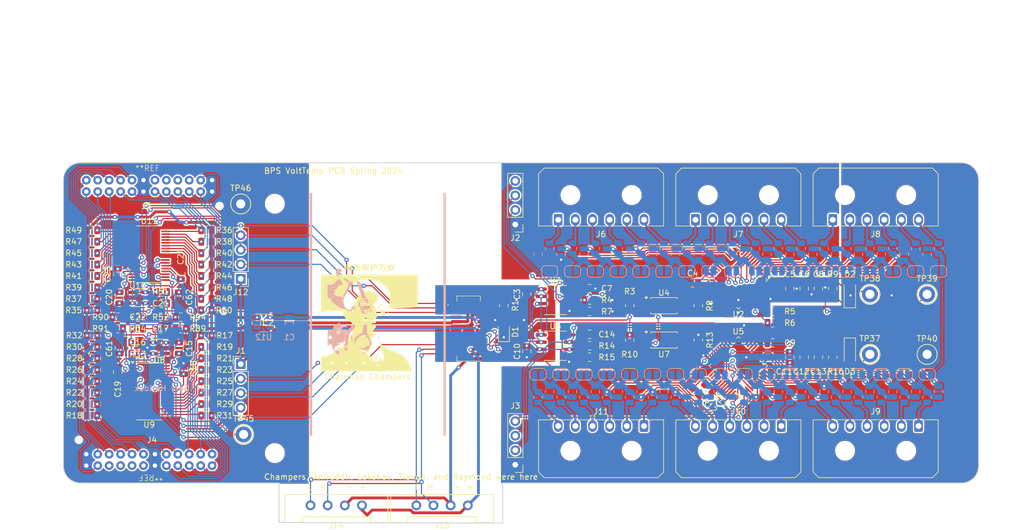
<source format=kicad_pcb>
(kicad_pcb (version 20240108) (generator "pcbnew") (generator_version "8.0")
  (layers (0 "F.Cu" signal) (31 "B.Cu" signal) (34 "B.Paste" user) (35 "F.Paste" user) (36 "B.SilkS" user "B.Silkscreen") (37 "F.SilkS" user "F.Silkscreen") (38 "B.Mask" user) (39 "F.Mask" user) (44 "Edge.Cuts" user))
  (net 0 "")
  (net 1 "GND")
  (net 2 "GND2")
  (net 3 "Net-(J7-Pin_1)")
  (net 4 "Net-(J7-Pin_2)")
  (net 5 "Net-(J7-Pin_3)")
  (net 6 "Net-(J7-Pin_4)")
  (net 7 "Net-(J7-Pin_5)")
  (net 8 "Net-(J7-Pin_6)")
  (net 9 "Net-(J8-Pin_1)")
  (net 10 "Net-(J8-Pin_2)")
  (net 11 "Net-(J8-Pin_3)")
  (net 12 "Net-(J8-Pin_4)")
  (net 13 "Net-(J8-Pin_5)")
  (net 14 "Net-(J8-Pin_6)")
  (net 15 "Net-(J9-Pin_1)")
  (net 16 "Net-(J9-Pin_2)")
  (net 17 "Net-(U9-GPIO3)")
  (net 18 "Net-(U2-CP1)")
  (net 19 "GND1")
  (net 20 "Net-(U2-REG18)")
  (net 21 "/BMS/BMS1BAT")
  (net 22 "Net-(U8-+)")
  (net 23 "GNDA")
  (net 24 "VDDA")
  (net 25 "Net-(U11-GPIO3)")
  (net 26 "Net-(U9-GPIO2)")
  (net 27 "Net-(U11-GPIO2)")
  (net 28 "/BMS/BatteryConnector6/cell4+")
  (net 29 "/BMS/BatteryConnector6/cell5+")
  (net 30 "/BMS/BatteryConnector6/cell6+")
  (net 31 "Net-(D1-A)")
  (net 32 "Net-(D3-K)")
  (net 37 "Net-(J6-Pin_1)")
  (net 38 "Net-(J6-Pin_2)")
  (net 39 "Net-(J6-Pin_3)")
  (net 40 "Net-(J6-Pin_4)")
  (net 41 "Net-(J6-Pin_5)")
  (net 42 "Net-(J6-Pin_6)")
  (net 43 "/BMS/BMS2BAT")
  (net 44 "+3.3V")
  (net 45 "Net-(J9-Pin_3)")
  (net 46 "Net-(J9-Pin_4)")
  (net 47 "Net-(D2-K)")
  (net 48 "Net-(J9-Pin_5)")
  (net 49 "/Temperature/temp15")
  (net 50 "/Temperature/temp16")
  (net 51 "/Temperature/temp14")
  (net 52 "/BMS/cell15")
  (net 53 "/Temperature/temp13")
  (net 55 "/Temperature/temp12")
  (net 57 "/Temperature/temp11")
  (net 59 "/Temperature/temp10")
  (net 60 "/Temperature/temp1")
  (net 61 "/Temperature/temp9")
  (net 62 "/Temperature/temp2")
  (net 63 "/Temperature/temp3")
  (net 64 "/Temperature/temp8")
  (net 65 "/Temperature/temp4")
  (net 66 "/Temperature/temp7")
  (net 67 "/Temperature/temp5")
  (net 68 "/Temperature/temp6")
  (net 69 "/SPI1_NSS")
  (net 70 "/PA2")
  (net 71 "Net-(J9-Pin_6)")
  (net 72 "/I2C1_SDA")
  (net 73 "/SPI1_MISO")
  (net 74 "/I2C1_SCL")
  (net 75 "/SPI1_SCK")
  (net 76 "/SPI2_NSS")
  (net 77 "/SPI2_SCK")
  (net 78 "/SPI2_MISO")
  (net 79 "/SPI2_MOSI")
  (net 80 "/Temperature1/temp15")
  (net 81 "/Temperature1/temp16")
  (net 82 "/Temperature1/temp14")
  (net 83 "Net-(J10-Pin_1)")
  (net 84 "/Temperature1/temp13")
  (net 85 "Net-(J10-Pin_2)")
  (net 86 "/Temperature1/temp12")
  (net 87 "Net-(J10-Pin_3)")
  (net 88 "/Temperature1/temp11")
  (net 89 "Net-(J10-Pin_4)")
  (net 90 "/Temperature1/temp10")
  (net 91 "/Temperature1/temp1")
  (net 92 "/Temperature1/temp9")
  (net 93 "/Temperature1/temp2")
  (net 94 "/Temperature1/temp3")
  (net 95 "/Temperature1/temp8")
  (net 96 "/Temperature1/temp4")
  (net 97 "/Temperature1/temp7")
  (net 98 "/Temperature1/temp5")
  (net 99 "/Temperature1/temp6")
  (net 100 "Net-(J10-Pin_5)")
  (net 101 "Net-(J10-Pin_6)")
  (net 102 "Net-(J11-Pin_1)")
  (net 103 "/BMS/BMS2SCL")
  (net 104 "/BMS/BMS2SDA")
  (net 105 "/BMS/cell17")
  (net 106 "/BMS/cell18")
  (net 107 "/BMS/cell19")
  (net 108 "/BMS/cell20")
  (net 109 "/BMS/cell21")
  (net 110 "/BMS/cell22")
  (net 111 "/BMS/cell23")
  (net 112 "/BMS/cell24")
  (net 113 "/BMS/cell25")
  (net 114 "/BMS/cell26")
  (net 115 "/BMS/cell27")
  (net 116 "/BMS/cell28")
  (net 117 "/BMS/cell29")
  (net 118 "/BMS/cell30")
  (net 119 "/BMS/cell31")
  (net 120 "/BMS/cell32")
  (net 122 "Net-(J11-Pin_2)")
  (net 123 "Net-(J11-Pin_3)")
  (net 124 "Net-(J11-Pin_4)")
  (net 125 "/Temperature/MUXOUT")
  (net 126 "/Temperature1/MUXOUT")
  (net 127 "/BMS/cell1")
  (net 128 "/BMS/cell2")
  (net 129 "/BMS/cell3")
  (net 130 "/BMS/cell4")
  (net 131 "/BMS/cell5")
  (net 132 "/BMS/cell6")
  (net 133 "/BMS/cell7")
  (net 134 "/BMS/cell8")
  (net 135 "/BMS/cell9")
  (net 136 "/BMS/cell10")
  (net 137 "/BMS/cell11")
  (net 138 "/BMS/cell12")
  (net 139 "/BMS/cell13")
  (net 140 "/BMS/cell14")
  (net 141 "Net-(J11-Pin_5)")
  (net 142 "Net-(J11-Pin_6)")
  (net 143 "/BMS/BMS2Reg1")
  (net 144 "/BMS/BMS2Reset")
  (net 145 "/BMS/BMS1Reg1")
  (net 146 "/BMS/BMS1SDA")
  (net 147 "/BMS/BMS1SCL")
  (net 148 "/BMS/BMS1Reset")
  (net 149 "/SPI1_MOSI")
  (net 150 "/Temperature/ADCIN")
  (net 151 "Net-(U2-PACK)")
  (net 152 "Net-(U2-LD)")
  (net 153 "/Temperature1/ADCIN")
  (net 173 "+2V5")
  (net 174 "Net-(U5-REG18)")
  (net 175 "Net-(U5-CP1)")
  (net 176 "Net-(U10-+)")
  (net 177 "Net-(R3-Pad2)")
  (net 178 "Net-(R10-Pad2)")
  (net 179 "Net-(U5-PACK)")
  (net 180 "Net-(U5-LD)")
  (net 200 "Net-(C16-Pad2)")
  (net 201 "Net-(C21-Pad2)")
  (net 203 "/CAN_H")
  (net 206 "/CAN_L")
  (net 207 "GNDPWR")
  (net 208 "+12V")
  (footprint "Resistor_SMD:R_0805_2012Metric" (layer "F.Cu") (at 75 88.200001)
    (property "Reference" "R25")
    (property "Value" "10k")
  )
  (footprint "Connector_Molex:Molex_Micro-Fit_3.0_43650-0600_1x06_P3.00mm_Horizontal" (layer "F.Cu") (at 199.5 96.03 180)
    (property "Reference" "J9")
    (property "Value" "TopConn")
  )
  (footprint "Resistor_SMD:R_0805_2012Metric" (layer "F.Cu") (at 62.8 83.4)
    (property "Reference" "R33")
    (property "Value" "4.7k")
  )
  (footprint "Capacitor_SMD:C_0805_2012Metric" (layer "F.Cu") (at 62.800001 81.4 180)
    (property "Reference" "C16")
    (property "Value" "47nF")
  )
  (footprint "UTSVT_Connectors:Molex_MicroFit3.0_1x4xP3.00mm_PolarizingPeg_Vertical" (layer "F.Cu") (at 120.7 109.9 180)
    (property "Reference" "J13")
    (property "Value" "CAN_IN")
  )
  (footprint "Resistor_SMD:R_0805_2012Metric" (layer "F.Cu") (at 142.000001 74 180)
    (property "Reference" "R4")
    (property "Value" "10k")
  )
  (footprint "Resistor_SMD:R_0805_2012Metric" (layer "F.Cu") (at 142 76 180)
    (property "Reference" "R7")
    (property "Value" "10k")
  )
  (footprint "Capacitor_SMD:C_0805_2012Metric" (layer "F.Cu") (at 131 83 90)
    (property "Reference" "C10")
    (property "Value" "1uF")
  )
  (footprint "Resistor_SMD:R_0805_2012Metric" (layer "F.Cu") (at 75 71.8)
    (property "Reference" "R46")
    (property "Value" "10k")
  )
  (footprint "Diode_SMD:D_SOD-123" (layer "F.Cu") (at 187.5 83 -90)
    (property "Reference" "D3")
    (property "Value" "1N4448W")
  )
  (footprint "Resistor_SMD:R_0805_2012Metric" (layer "F.Cu") (at 162.854765 89.354765 135)
    (property "Reference" "R11")
    (property "Value" "10k")
  )
  (footprint "Package_SO:TSSOP-38_4.4x9.7mm_P0.5mm" (layer "F.Cu") (at 65 90)
    (property "Reference" "U9")
    (property "Value" "ADS7953SBDBT")
  )
  (footprint "Connector_Molex:Molex_Micro-Fit_3.0_43650-0600_1x06_P3.00mm_Horizontal" (layer "F.Cu") (at 175.5 96.03 180)
    (property "Reference" "J10")
    (property "Value" "TopConn")
  )
  (footprint "Capacitor_SMD:C_0805_2012Metric" (layer "F.Cu") (at 142.000001 80)
    (property "Reference" "C14")
    (property "Value" "1uF")
  )
  (footprint "Resistor_SMD:R_0805_2012Metric" (layer "F.Cu") (at 54.999999 80.200001 180)
    (property "Reference" "R32")
    (property "Value" "10k")
  )
  (footprint "Resistor_SMD:R_0805_2012Metric" (layer "F.Cu") (at 174 76 180)
    (property "Reference" "R5")
    (property "Value" "10k")
  )
  (footprint "Resistor_SMD:R_0805_2012Metric" (layer "F.Cu") (at 75.0125 65.799999)
    (property "Reference" "R40")
    (property "Value" "10k")
  )
  (footprint "Capacitor_SMD:C_0805_2012Metric" (layer "F.Cu") (at 131 73 90)
    (property "Reference" "C3")
    (property "Value" "1uF")
  )
  (footprint "Capacitor_SMD:C_0805_2012Metric" (layer "F.Cu") (at 59.5 69.5 -90)
    (property "Reference" "C23")
    (property "Value" "1uF")
  )
  (footprint "Capacitor_SMD:C_0805_2012Metric" (layer "F.Cu") (at 142.000001 72)
    (property "Reference" "C7")
    (property "Value" "1uF")
  )
  (footprint "Resistor_SMD:R_0805_2012Metric" (layer "F.Cu") (at 75 94.199999)
    (property "Reference" "R31")
    (property "Value" "10k")
  )
  (footprint "Resistor_SMD:R_0805_2012Metric" (layer "F.Cu") (at 74.999998 82.2)
    (property "Reference" "R19")
    (property "Value" "10k")
  )
  (footprint "Capacitor_SMD:C_0805_2012Metric" (layer "F.Cu") (at 70.5 69.4 90)
    (property "Reference" "C24")
    (property "Value" "1uF")
  )
  (footprint "Connector_PinHeader_2.54mm:PinHeader_1x04_P2.54mm_Vertical" (layer "F.Cu") (at 129 60.8 180)
    (property "Reference" "J2")
    (property "Value" "BMS1OTP")
  )
  (footprint "Resistor_SMD:R_0805_2012Metric" (layer "F.Cu") (at 75 61.8)
    (property "Reference" "R36")
    (property "Value" "10k")
  )
  (footprint "LED_SMD:LED_0805_2012Metric" (layer "F.Cu") (at 127 79.6 90)
    (property "Reference" "D1")
    (property "Value" "Green")
  )
  (footprint "Capacitor_SMD:C_0805_2012Metric" (layer "F.Cu") (at 66.999999 79 180)
    (property "Reference" "C17")
    (property "Value" "47nF")
  )
  (footprint "Resistor_SMD:R_0805_2012Metric" (layer "F.Cu") (at 70.5 77)
    (property "Reference" "R94")
    (property "Value" "100k")
  )
  (footprint "Resistor_SMD:R_0805_2012Metric" (layer "F.Cu") (at 55 61.8 180)
    (property "Reference" "R49")
    (property "Value" "10k")
  )
  (footprint "TestPoint:TestPoint_Keystone_5005-5009_Compact" (layer "F.Cu") (at 81 57.2)
    (property "Reference" "TP46")
    (property "Value" "TestPoint")
  )
  (footprint "Resistor_SMD:R_0805_2012Metric" (layer "F.Cu") (at 74.999999 69.799999)
    (property "Reference" "R44")
    (property "Value" "10k")
  )
  (footprint "Package_QFP:TQFP-48_7x7mm_P0.5mm" (layer "F.Cu") (at 168 70.5 -135)
    (property "Reference" "U2")
    (property "Value" "BQ7695201PFBR")
  )
  (footprint "Resistor_SMD:R_0805_2012Metric" (layer "F.Cu") (at 67 77)
    (property "Reference" "R52")
    (property "Value" "4.7k")
  )
  (footprint "Package_SO:TSSOP-38_4.4x9.7mm_P0.5mm" (layer "F.Cu") (at 65 66 180)
    (property "Reference" "U11")
    (property "Value" "ADS7953SBDBT")
  )
  (footprint "Capacitor_SMD:C_0805_2012Metric" (layer "F.Cu") (at 174 81.5 180)
    (property "Reference" "C9")
    (property "Value" "4.7uF")
  )
  (footprint "Capacitor_SMD:C_0805_2012Metric" (layer "F.Cu") (at 160 71)
    (property "Reference" "C4")
    (property "Value" "4.7uF")
  )
  (footprint "Resistor_SMD:R_0805_2012Metric" (layer "F.Cu") (at 74.999999 73.8)
    (property "Reference" "R48")
    (property "Value" "10k")
  )
  (footprint "Package_SO:SOP-4_4.4x2.6mm_P1.27mm" (layer "F.Cu") (at 155 75)
    (property "Reference" "U4")
    (property "Value" "EL3H7")
  )
  (footprint "Resistor_SMD:R_0805_2012Metric" (layer "F.Cu") (at 55 84.200001 180)
    (property "Reference" "R28")
    (property "Value" "10k")
  )
  (footprint "Resistor_SMD:R_0805_2012Metric" (layer "F.Cu") (at 161 75 -90)
    (property "Reference" "R8")
    (property "Value" "10k")
  )
  (footprint "Resistor_SMD:R_0805_2012Metric" (layer "F.Cu") (at 55 94.2 180)
    (property "Reference" "R18")
    (property "Value" "10k")
  )
  (footprint "Resistor_SMD:R_0805_2012Metric" (layer "F.Cu") (at 74.999999 80.2)
    (property "Reference" "R17")
    (property "Value" "10k")
  )
  (footprint "TestPoint:TestPoint_Keystone_5005-5009_Compact" (layer "F.Cu") (at 201 73)
    (property "Reference" "TP39")
    (property "Value" "TestPoint")
  )
  (footprint "Resistor_SMD:R_0805_2012Metric" (layer "F.Cu") (at 54.999999 71.800001 180)
    (property "Reference" "R39")
    (property "Value" "10k")
  )
  (footprint "Resistor_SMD:R_0805_2012Metric" (layer "F.Cu") (at 55.000001 86.200002 180)
    (property "Reference" "R26")
    (property "Value" "10k")
  )
  (footprint "TestPoint:TestPoint_Keystone_5005-5009_Compact" (layer "F.Cu") (at 191 73)
    (property "Reference" "TP38")
    (property "Value" "TestPoint")
  )
  (footprint "Connector_PinHeader_2.54mm:PinHeader_1x04_P2.54mm_Vertical" (layer "F.Cu") (at 129 102.8 180)
    (property "Reference" "J3")
    (property "Value" "BMS2OTP")
  )
  (footprint "Capacitor_SMD:C_0805_2012Metric" (layer "F.Cu") (at 59.8 73.6 90)
    (property "Reference" "C20")
    (property "Value" "1uF")
  )
  (footprint "Resistor_SMD:R_0805_2012Metric" (layer "F.Cu") (at 149 81 -90)
    (property "Reference" "R10")
    (property "Value" "220")
  )
  (footprint "Resistor_SMD:R_0805_2012Metric" (layer "F.Cu") (at 149 75 90)
    (property "Reference" "R3")
    (property "Value" "220")
  )
  (footprint "UTSVT_Connectors:B24B-PADSS-F" (layer "F.Cu") (at 76 55.05)
    (property "Reference" "J5")
    (property "Value" "Conn_01x24_Female")
  )
  (footprint "Capacitor_SMD:C_0805_2012Metric" (layer "F.Cu") (at 59.5 86.600001 -90)
    (property "Reference" "C19")
    (property "Value" "1uF")
  )
  (footprint "Capacitor_SMD:C_0805_2012Metric" (layer "F.Cu") (at 71 86 90)
    (property "Reference" "C18")
    (property "Value" "1uF")
  )
  (footprint "Capacitor_SMD:C_0805_2012Metric" (layer "F.Cu") (at 179.5 84 -90)
    (property "Reference" "C12")
    (property "Value" "100pF")
  )
  (footprint "Resistor_SMD:R_0805_2012Metric" (layer "F.Cu") (at 55 65.8 180)
    (property "Reference" "R45")
    (property "Value" "10k")
  )
  (footprint "Connector_Molex:Molex_Micro-Fit_3.0_43650-0600_1x06_P3.00mm_Horizontal" (layer "F.Cu") (at 184.5 59.97)
    (property "Reference" "J8")
    (property "Value" "TopConn")
  )
  (footprint "Capacitor_SMD:C_0805_2012Metric" (layer "F.Cu") (at 63 77)
    (property "Reference" "C22")
    (property "Value" "47nF")
  )
  (footprint "TestPoint:TestPoint_Keystone_5005-5009_Compact" (layer "F.Cu") (at 201 83.5)
    (property "Reference" "TP40")
    (property "Value" "TestPoint")
  )
  (footprint "Resistor_SMD:R_0805_2012Metric" (layer "F.Cu") (at 55 88.200001 180)
    (property "Reference" "R24")
    (property "Value" "10k")
  )
  (footprint "Capacitor_SMD:C_0805_2012Metric" (layer "F.Cu") (at 59.8 82.400001 -90)
    (property "Reference" "C61")
    (property "Value" "10uF")
  )
  (footprint "Resistor_SMD:R_0805_2012Metric" (layer "F.Cu") (at 70.499999 79 180)
    (property "Reference" "R89")
    (property "Value" "100k")
  )
  (footprint "Resistor_SMD:R_0805_2012Metric" (layer "F.Cu") (at 174 78.000001 180)
    (property "Reference" "R6")
    (property "Value" "10k")
  )
  (footprint "Resistor_SMD:R_0805_2012Metric" (layer "F.Cu") (at 142.000001 82 180)
    (property "Reference" "R14")
    (property "Value" "10k")
  )
  (footprint "Resistor_SMD:R_0805_2012Metric" (layer "F.Cu") (at 54.999999 63.8 180)
    (property "Reference" "R47")
    (property "Value" "10k")
  )
  (footprint "UTSVT_Connectors:B24B-PADSS-F" (layer "F.Cu") (at 54.000001 100.95 180)
    (property "Reference" "J4")
    (property "Value" "Conn_01x24_Female")
  )
  (footprint "Resistor_SMD:R_0805_2012Metric" (layer "F.Cu") (at 75.000001 75.8)
    (property "Reference" "R50")
    (property "Value" "10k")
  )
  (footprint "Capacitor_SMD:C_0805_2012Metric" (layer "F.Cu") (at 177 72 90)
    (property "Reference" "C5")
    (property "Value" "0.47uF")
  )
  (footprint "Resistor_SMD:R_0805_2012Metric" (layer "F.Cu") (at 55 75.8 180)
    (property "Reference" "R35")
    (property "Value" "10k")
  )
  (footprint "Resistor_SMD:R_0805_2012Metric" (layer "F.Cu") (at 75.000001 92.199999)
    (property "Reference" "R29")
    (property "Value" "10k")
  )
  (footprint "Resistor_SMD:R_0805_2012Metric" (layer "F.Cu") (at 75 90.199999)
    (property "Reference" "R27")
    (property "Value" "10k")
  )
  (footprint "Package_SO:SOP-4_4.4x2.6mm_P1.27mm" (layer "F.Cu") (at 155 81)
    (property "Reference" "U7")
    (property "Value" "EL3H7")
  )
  (footprint "Resistor_SMD:R_0805_2012Metric" (layer "F.Cu") (at 55 69.8 180)
    (property "Reference" "R41")
    (property "Value" "10k")
  )
  (footprint "Capacitor_SMD:C_0805_2012Metric" (layer "F.Cu") (at 182 84 -90)
    (property "Reference" "C13")
    (property "Value" "1uF")
  )
  (footprint "UTSVT_Connectors:Molex_MicroFit3.0_1x4xP3.00mm_PolarizingPeg_Vertical" (layer "F.Cu") (at 102.2 109.9 180)
    (property "Reference" "J14")
    (property "Value" "CAN_OUT")
  )
  (footprint "TestPoint:TestPoint_Keystone_5005-5009_Compact" (layer "F.Cu") (at 191 83.5)
    (property "Reference" "TP37")
    (property "Value" "TestPoint")
  )
  (footprint "Resistor_SMD:R_0805_2012Metric" (layer "F.Cu") (at 160.69 90.064 135)
    (property "Reference" "R12")
    (property "Value" "10k")
  )
  (footprint "Resistor_SMD:R_0805_2012Metric" (layer "F.Cu") (at 54.9875 90.200001 180)
    (property "Reference" "R22")
    (property "Value" "10k")
  )
  (footprint "Resistor_SMD:R_0805_2012Metric" (layer "F.Cu") (at 184.5 84 90)
    (property "Reference" "R16")
    (property "Value" "100")
  )
  (footprint "Connector_PinHeader_2.54mm:PinHeader_1x04_P2.54mm_Vertical" (layer "F.Cu") (at 81 85.2)
    (property "Reference" "J1")
    (property "Value" "TEMPSPIANALYZER")
  )
  (footprint "Resistor_SMD:R_0805_2012Metric" (layer "F.Cu") (at 55 67.799999 180)
    (property "Reference" "R43")
    (property "Value" "10k")
  )
  (footprint "Resistor_SMD:R_0805_2012Metric" (layer "F.Cu") (at 59.5 79 180)
    (property "Reference" "R91")
    (property "Value" "100k")
  )
  (footprint "Connector_Molex:Molex_Micro-Fit_3.0_43650-0600_1x06_P3.00mm_Horizontal" (layer "F.Cu") (at 136.5 59.97)
    (property "Reference" "J6")
    (property "Value" "TopConn")
  )
  (footprint "Capacitor_SMD:C_0805_2012Metric" (layer "F.Cu") (at 177 84 -90)
    (property "Reference" "C11")
    (property "Value" "0.47uF")
  )
  (footprint "Resistor_SMD:R_0805_2012Metric" (layer "F.Cu") (at 55.000001 82.200001 180)
    (property "Reference" "R30")
    (property "Value" "10k")
  )
  (footprint "Capacitor_SMD:C_0805_2012Metric" (layer "F.Cu") (at 182 72 90)
    (property "Reference" "C8")
    (property "Value" "1uF")
  )
  (footprint "Resistor_SMD:R_0805_2012Metric" (layer "F.Cu") (at 75 86.2)
    (property "Reference" "R23")
    (property "Value" "10k")
  )
  (footprint "LOGO" (layer "F.Cu") (at 103.5 78)
    (property "Reference" "G***" (hide yes))
    (property "Value" "LOGO" (hide yes))
  )
  (footprint "Resistor_SMD:R_0805_2012Metric" (layer "F.Cu") (at 59.5 77)
    (property "Reference" "R90")
    (property "Value" "100k")
  )
  (footprint "TestPoint:TestPoint_Keystone_5005-5009_Compact" (layer "F.Cu") (at 81.5 97.5)
    (property "Reference" "TP45")
    (property "Value" "TestPoint")
  )
  (footprint "Capacitor_SMD:C_0805_2012Metric" (layer "F.Cu") (at 70.199999 82.4 -90)
    (property "Reference" "C15")
    (property "Value" "1uF")
  )
  (footprint "Resistor_SMD:R_0805_2012Metric" (layer "F.Cu") (at 54.987501 92.2 180)
    (property "Reference" "R20")
    (property "Value" "10k")
  )
  (footprint "Resistor_SMD:R_0805_2012Metric" (layer "F.Cu") (at 67.2 72.6 180)
    (property "Reference" "R51")
    (property "Value" "4.7k")
  )
  (footprint "Resistor_SMD:R_0805_2012Metric" (layer "F.Cu") (at 127 75 90)
    (property "Reference" "R1")
    (property "Value" "1k")
  )
  (footprint "Capacitor_SMD:C_0805_2012Metric" (layer "F.Cu") (at 70.2 73.6 90)
    (property "Reference" "C62")
    (property "Value" "10uF")
  )
  (footprint "Capacitor_SMD:C_0805_2012Metric" (layer "F.Cu") (at 67.199999 74.6)
    (property "Reference" "C21")
    (property "Value" "47nF")
  )
  (footprint "Package_TO_SOT_SMD:SOT-23-5" (layer "F.Cu") (at 63.2 73.6 180)
    (property "Reference" "U10")
    (property "Value" "LM321")
  )
  (footprint "Capacitor_SMD:C_0805_2012Metric" (layer "F.Cu") (at 83.75 78 -90)
    (property "Reference" "C2")
    (property "Value" "1uF")
  )
  (footprint "Package_TO_SOT_SMD:SOT-23-5" (layer "F.Cu") (at 66.799999 82.4)
    (property "Reference" "U8")
    (property "Value" "LM321")
  )
  (footprint "Connector_PinHeader_2.54mm:PinHeader_1x04_P2.54mm_Vertical" (layer "F.Cu") (at 81 70.3 180)
    (property "Reference" "J12")
    (property "Value" "TEMPSPIANALYZER")
  )
  (footprint "Connector_Molex:Molex_Micro-Fit_3.0_43650-0600_1x06_P3.00mm_Horizontal" (layer "F.Cu") (at 151.5 96.03 180)
    (property "Reference" "J11")
    (property "Value" "TopConn")
  )
  (footprint "Resistor_SMD:R_0805_2012Metric" (layer "F.Cu") (at 161 81 -90)
    (property "Reference" "R13")
    (property "Value" "1k")
  )
  (footprint "Resistor_SMD:R_0805_2012Metric" (layer "F.Cu") (at 75.012499 63.8)
    (property "Reference" "R38")
    (property "Value" "10k")
  )
  (footprint "Resistor_SMD:R_0805_2012Metric" (layer "F.Cu") (at 63 79 180)
    (property "Reference" "R34")
    (property "Value" "4.7k")
  )
  (footprint "Resistor_SMD:R_0805_2012Metric" (layer "F.Cu") (at 75.000001 84.199999)
    (property "Reference" "R21")
    (property "Value" "10k")
  )
  (footprint "Resistor_SMD:R_0805_2012Metric" (layer "F.Cu") (at 142.000001 84 180)
    (property "Reference" "R15")
    (property "Value" "10k")
  )
  (footprint "Resistor_SMD:R_0805_2012Metric" (layer "F.Cu") (at 55.000001 73.8 180)
    (property "Reference" "R37")
    (property "Value" "10k")
  )
  (footprint "Package_QFP:TQFP-48_7x7mm_P0.5mm" (layer "F.Cu") (at 168 85.5 135)
    (property "Reference" "U5")
    (property "Value" "BQ7695201PFBR")
  )
  (footprint "Resistor_SMD:R_0805_2012Metric" (layer "F.Cu") (at 75 67.8)
    (property "Reference" "R42")
    (property "Value" "10k")
  )
  (footprint "Diode_SMD:D_SOD-123" (layer "F.Cu") (at 187.5 73 90)
    (property "Reference" "D2")
    (property "Value" "1N4448W")
  )
  (footprint "Package_SO:SOIC-8_3.9x4.9mm_P1.27mm" (layer "F.Cu") (at 136 74)
    (property "Reference" "U3")
    (property "Value" "ISO1640BDR")
  )
  (footprint "UTSVT_Special:PeripheralSOM" (layer "F.Cu") (at 102.525 75.775)
    (property "Reference" "U1" (hide yes))
    (property "Value" "~" (hide yes))
  )
  (footprint "Package_SO:SOIC-8_3.9x4.9mm_P1.27mm" (layer "F.Cu") (at 136 82)
    (property "Reference" "U6")
    (property "Value" "ISO1640BDR")
  )
  (footprint "Capacitor_SMD:C_0805_2012Metric" (layer "F.Cu") (at 179.5 72 90)
    (property "Reference" "C6")
    (property "Value" "100pF")
  )
  (footprint "Connector_Molex:Molex_Micro-Fit_3.0_43650-0600_1x06_P3.00mm_Horizontal" (layer "F.Cu") (at 160.5 59.97)
    (property "Reference" "J7")
    (property "Value" "TopConn")
  )
  (footprint "Resistor_SMD:R_0805_2012Metric" (layer "F.Cu") (at 184.5 72 -90)
    (property "Reference" "R9")
    (property "Value" "100")
  )
  (footprint "Resistor_SMD:R_0805_2012Metric" (layer "B.Cu") (at 147 65 -90)
    (property "Reference" "R56" (hide yes))
    (property "Value" "20")
  )
  (footprint "Jumper:SolderJumper-2_P1.3mm_Open_RoundedPad1.0x1.5mm" (layer "B.Cu") (at 145.000001 87 180)
    (property "Reference" "TP33" (hide yes))
    (property "Value" "TestPoint_2Pole")
  )
  (footprint "Jumper:SolderJumper-2_P1.3mm_Open_RoundedPad1.0x1.5mm" (layer "B.Cu") (at 147 69)
    (property "Reference" "TP4" (hide yes))
    (property "Value" "TestPoint_2Pole")
  )
  (footprint "Jumper:SolderJumper-2_P1.3mm_Open_RoundedPad1.0x1.5mm" (layer "B.Cu") (at 153 87 180)
    (property "Reference" "TP31" (hide yes))
    (property "Value" "TestPoint_2Pole")
  )
  (footprint "Resistor_SMD:R_0805_2012Metric" (layer "B.Cu") (at 163 65 -90)
    (property "Reference" "R60" (hide yes))
    (property "Value" "20")
  )
  (footprint "Capacitor_SMD:C_0805_2012Metric" (layer "B.Cu") (at 171.000001 90 90)
    (property "Reference" "C51" (hide yes))
    (property "Value" "220nF")
  )
  (footprint "Resistor_SMD:R_0805_2012Metric" (layer "B.Cu") (at 145.000001 91 90)
    (property "Reference" "R85" (hide yes))
    (property "Value" "20")
  )
  (footprint "Jumper:SolderJumper-2_P1.3mm_Open_RoundedPad1.0x1.5mm" (layer "B.Cu") (at 181 87 180)
    (property "Reference" "TP24" (hide yes))
    (property "Value" "TestPoint_2Pole")
  )
  (footprint "Capacitor_SMD:C_0805_2012Metric" (layer "B.Cu") (at 177 66 -90)
    (property "Reference" "C36" (hide yes))
    (property "Value" "220nF")
  )
  (footprint "Resistor_SMD:R_0805_2012Metric" (layer "B.Cu") (at 185 91 90)
    (property "Reference" "R75" (hide yes))
    (property "Value" "20")
  )
  (footprint "Resistor_SMD:R_0805_2012Metric" (layer "B.Cu") (at 133 91 90)
    (property "Reference" "R88" (hide yes))
    (property "Value" "20")
  )
  (footprint "Capacitor_SMD:C_0805_2012Metric" (layer "B.Cu") (at 139 90 90)
    (property "Reference" "C59" (hide yes))
    (property "Value" "220nF")
  )
  (footprint "Resistor_SMD:R_0805_2012Metric" (layer "B.Cu") (at 203 65 -90)
    (property "Reference" "R70" (hide yes))
    (property "Value" "20")
  )
  (footprint "Resistor_SMD:R_0805_2012Metric" (layer "B.Cu") (at 159 65 -90)
    (property "Reference" "R59" (hide yes))
    (property "Value" "20")
  )
  (footprint "Capacitor_SMD:C_0805_2012Metric" (layer "B.Cu") (at 135 90 90)
    (property "Reference" "C60" (hide yes))
    (property "Value" "220nF")
  )
  (footprint "Jumper:SolderJumper-2_P1.3mm_Open_RoundedPad1.0x1.5mm" (layer "B.Cu") (at 163 69)
    (property "Reference" "TP8" (hide yes))
    (property "Value" "TestPoint_2Pole")
  )
  (footprint "Resistor_SMD:R_0805_2012Metric" (layer "B.Cu") (at 143 65 -90)
    (property "Reference" "R55" (hide yes))
    (property "Value" "20")
  )
  (footprint "Resistor_SMD:R_0805_2012Metric" (layer "B.Cu") (at 193.000001 91 90)
    (property "Reference" "R73" (hide yes))
    (property "Value" "20")
  )
  (footprint "Capacitor_SMD:C_0805_2012Metric" (layer "B.Cu") (at 191 90 90)
    (property "Reference" "C46" (hide yes))
    (property "Value" "220nF")
  )
  (footprint "Capacitor_SMD:C_0805_2012Metric" (layer "B.Cu") (at 159 90 90)
    (property "Reference" "C54" (hide yes))
    (property "Value" "220nF")
  )
  (footprint "Resistor_SMD:R_0805_2012Metric" (layer "B.Cu") (at 175 65 -90)
    (property "Reference" "R63" (hide yes))
    (property "Value" "20")
  )
  (footprint "Capacitor_SMD:C_0805_2012Metric" (layer "B.Cu") (at 167 90 90)
    (property "Reference" "C52" (hide yes))
    (property "Value" "220nF")
  )
  (footprint "Jumper:SolderJumper-2_P1.3mm_Open_RoundedPad1.0x1.5mm" (layer "B.Cu") (at 135 69)
    (property "Reference" "TP1" (hide yes))
    (property "Value" "TestPoint_2Pole")
  )
  (footprint "Resistor_SMD:R_0805_2012Metric" (layer "B.Cu") (at 157 91 90)
    (property "Reference" "R82" (hide yes))
    (property "Value" "20")
  )
  (footprint "Resistor_SMD:R_0805_2012Metric" (layer "B.Cu") (at 153 91 90)
    (property "Reference" "R83" (hide yes))
    (property "Value" "20")
  )
  (footprint "Jumper:SolderJumper-2_P1.3mm_Open_RoundedPad1.0x1.5mm" (layer "B.Cu") (at 179 69)
    (property "Reference" "TP12" (hide yes))
    (property "Value" "TestPoint_2Pole")
  )
  (footprint "Jumper:SolderJumper-2_P1.3mm_Open_RoundedPad1.0x1.5mm" (layer "B.Cu") (at 165.000001 87 180)
    (property "Reference" "TP28" (hide yes))
    (property "Value" "TestPoint_2Pole")
  )
  (footprint "Jumper:SolderJumper-2_P1.3mm_Open_RoundedPad1.0x1.5mm" (layer "B.Cu") (at 137.000001 87 180)
    (property "Reference" "TP35" (hide yes))
    (property "Value" "TestPoint_2Pole")
  )
  (footprint "Package_TO_SOT_SMD:SOT-23-5" (layer "B.Cu") (at 85 78 180)
    (property "Reference" "U12")
    (property "Value" "MIC5317-2.5xM5")
  )
  (footprint "Resistor_SMD:R_0805_2012Metric" (layer "B.Cu") (at 181 91 90)
    (property "Reference" "R76" (hide yes))
    (property "Value" "20")
  )
  (footprint "Resistor_SMD:R_0805_2012Metric" (layer "B.Cu") (at 137 91 90)
    (property "Reference" "R87" (hide yes))
    (property "Value" "20")
  )
  (footprint "Capacitor_SMD:C_0805_2012Metric" (layer "B.Cu") (at 169 66 -90)
    (property "Reference" "C34" (hide yes))
    (property "Value" "220nF")
  )
  (footprint "Resistor_SMD:R_0805_2012Metric" (layer "B.Cu") (at 171 65 -90)
    (property "Reference" "R62" (hide yes))
    (property "Value" "20")
  )
  (footprint "Resistor_SMD:R_0805_2012Metric" (layer "B.Cu") (at 155 65 -90)
    (property "Reference" "R58" (hide yes))
    (property "Value" "20")
  )
  (footprint "Jumper:SolderJumper-2_P1.3mm_Open_RoundedPad1.0x1.5mm" (layer "B.Cu") (at 149.000001 87 180)
    (property "Reference" "TP32" (hide yes))
    (property "Value" "TestPoint_2Pole")
  )
  (footprint "Resistor_SMD:R_0805_2012Metric" (layer "B.Cu") (at 191 65 -90)
    (property "Reference" "R67" (hide yes))
    (property "Value" "20")
  )
  (footprint "Capacitor_SMD:C_0805_2012Metric" (layer "B.Cu") (at 187 90 90)
    (property "Reference" "C47" (hide yes))
    (property "Value" "220nF")
  )
  (footprint "Jumper:SolderJumper-2_P1.3mm_Open_RoundedPad1.0x1.5mm" (layer "B.Cu") (at 177 87 180)
    (property "Reference" "TP25" (hide yes))
    (property "Value" "TestPoint_2Pole")
  )
  (footprint "Capacitor_SMD:C_0805_2012Metric" (layer "B.Cu") (at 133 66 -90)
    (property "Reference" "C25" (hide yes))
    (property "Value" "220nF")
  )
  (footprint "Jumper:SolderJumper-2_P1.3mm_Open_RoundedPad1.0x1.5mm" (layer "B.Cu") (at 143 69)
    (property "Reference" "TP3" (hide yes))
    (property "Value" "TestPoint_2Pole")
  )
  (footprint "Jumper:SolderJumper-2_P1.3mm_Open_RoundedPad1.0x1.5mm" (layer "B.Cu") (at 171 69)
    (property "Reference" "TP10" (hide yes))
    (property "Value" "TestPoint_2Pole")
  )
  (footprint "Resistor_SMD:R_0805_2012Metric" (layer "B.Cu") (at 161 91 90)
    (property "Reference" "R81" (hide yes))
    (property "Value" "20")
  )
  (footprint "Resistor_SMD:R_0805_2012Metric" (layer "B.Cu") (at 199 65 -90)
    (property "Reference" "R69" (hide yes))
    (property "Value" "20")
  )
  (footprint "Jumper:SolderJumper-2_P1.3mm_Open_RoundedPad1.0x1.5mm" (layer "B.Cu") (at 183 69)
    (property "Reference" "TP13" (hide yes))
    (property "Value" "TestPoint_2Pole")
  )
  (footprint "Capacitor_SMD:C_0805_2012Metric" (layer "B.Cu") (at 147.000001 90 90)
    (property "Reference" "C57" (hide yes))
    (property "Value" "220nF")
  )
  (footprint "Capacitor_SMD:C_0805_2012Metric" (layer "B.Cu") (at 193 66 -90)
    (property "Reference" "C40" (hide yes))
    (property "Value" "220nF")
  )
  (footprint "Capacitor_SMD:C_0805_2012Metric" (layer "B.Cu") (at 157 66 -90)
    (property "Reference" "C31" (hide yes))
    (property "Value" "220nF")
  )
  (footprint "Capacitor_SMD:C_0805_2012Metric" (layer "B.Cu") (at 183 90 90)
    (property "Reference" "C48" (hide yes))
    (property "Value" "220nF")
  )
  (footprint "Jumper:SolderJumper-2_P1.3mm_Open_RoundedPad1.0x1.5mm" (layer "B.Cu") (at 155 69)
    (property "Reference" "TP6" (hide yes))
    (property "Value" "TestPoint_2Pole")
  )
  (footprint "Resistor_SMD:R_0805_2012Metric" (layer "B.Cu") (at 201 91 90)
    (property "Reference" "R71" (hide yes))
    (property "Value" "20")
  )
  (footprint "Capacitor_SMD:C_0805_2012Metric" (layer "B.Cu") (at 199.000001 90 90)
    (property "Reference" "C44" (hide yes))
    (property "Value" "220nF")
  )
  (footprint "Capacitor_SMD:C_0805_2012Metric" (layer "B.Cu") (at 141 66 -90)
    (property "Reference" "C27" (hide yes))
    (property "Value" "220nF")
  )
  (footprint "Jumper:SolderJumper-2_P1.3mm_Open_RoundedPad1.0x1.5mm" (layer "B.Cu") (at 169.000001 87 180)
    (property "Reference" "TP27" (hide yes))
    (property "Value" "TestPoint_2Pole")
  )
  (footprint "Jumper:SolderJumper-2_P1.3mm_Open_RoundedPad1.0x1.5mm" (layer "B.Cu") (at 157 87 180)
    (property "Reference" "TP30" (hide yes))
    (property "Value" "TestPoint_2Pole")
  )
  (footprint "Jumper:SolderJumper-2_P1.3mm_Open_RoundedPad1.0x1.5mm" (layer "B.Cu") (at 167 69)
    (property "Reference" "TP9" (hide yes))
    (property "Value" "TestPoint_2Pole")
  )
  (footprint "Capacitor_SMD:C_0805_2012Metric" (layer "B.Cu") (at 165 66 -90)
    (property "Reference" "C33" (hide yes))
    (property "Value" "220nF")
  )
  (footprint "Resistor_SMD:R_0805_2012Metric" (layer "B.Cu") (at 183 65 -90)
    (property "Reference" "R65" (hide yes))
    (property "Value" "20")
  )
  (footprint "Jumper:SolderJumper-2_P1.3mm_Open_RoundedPad1.0x1.5mm" (layer "B.Cu") (at 133 87 180)
    (property "Reference" "TP36" (hide yes))
    (property "Value" "TestPoint_2Pole")
  )
  (footprint "Capacitor_SMD:C_0805_2012Metric" (layer "B.Cu") (at 137 66 -90)
    (property "Reference" "C26" (hide yes))
    (property "Value" "220nF")
  )
  (footprint "Resistor_SMD:R_0805_2012Metric" (layer "B.Cu") (at 189 91 90)
    (property "Reference" "R74" (hide yes))
    (property "Value" "20")
  )
  (footprint "Jumper:SolderJumper-2_P1.3mm_Open_RoundedPad1.0x1.5mm" (layer "B.Cu") (at 175 69)
    (property "Reference" "TP11" (hide yes))
    (property "Value" "TestPoint_2Pole")
  )
  (footprint "Jumper:SolderJumper-2_P1.3mm_Open_RoundedPad1.0x1.5mm" (layer "B.Cu") (at 173.000001 87 180)
    (property "Reference" "TP26" (hide yes))
    (property "Value" "TestPoint_2Pole")
  )
  (footprint "Jumper:SolderJumper-2_P1.3mm_Open_RoundedPad1.0x1.5mm" (layer "B.Cu") (at 203 69)
    (property "Reference" "TP18" (hide yes))
    (property "Value" "TestPoint_2Pole")
  )
  (footprint "Jumper:SolderJumper-2_P1.3mm_Open_RoundedPad1.0x1.5mm" (layer "B.Cu") (at 139 69)
    (property "Reference" "TP2" (hide yes))
    (property "Value" "TestPoint_2Pole")
  )
  (footprint "Capacitor_SMD:C_0805_2012Metric" (layer "B.Cu") (at 181 66 -90)
    (property "Reference" "C37" (hide yes))
    (property "Value" "220nF")
  )
  (footprint "Jumper:SolderJumper-2_P1.3mm_Open_RoundedPad1.0x1.5mm" (layer "B.Cu") (at 195 69)
    (property "Reference" "TP16" (hide yes))
    (property "Value" "TestPoint_2Pole")
  )
  (footprint "Jumper:SolderJumper-2_P1.3mm_Open_RoundedPad1.0x1.5mm" (layer "B.Cu") (at 187 69)
    (property "Reference" "TP14" (hide yes))
    (property "Value" "TestPoint_2Pole")
  )
  (footprint "Capacitor_SMD:C_0805_2012Metric" (layer "B.Cu") (at 175.000001 90 90)
    (property "Reference" "C50" (hide yes))
    (property "Value" "220nF")
  )
  (footprint "Capacitor_SMD:C_0805_2012Metric" (layer "B.Cu") (at 201 66 -90)
    (property "Reference" "C42" (hide yes))
    (property "Value" "220nF")
  )
  (footprint "Resistor_SMD:R_0805_2012Metric" (layer "B.Cu") (at 139 65 -90)
    (property "Reference" "R54" (hide yes))
    (property "Value" "20")
  )
  (footprint "Capacitor_SMD:C_0805_2012Metric" (layer "B.Cu") (at 195.000001 90 90)
    (property "Reference" "C45" (hide yes))
    (property "Value" "220nF")
  )
  (footprint "Capacitor_SMD:C_0805_2012Metric" (layer "B.Cu") (at 151.000001 90 90)
    (property "Reference" "C56" (hide yes))
    (property "Value" "220nF")
  )
  (footprint "Resistor_SMD:R_0805_2012Metric" (layer "B.Cu") (at 151 65 -90)
    (property "Reference" "R57" (hide yes))
    (property "Value" "20")
  )
  (footprint "Jumper:SolderJumper-2_P1.3mm_Open_RoundedPad1.0x1.5mm" (layer "B.Cu") (at 189.000001 87 180)
    (property "Reference" "TP22" (hide yes))
    (property "Value" "TestPoint_2Pole")
  )
  (footprint "Jumper:SolderJumper-2_P1.3mm_Open_RoundedPad1.0x1.5mm" (layer "B.Cu") (at 193.000001 87 180)
    (property "Reference" "TP21" (hide yes))
    (property "Value" "TestPoint_2Pole")
  )
  (footprint "Jumper:SolderJumper-2_P1.3mm_Open_RoundedPad1.0x1.5mm" (layer "B.Cu") (at 185.000001 87 180)
    (property "Reference" "TP23" (hide yes))
    (property "Value" "TestPoint_2Pole")
  )
  (footprint "Capacitor_SMD:C_0805_2012Metric" (layer "B.Cu") (at 173 66 -90)
    (property "Reference" "C35" (hide yes))
    (property "Value" "220nF")
  )
  (footprint "Jumper:SolderJumper-2_P1.3mm_Open_RoundedPad1.0x1.5mm" (layer "B.Cu") (at 201 87 180)
    (property "Reference" "TP19" (hide yes))
    (property "Value" "TestPoint_2Pole")
  )
  (footprint "Resistor_SMD:R_0805_2012Metric" (layer "B.Cu") (at 165 91 90)
    (property "Reference" "R80" (hide yes))
    (property "Value" "20")
  )
  (footprint "Capacitor_SMD:C_0805_2012Metric" (layer "B.Cu") (at 145 66 -90)
    (property "Reference" "C28" (hide yes))
    (property "Value" "220nF")
  )
  (footprint "Capacitor_SMD:C_0805_2012Metric" (layer "B.Cu") (at 189 66 -90)
    (property "Reference" "C39" (hide yes))
    (property "Value" "220nF")
  )
  (footprint "Capacitor_SMD:C_0805_2012Metric" (layer "B.Cu") (at 89.5 78 90)
    (property "Reference" "C1")
    (property "Value" "10uF")
  )
  (footprint "Resistor_SMD:R_0805_2012Metric" (layer "B.Cu") (at 179 65 -90)
    (property "Reference" "R64" (hide yes))
    (property "Value" "20")
  )
  (footprint "Capacitor_SMD:C_0805_2012Metric" (layer "B.Cu") (at 203 90 90)
    (property "Reference" "C43" (hide yes))
    (property "Value" "220nF")
  )
  (footprint "Resistor_SMD:R_0805_2012Metric" (layer "B.Cu") (at 167 65 -90)
    (property "Reference" "R61" (hide yes))
    (property "Value" "20")
  )
  (footprint "Jumper:SolderJumper-2_P1.3mm_Open_RoundedPad1.0x1.5mm" (layer "B.Cu") (at 161.000001 87 180)
    (property "Reference" "TP29" (hide yes))
    (property "Value" "TestPoint_2Pole")
  )
  (footprint "Capacitor_SMD:C_0805_2012Metric" (layer "B.Cu") (at 197 66 -90)
    (property "Reference" "C41" (hide yes))
    (property "Value" "220nF")
  )
  (footprint "Jumper:SolderJumper-2_P1.3mm_Open_RoundedPad1.0x1.5mm" (layer "B.Cu") (at 141.000001 87 180)
    (property "Reference" "TP34" (hide yes))
    (property "Value" "TestPoint_2Pole")
  )
  (footprint "Capacitor_SMD:C_0805_2012Metric" (layer "B.Cu") (at 163 90 90)
    (property "Reference" "C53" (hide yes))
    (property "Value" "220nF")
  )
  (footprint "Jumper:SolderJumper-2_P1.3mm_Open_RoundedPad1.0x1.5mm" (layer "B.Cu") (at 191 69)
    (property "Reference" "TP15" (hide yes))
    (property "Value" "TestPoint_2Pole")
  )
  (footprint "Capacitor_SMD:C_0805_2012Metric" (layer "B.Cu") (at 153 66 -90)
    (property "Reference" "C30" (hide yes))
    (property "Value" "220nF")
  )
  (footprint "Capacitor_SMD:C_0805_2012Metric" (layer "B.Cu") (at 161 66 -90)
    (property "Reference" "C32" (hide yes))
    (property "Value" "220nF")
  )
  (footprint "Resistor_SMD:R_0805_2012Metric" (layer "B.Cu") (at 135 65 -90)
    (property "Reference" "R53" (hide yes))
    (property "Value" "20")
  )
  (footprint "Jumper:SolderJumper-2_P1.3mm_Open_RoundedPad1.0x1.5mm" (layer "B.Cu") (at 151 69)
    (property "Reference" "TP5" (hide yes))
    (property "Value" "TestPoint_2Pole")
  )
  (footprint "Capacitor_SMD:C_0805_2012Metric" (layer "B.Cu") (at 179 90 90)
    (property "Reference" "C49" (hide yes))
    (property "Value" "220nF")
  )
  (footprint "Resistor_SMD:R_0805_2012Metric" (layer "B.Cu") (at 149.000001 91 90)
    (property "Reference" "R84" (hide yes))
    (property "Value" "20")
  )
  (footprint "Resistor_SMD:R_0805_2012Metric" (layer "B.Cu") (at 187 65 -90)
    (property "Reference" "R66" (hide yes))
    (property "Value" "20")
  )
  (footprint "LOGO" (layer "B.Cu") (at 105 76.5 90)
    (property "Reference" "G***" (hide yes))
    (property "Value" "LOGO" (hide yes))
  )
  (footprint "Capacitor_SMD:C_0805_2012Metric" (layer "B.Cu") (at 149 66 -90)
    (property "Reference" "C29" (hide yes))
    (property "Value" "220nF")
  )
  (footprint "Resistor_SMD:R_0805_2012Metric" (layer "B.Cu") (at 177 91 90)
    (property "Reference" "R77" (hide yes))
    (property "Value" "20")
  )
  (footprint "Resistor_SMD:R_0805_2012Metric" (layer "B.Cu") (at 173.000001 91 90)
    (property "Reference" "R78" (hide yes))
    (property "Value" "20")
  )
  (footprint "Resistor_SMD:R_0805_2012Metric" (layer "B.Cu") (at 141 91 90)
    (property "Reference" "R86" (hide yes))
    (property "Value" "20")
  )
  (footprint "Resistor_SMD:R_0805_2012Metric" (layer "B.Cu") (at 197.000001 91 90)
    (property "Reference" "R72" (hide yes))
    (property "Value" "20")
  )
  (footprint "Resistor_SMD:R_0805_2012Metric" (layer "B.Cu") (at 169.000001 91 90)
    (property "Reference" "R79" (hide yes))
    (property "Value" "20")
  )
  (footprint "Jumper:SolderJumper-2_P1.3mm_Open_RoundedPad1.0x1.5mm" (layer "B.Cu") (at 199 69)
    (property "Reference" "TP17" (hide yes))
    (property "Value" "TestPoint_2Pole")
  )
  (footprint "Capacitor_SMD:C_0805_2012Metric" (layer "B.Cu") (at 155 90 90)
    (property "Reference" "C55" (hide yes))
    (property "Value" "220nF")
  )
  (footprint "Jumper:SolderJumper-2_P1.3mm_Open_RoundedPad1.0x1.5mm" (layer "B.Cu") (at 197.000001 87 180)
    (property "Reference" "TP20" (hide yes))
    (property "Value" "TestPoint_2Pole")
  )
  (footprint "Capacitor_SMD:C_0805_2012Metric" (layer "B.Cu") (at 185 66 -90)
    (property "Reference" "C38" (hide yes))
    (property "Value" "220nF")
  )
  (footprint "Jumper:SolderJumper-2_P1.3mm_Open_RoundedPad1.0x1.5mm" (layer "B.Cu") (at 159 69)
    (property "Reference" "TP7" (hide yes))
    (property "Value" "TestPoint_2Pole")
  )
  (footprint "Resistor_SMD:R_0805_2012Metric" (layer "B.Cu") (at 195 65 -90)
    (property "Reference" "R68" (hide yes))
    (property "Value" "20")
  )
  (footprint "Capacitor_SMD:C_0805_2012Metric" (layer "B.Cu") (at 143 90 90)
    (property "Reference" "C58" (hide yes))
    (property "Value" "220nF")
  )
  (gr_line (start 50 53) (end 50 103) (stroke (width 0.15)) (layer "Edge.Cuts"))
  (gr_line (start 210 103) (end 210 53) (stroke (width 0.15)) (layer "Edge.Cuts"))
  (gr_line (start 126.8 113) (end 126.8 106) (stroke (width 0.15)) (layer "Edge.Cuts"))
  (gr_line (start 87.7 106) (end 87.7 112.9) (stroke (width 0.15)) (layer "Edge.Cuts"))
  (gr_arc (start 53 106) (mid 50.87868 105.12132) (end 50 103) (stroke (width 0.15)) (layer "Edge.Cuts"))
  (gr_line (start 207 50) (end 53 50) (stroke (width 0.15)) (layer "Edge.Cuts"))
  (gr_line (start 87.7 112.9) (end 126.8 113) (stroke (width 0.15)) (layer "Edge.Cuts"))
  (gr_arc (start 50 53) (mid 50.87868 50.87868) (end 53 50) (stroke (width 0.15)) (layer "Edge.Cuts"))
  (gr_line (start 53 106) (end 87.7 106) (stroke (width 0.15)) (layer "Edge.Cuts"))
  (gr_arc (start 210 103) (mid 209.12132 105.12132) (end 207 106) (stroke (width 0.15)) (layer "Edge.Cuts"))
  (gr_arc (start 207 50) (mid 209.121319 50.87868) (end 210 53) (stroke (width 0.15)) (layer "Edge.Cuts"))
  (gr_line (start 126.8 106) (end 207 106) (stroke (width 0.15)) (layer "Edge.Cuts"))
  (gr_text "Dr. Gary Hallock" (at 75 90 0) (layer "B.SilkS") (effects (font (size 1 1)) (justify left bottom mirror)))
  (gr_text "BPS VoltTemp PCB Spring 2024" (at 85 52 0) (layer "F.SilkS") (effects (font (size 1 1)) (justify left bottom)))
  (gr_text "电池保护万岁\n" (at 99 69 0) (layer "F.SilkS") (effects (font (size 1 1)) (justify left bottom)))
  (gr_text "L" (at 111.4 107.3 0) (layer "F.SilkS") (effects (font (size 1 1)) (justify left bottom)))
  (gr_text "Chairman Champers\n" (at 95.5 88 0) (layer "F.SilkS") (effects (font (size 1 1)) (justify left bottom)))
  (gr_text "H" (at 113.5 107.3 0) (layer "F.SilkS") (effects (font (size 1 1)) (justify left bottom)))
  (gr_text "H" (at 94.8 107.3 0) (layer "F.SilkS") (effects (font (size 1 1)) (justify left bottom)))
  (gr_text "-" (at 99.4 107.3 0) (layer "F.SilkS") (effects (font (size 1 1)) (justify left bottom)))
  (gr_text "+" (at 101.6 107.3 0) (layer "F.SilkS") (effects (font (size 1 1)) (justify left bottom)))
  (gr_text "+" (at 120.3 107.3 0) (layer "F.SilkS") (effects (font (size 1 1)) (justify left bottom)))
  (gr_text "Champers, Aniruddh, Lakshay, Tianda, and Raymond were here" (at 85 105.5 0) (layer "F.SilkS") (effects (font (size 1 1)) (justify left bottom)))
  (gr_text "L" (at 92.7 107.3 0) (layer "F.SilkS") (effects (font (size 1 1)) (justify left bottom)))
  (gr_text "-" (at 118.1 107.3 0) (layer "F.SilkS") (effects (font (size 1 1)) (justify left bottom)))
  (segment (start 64.581 80.681) (end 64 80.1) (width 0.2) (layer "F.Cu") (net 1))
  (segment (start 154 77) (end 154 76.75) (width 0.2) (layer "F.Cu") (net 1))
  (segment (start 69.536958 86.473337) (end 69.536958 86.903298) (width 0.2) (layer "F.Cu") (net 1))
  (segment (start 87.5 78.7) (end 118.121573 78.7) (width 0.5) (layer "F.Cu") (net 1))
  (segment (start 60.463042 69.096702) (end 60.559744 69) (width 0.2) (layer "F.Cu") (net 1))
  (segment (start 118.25 78.571573) (end 119.35 78.571573) (width 0.5) (layer "F.Cu") (net 1))
  (segment (start 69.536958 86.903298) (end 69.440256 87) (width 0.2) (layer "F.Cu") (net 1))
  (segment (start 64 80.1) (end 59.6875 80.1) (width 0.2) (layer "F.Cu") (net 1))
  (segment (start 154 76.75) (end 152.885 75.635) (width 0.2) (layer "F.Cu") (net 1))
  (segment (start 66.040255 75.9) (end 70.3125 75.9) (width 0.2) (layer "F.Cu") (net 1))
  (segment (start 69.440256 87) (end 67.8625 87) (width 0.2) (layer "F.Cu") (net 1))
  (segment (start 146.52375 86) (end 150.88875 81.635) (width 0.2) (layer "F.Cu") (net 1))
  (segment (start 70.399999 81.25) (end 70.399999 78.012501) (width 0.2) (layer "F.Cu") (net 1))
  (segment (start 71.5 77) (end 72.5 78) (width 0.2) (layer "F.Cu") (net 1))
  (segment (start 131 83.95) (end 131 84) (width 0.2) (layer "F.Cu") (net 1))
  (segment (start 81 85.2) (end 87.5 78.7) (width 0.5) (layer "F.Cu") (net 1))
  (segment (start 60.569 75.319) (end 65.459255 75.319) (width 0.2) (layer "F.Cu") (net 1))
  (segment (start 70.399999 78.012501) (end 71.4125 77) (width 0.2) (layer "F.Cu") (net 1))
  (segment (start 153.5 81.5) (end 151.9475 81.5) (width 0.2) (layer "F.Cu") (net 1))
  (segment (start 59.6875 80.1) (end 58.5875 79) (width 0.2) (layer "F.Cu") (net 1))
  (segment (start 72.5 78) (end 81 78) (width 0.2) (layer "F.Cu") (net 1))
  (segment (start 59.8 74.55) (end 60.569 75.319) (width 0.2) (layer "F.Cu") (net 1))
  (segment (start 60.463042 69.526663) (end 60.463042 69.096702) (width 0.2) (layer "F.Cu") (net 1))
  (segment (start 70.3125 75.9) (end 71.4125 77) (width 0.2) (layer "F.Cu") (net 1))
  (segment (start 65.459255 75.319) (end 66.040255 75.9) (width 0.2) (layer "F.Cu") (net 1))
  (segment (start 60.559744 69) (end 62.1375 69) (width 0.2) (layer "F.Cu") (net 1))
  (segment (start 70.2 81.45) (end 69.431 80.681) (width 0.2) (layer "F.Cu") (net 1))
  (segment (start 71.4125 77) (end 71.5 77) (width 0.2) (layer "F.Cu") (net 1))
  (segment (start 133.525 83.905) (end 135.62 86) (width 0.2) (layer "F.Cu") (net 1))
  (segment (start 152.885 75.635) (end 151.8125 75.635) (width 0.2) (layer "F.Cu") (net 1))
  (segment (start 70.199999 81.45) (end 70.399999 81.25) (width 0.2) (layer "F.Cu") (net 1))
  (segment (start 150.88875 81.635) (end 151.8125 81.635) (width 0.2) (layer "F.Cu") (net 1))
  (segment (start 69.431 80.681) (end 64.581 80.681) (width 0.2) (layer "F.Cu") (net 1))
  (segment (start 135.62 86) (end 146.52375 86) (width 0.2) (layer "F.Cu") (net 1))
  (segment (start 118.121573 78.7) (end 118.25 78.571573) (width 0.5) (layer "F.Cu") (net 1))
  (via (at 69.536958 86.473337) (size 0.762) (drill 0.381) (layers "F.Cu" "B.Cu") (net 1))
  (via (at 60.463042 69.526663) (size 0.762) (drill 0.381) (layers "F.Cu" "B.Cu") (net 1))
  (via (at 131 84) (size 0.762) (drill 0.381) (layers "F.Cu" "B.Cu") (net 1))
  (via (at 154 77) (size 0.762) (drill 0.381) (layers "F.Cu" "B.Cu") (net 1))
  (via (at 129.2 74) (size 0.762) (drill 0.381) (layers "F.Cu" "B.Cu") (net 1))
  (via (at 70.2 81.45) (size 0.762) (drill 0.381) (layers "F.Cu" "B.Cu") (net 1))
  (via (at 153.5 81.5) (size 0.762) (drill 0.381) (layers "F.Cu" "B.Cu") (net 1))
  (via (at 130.5 77.5) (size 0.762) (drill 0.381) (layers "F.Cu" "B.Cu") (net 1))
  (via (at 81 78) (size 0.762) (drill 0.381) (layers "F.Cu" "B.Cu") (net 1))
  (via (at 127 80.5) (size 0.762) (drill 0.381) (layers "F.Cu" "B.Cu") (net 1))
  (via (at 125.5 77.5) (size 0.762) (drill 0.381) (layers "F.Cu" "B.Cu") (net 1))
  (via (at 59.8 74.55) (size 0.762) (drill 0.381) (layers "F.Cu" "B.Cu") (net 1))
  (segment (start 61.347811 73.002189) (end 59.8 74.55) (width 0.2) (layer "B.Cu") (net 1))
  (segment (start 61 70.530503) (end 61.347811 70.878314) (width 0.2) (layer "B.Cu") (net 1))
  (segment (start 154 81) (end 153.5 81.5) (width 0.2) (layer "B.Cu") (net 1))
  (segment (start 81 78) (end 81 85.2) (width 0.5) (layer "B.Cu") (net 1))
  (segment (start 68.652189 82.997811) (end 70.2 81.45) (width 0.2) (layer "B.Cu") (net 1))
  (segment (start 60.463042 69.526663) (end 61 70.063621) (width 0.2) (layer "B.Cu") (net 1))
  (segment (start 69 85.469497) (end 68.652189 85.121686) (width 0.2) (layer "B.Cu") (net 1))
  (segment (start 81 70.3) (end 81 78) (width 0.5) (layer "B.Cu") (net 1))
  (segment (start 69.536958 86.473337) (end 69 85.936379) (width 0.2) (layer "B.Cu") (net 1))
  (segment (start 61 70.063621) (end 61 70.530503) (width 0.2) (layer "B.Cu") (net 1))
  (segment (start 61.347811 70.878314) (end 61.347811 73.002189) (width 0.2) (layer "B.Cu") (net 1))
  (segment (start 154 77) (end 154 81) (width 0.2) (layer "B.Cu") (net 1))
  (segment (start 68.652189 85.121686) (end 68.652189 82.997811) (width 0.2) (layer "B.Cu") (net 1))
  (segment (start 69 85.936379) (end 69 85.469497) (width 0.2) (layer "B.Cu") (net 1))
  (segment (start 170.413002 82.026338) (end 170.95901 81.48033) (width 0.2032) (layer "F.Cu") (net 2))
  (segment (start 161.87747 83.681) (end 162.291912 83.681) (width 0.2) (layer "F.Cu") (net 2))
  (segment (start 171.120109 82.733445) (end 171.827215 83.440551) (width 0.2032) (layer "F.Cu") (net 2))
  (segment (start 174.136664 70.25) (end 186.4 70.25) (width 0.2) (layer "F.Cu") (net 2))
  (segment (start 162.291912 83.681) (end 163.112124 84.501212) (width 0.2) (layer "F.Cu") (net 2))
  (segment (start 172.887876 71.498788) (end 174.136664 70.25) (width 0.2) (layer "F.Cu") (net 2))
  (segment (start 186.4 70.25) (end 187.5 71.35) (width 0.2) (layer "F.Cu") (net 2))
  (segment (start 179.5 83.05) (end 182 83.05) (width 0.2032) (layer "F.Cu") (net 2))
  (via (at 169 78.419) (size 0.762) (drill 0.381) (layers "F.Cu" "B.Cu") (net 2))
  (via (at 169.4 84) (size 0.762) (drill 0.381) (layers "F.Cu" "B.Cu") (net 2))
  (via (at 161.87747 83.681) (size 0.762) (drill 0.381) (layers "F.Cu" "B.Cu") (net 2))
  (via (at 187.6 73.2) (size 0.762) (drill 0.381) (layers "F.Cu" "B.Cu") (net 2))
  (via (at 138.4 84.8) (size 0.762) (drill 0.381) (layers "F.Cu" "B.Cu") (net 2))
  (via (at 161 80.0875) (size 0.762) (drill 0.381) (layers "F.Cu" "B.Cu") (net 2))
  (via (at 194.8 73.2) (size 0.762) (drill 0.381) (layers "F.Cu" "B.Cu") (net 2))
  (segment (start 137.6 85.6) (end 138.4 84.8) (width 0.2) (layer "B.Cu") (net 2))
  (segment (start 131.539909 86.260091) (end 132.2 85.6) (width 0.2) (layer "B.Cu") (net 2))
  (segment (start 201 66.95) (end 202.35 68.3) (width 0.8) (layer "B.Cu") (net 2))
  (segment (start 201 66.95) (end 199.65 68.3) (width 0.8) (layer "B.Cu") (net 2))
  (segment (start 202.35 68.3) (end 202.35 69) (width 0.8) (layer "B.Cu") (net 2))
  (segment (start 199.947918 66.95) (end 201 66.95) (width 0.8) (layer "B.Cu") (net 2))
  (segment (start 131.539909 100.260091) (end 131.539909 86.260091) (width 0.2) (layer "B.Cu") (net 2))
  (segment (start 161.87747 83.681) (end 161.4 83.20353) (width 0.2) (layer "B.Cu") (net 2))
  (segment (start 197 65.05) (end 198.047918 65.05) (width 0.8) (layer "B.Cu") (net 2))
  (segment (start 161.4 80.4875) (end 161 80.0875) (width 0.2) (layer "B.Cu") (net 2))
  (segment (start 199.65 68.3) (end 199.65 69) (width 0.8) (layer "B.Cu") (net 2))
  (segment (start 132.2 85.6) (end 137.6 85.6) (width 0.2) (layer "B.Cu") (net 2))
  (segment (start 198.047918 65.05) (end 199.947918 66.95) (width 0.8) (layer "B.Cu") (net 2))
  (segment (start 129 102.8) (end 131.539909 100.260091) (width 0.2) (layer "B.Cu") (net 2))
  (segment (start 161.4 83.20353) (end 161.4 80.4875) (width 0.2) (layer "B.Cu") (net 2))
  (segment (start 160.5 59.97) (end 160.5 62.5875) (width 0.4) (layer "B.Cu") (net 3))
  (segment (start 160.5 62.5875) (end 159 64.0875) (width 0.4) (layer "B.Cu") (net 3))
  (segment (start 163.5 63.5875) (end 163 64.0875) (width 0.4) (layer "B.Cu") (net 4))
  (segment (start 163.5 59.97) (end 163.5 63.5875) (width 0.4) (layer "B.Cu") (net 4))
  (segment (start 166.5 63.5875) (end 167 64.0875) (width 0.4) (layer "B.Cu") (net 5))
  (segment (start 166.5 59.97) (end 166.5 63.5875) (width 0.4) (layer "B.Cu") (net 5))
  (segment (start 169.5 59.97) (end 169.5 62.5875) (width 0.4) (layer "B.Cu") (net 6))
  (segment (start 169.5 62.5875) (end 171 64.0875) (width 0.4) (layer "B.Cu") (net 6))
  (segment (start 172.5 61.5875) (end 175 64.0875) (width 0.4) (layer "B.Cu") (net 7))
  (segment (start 172.5 59.97) (end 172.5 61.5875) (width 0.4) (layer "B.Cu") (net 7))
  (segment (start 175.5 60.5875) (end 179 64.0875) (width 0.4) (layer "B.Cu") (net 8))
  (segment (start 184.5 59.97) (end 184.5 62.5875) (width 0.4) (layer "B.Cu") (net 9))
  (segment (start 184.5 62.5875) (end 183 64.0875) (width 0.4) (layer "B.Cu") (net 9))
  (segment (start 187.5 63.5875) (end 187 64.0875) (width 0.4) (layer "B.Cu") (net 10))
  (segment (start 187.5 59.97) (end 187.5 63.5875) (width 0.4) (layer "B.Cu") (net 10))
  (segment (start 190.5 59.97) (end 190.5 63.5875) (width 0.4) (layer "B.Cu") (net 11))
  (segment (start 190.5 63.5875) (end 191 64.0875) (width 0.4) (layer "B.Cu") (net 11))
  (segment (start 193.5 62.5875) (end 195 64.0875) (width 0.4) (layer "B.Cu") (net 12))
  (segment (start 193.5 59.97) (end 193.5 62.5875) (width 0.4) (layer "B.Cu") (net 12))
  (segment (start 196.5 61.5875) (end 199 64.0875) (width 0.4) (layer "B.Cu") (net 13))
  (segment (start 196.5 59.97) (end 196.5 61.5875) (width 0.4) (layer "B.Cu") (net 13))
  (segment (start 199.5 60.5875) (end 203 64.0875) (width 0.4) (layer "B.Cu") (net 14))
  (segment (start 199.5 93.4125) (end 201 91.9125) (width 0.4) (layer "B.Cu") (net 15))
  (segment (start 199.5 96.03) (end 199.5 93.4125) (width 0.4) (layer "B.Cu") (net 15))
  (segment (start 196.5 96.03) (end 196.5 92.4125) (width 0.4) (layer "B.Cu") (net 16))
  (segment (start 196.5 92.4125) (end 197 91.9125) (width 0.4) (layer "B.Cu") (net 16))
  (segment (start 65.540256 80) (end 65.565256 80.025) (width 0.2) (layer "F.Cu") (net 17))
  (segment (start 65 80) (end 65.540256 80) (width 0.2) (layer "F.Cu") (net 17))
  (segment (start 63.419 86) (end 62.1375 86) (width 0.2) (layer "F.Cu") (net 17))
  (segment (start 68.5625 80.025) (end 69.5875 79) (width 0.2) (layer "F.Cu") (net 17))
  (segment (start 65.565256 80.025) (end 68.5625 80.025) (width 0.2) (layer "F.Cu") (net 17))
  (via (at 63.419 86) (size 0.762) (drill 0.381) (layers "F.Cu" "B.Cu") (net 17))
  (via (at 65 80) (size 0.762) (drill 0.381) (layers "F.Cu" "B.Cu") (net 17))
  (segment (start 65 80) (end 63.0315 81.9685) (width 0.2) (layer "B.Cu") (net 17))
  (segment (start 63.0315 81.9685) (end 63.0315 85.6125) (width 0.2) (layer "B.Cu") (net 17))
  (segment (start 63.0315 85.6125) (end 63.419 86) (width 0.2) (layer "B.Cu") (net 17))
  (segment (start 172.924874 72.95) (end 177 72.95) (width 0.2032) (layer "F.Cu") (net 18))
  (segment (start 172.180769 72.205895) (end 172.924874 72.95) (width 0.2032) (layer "F.Cu") (net 18))
  (segment (start 165.367766 66.1) (end 165.940551 66.672785) (width 0.2) (layer "F.Cu") (net 19))
  (segment (start 139.032232 66.6) (end 139.432232 67) (width 0.2) (layer "F.Cu") (net 19))
  (segment (start 198 76) (end 201 73) (width 0.2) (layer "F.Cu") (net 19))
  (segment (start 152.3 66.1) (end 165.367766 66.1) (width 0.2) (layer "F.Cu") (net 19))
  (segment (start 139.432232 67) (end 151.399999 67) (width 0.2) (layer "F.Cu") (net 19))
  (segment (start 151.399999 67) (end 152.3 66.1) (width 0.2) (layer "F.Cu") (net 19))
  (segment (start 137 66.95) (end 137.35 66.6) (width 0.2) (layer "F.Cu") (net 19))
  (segment (start 137.35 66.6) (end 139.032232 66.6) (width 0.2) (layer "F.Cu") (net 19))
  (segment (start 183.5 76) (end 198 76) (width 0.2) (layer "F.Cu") (net 19))
  (via (at 138.475 75.905) (size 0.762) (drill 0.381) (layers "F.Cu" "B.Cu") (net 19))
  (via (at 173.6 73.8) (size 0.762) (drill 0.381) (layers "F.Cu" "B.Cu") (net 19))
  (via (at 178.2 72) (size 0.762) (drill 0.381) (layers "F.Cu" "B.Cu") (net 19))
  (via (at 180.8 73) (size 0.762) (drill 0.381) (layers "F.Cu" "B.Cu") (net 19))
  (via (at 183.2 71.8) (size 0.762) (drill 0.381) (layers "F.Cu" "B.Cu") (net 19))
  (via (at 163.2 74.6) (size 0.762) (drill 0.381) (layers "F.Cu" "B.Cu") (net 19))
  (via (at 168 76.2) (size 0.762) (drill 0.381) (layers "F.Cu" "B.Cu") (net 19))
  (via (at 137 66.95) (size 0.762) (drill 0.381) (layers "F.Cu" "B.Cu") (net 19))
  (via (at 183.5 76) (size 0.762) (drill 0.381) (layers "F.Cu" "B.Cu") (net 19))
  (via (at 168 74) (size 0.762) (drill 0.381) (layers "F.Cu" "B.Cu") (net 19))
  (via (at 143 72) (size 0.762) (drill 0.381) (layers "F.Cu" "B.Cu") (net 19))
  (via (at 146 76) (size 0.762) (drill 0.381) (layers "F.Cu" "B.Cu") (net 19))
  (via (at 146 74) (size 0.762) (drill 0.381) (layers "F.Cu" "B.Cu") (net 19))
  (segment (start 138.5 68.5) (end 138.35 68.65) (width 0.8) (layer "B.Cu") (net 19))
  (segment (start 133 65.05) (end 134.047918 65.05) (width 0.8) (layer "B.Cu") (net 19))
  (segment (start 135.65 68.3) (end 135.65 69) (width 0.8) (layer "B.Cu") (net 19))
  (segment (start 133 66.95) (end 134.35 68.3) (width 0.8) (layer "B.Cu") (net 19))
  (segment (start 137 66.95) (end 138.35 68.3) (width 0.8) (layer "B.Cu") (net 19))
  (segment (start 183.2 71.8) (end 183.2 75.7) (width 0.2) (layer "B.Cu") (net 19))
  (segment (start 134.047918 65.05) (end 135.947918 66.95) (width 0.8) (layer "B.Cu") (net 19))
  (segment (start 138.35 68.35) (end 138.5 68.5) (width 0.8) (layer "B.Cu") (net 19))
  (segment (start 146 75.5) (end 146 74) (width 0.2) (layer "B.Cu") (net 19))
  (segment (start 134.35 68.3) (end 134.35 69) (width 0.8) (layer "B.Cu") (net 19))
  (segment (start 137 66.95) (end 135.65 68.3) (width 0.8) (layer "B.Cu") (net 19))
  (segment (start 146 76) (end 146 75.5) (width 0.2) (layer "B.Cu") (net 19))
  (segment (start 133 65.05) (end 133 64.8) (width 0.8) (layer "B.Cu") (net 19))
  (segment (start 138.35 68.3) (end 138.35 68.35) (width 0.8) (layer "B.Cu") (net 19))
  (segment (start 138.35 68.65) (end 138.35 69) (width 0.8) (layer "B.Cu") (net 19))
  (segment (start 135.947918 66.95) (end 137 66.95) (width 0.8) (layer "B.Cu") (net 19))
  (segment (start 183.2 75.7) (end 183.5 76) (width 0.2) (layer "B.Cu") (net 19))
  (segment (start 133 64.8) (end 129 60.8) (width 0.8) (layer "B.Cu") (net 19))
  (segment (start 162.448788 69.501212) (end 163.112124 69.501212) (width 0.2032) (layer "F.Cu") (net 20))
  (segment (start 160.95 71) (end 162.448788 69.501212) (width 0.2032) (layer "F.Cu") (net 20))
  (segment (start 177 71.05) (end 184.4625 71.05) (width 0.2032) (layer "F.Cu") (net 21))
  (segment (start 168.856 72.5) (end 170.049666 71.306334) (width 0.2032) (layer "F.Cu") (net 21))
  (segment (start 184.5 71.0875) (end 185.5875 71.0875) (width 0.2032) (layer "F.Cu") (net 21))
  (segment (start 161.363608 72.0984) (end 162.862781 70.599227) (width 0.2032) (layer "F.Cu") (net 21))
  (segment (start 137.8266 70.4) (end 143.427693 70.4) (width 0.2032) (layer "F.Cu") (net 21))
  (segment (start 163.682073 70.599227) (end 165.582846 72.5) (width 0.2032) (layer "F.Cu") (net 21))
  (segment (start 132 69.8) (end 132.5174 70.3174) (width 0.2032) (layer "F.Cu") (net 21))
  (segment (start 162.862781 70.599227) (end 163.682073 70.599227) (width 0.2032) (layer "F.Cu") (net 21))
  (segment (start 132.5174 70.3174) (end 137.744 70.3174) (width 0.2032) (layer "F.Cu") (net 21))
  (segment (start 173.080329 72.398349) (end 175.651651 72.398349) (width 0.2032) (layer "F.Cu") (net 21))
  (segment (start 186.9826 72.5174) (end 190.5174 72.5174) (width 0.2032) (layer "F.Cu") (net 21))
  (segment (start 175.651651 72.398349) (end 177 71.05) (width 0.2032) (layer "F.Cu") (net 21))
  (segment (start 171.988314 71.306334) (end 172.534322 71.852342) (width 0.2032) (layer "F.Cu") (net 21))
  (segment (start 143.427693 70.4) (end 145.126093 72.0984) (width 0.2032) (layer "F.Cu") (net 21))
  (segment (start 165.582846 72.5) (end 168.856 72.5) (width 0.2032) (layer "F.Cu") (net 21))
  (segment (start 186.9826 72.4826) (end 186.9826 72.5174) (width 0.2032) (layer "F.Cu") (net 21))
  (segment (start 172.534322 71.852342) (end 173.080329 72.398349) (width 0.2032) (layer "F.Cu") (net 21))
  (segment (start 170.049666 71.306334) (end 171.988314 71.306334) (width 0.2032) (layer "F.Cu") (net 21))
  (segment (start 185.5875 71.0875) (end 186.9826 72.4826) (width 0.2032) (layer "F.Cu") (net 21))
  (segment (start 137.744 70.3174) (end 137.8266 70.4) (width 0.2032) (layer "F.Cu") (net 21))
  (segment (start 145.126093 72.0984) (end 161.363608 72.0984) (width 0.2032) (layer "F.Cu") (net 21))
  (via (at 132 69.8) (size 0.762) (drill 0.381) (layers "F.Cu" "B.Cu") (net 21))
  (segment (start 132 69.8) (end 127.0484 64.8484) (width 0.2032) (layer "B.Cu") (net 21))
  (segment (start 127.0484 64.8484) (end 127.0484 55.1316) (width 0.2032) (layer "B.Cu") (net 21))
  (segment (start 127.0484 55.1316) (end 129 53.18) (width 0.2032) (layer "B.Cu") (net 21))
  (segment (start 66.05 79) (end 63.9125 79) (width 0.2) (layer "F.Cu") (net 22))
  (via (at 65.6625 81.45) (size 0.762) (drill 0.381) (layers "F.Cu" "B.Cu") (net 22))
  (via (at 66.05 79) (size 0.762) (drill 0.381) (layers "F.Cu" "B.Cu") (net 22))
  (segment (start 65.6625 81.45) (end 66.05 81.0625) (width 0.2) (layer "B.Cu") (net 22))
  (segment (start 66.05 81.0625) (end 66.05 79) (width 0.2) (layer "B.Cu") (net 22))
  (segment (start 64.750002 82.4) (end 64.675001 82.324999) (width 0.2) (layer "F.Cu") (net 23))
  (segment (start 63.175 65.825) (end 63.5 65.5) (width 0.2) (layer "F.Cu") (net 23))
  (segment (start 67.028766 89.5) (end 66.528766 90) (width 0.2) (layer "F.Cu") (net 23))
  (segment (start 81 56.7) (end 79.35 55.05) (width 0.2) (layer "F.Cu") (net 23))
  (segment (start 65.6625 82.4) (end 64.750001 82.4) (width 0.2) (layer "F.Cu") (net 23))
  (segment (start 62.95592 86.5) (end 63.45592 87) (width 0.2) (layer "F.Cu") (net 23))
  (segment (start 67.8625 69.5) (end 67.04408 69.5) (width 0.2) (layer "F.Cu") (net 23))
  (segment (start 122.603639 78.571573) (end 123.65 78.571573) (width 0.5) (layer "F.Cu") (net 23))
  (segment (start 64.675001 82.324999) (end 63.750001 81.4) (width 0.2) (layer "F.Cu") (net 23))
  (segment (start 64.750001 82.4) (end 64.675001 82.324999) (width 0.2) (layer "F.Cu") (net 23))
  (segment (start 66.54408 69) (end 66 69) (width 0.2) (layer "F.Cu") (net 23))
  (segment (start 62.1375 86.5) (end 62.95592 86.5) (width 0.2) (layer "F.Cu") (net 23))
  (segment (start 62.90741 66.5) (end 63.175 66.23241) (width 0.2) (layer "F.Cu") (net 23))
  (segment (start 63.175 66.23241) (end 63.175 65.825) (width 0.2) (layer "F.Cu") (net 23))
  (segment (start 67.04408 69.5) (end 66.54408 69) (width 0.2) (layer "F.Cu") (net 23))
  (segment (start 67.8625 89.5) (end 67.028766 89.5) (width 0.2) (layer "F.Cu") (net 23))
  (segment (start 81 57.2) (end 81 56.7) (width 0.2) (layer "F.Cu") (net 23))
  (segment (start 63.45592 87) (end 64 87) (width 0.2) (layer "F.Cu") (net 23))
  (segment (start 65.662499 82.4) (end 64.750002 82.4) (width 0.2) (layer "F.Cu") (net 23))
  (segment (start 79.35 55.05) (end 76 55.05) (width 0.2) (layer "F.Cu") (net 23))
  (segment (start 62.1375 66.5) (end 62.90741 66.5) (width 0.2) (layer "F.Cu") (net 23))
  (segment (start 122.387616 78.787596) (end 122.603639 78.571573) (width 0.5) (layer "F.Cu") (net 23))
  (segment (start 122.257967 78.787596) (end 122.387616 78.787596) (width 0.5) (layer "F.Cu") (net 23))
  (via (at 122.257967 78.787596) (size 0.762) (drill 0.381) (layers "F.Cu" "B.Cu") (net 23))
  (via (at 67.95 79) (size 0.762) (drill 0.381) (layers "F.Cu" "B.Cu") (net 23))
  (via (at 71 85.05) (size 0.762) (drill 0.381) (layers "F.Cu" "B.Cu") (net 23))
  (via (at 64.675001 82.324999) (size 0.762) (drill 0.381) (layers "F.Cu" "B.Cu") (net 23))
  (via (at 62.05 77) (size 0.762) (drill 0.381) (layers "F.Cu" "B.Cu") (net 23))
  (segment (start 88.5 78) (end 86.1375 78) (width 0.2) (layer "B.Cu") (net 23))
  (segment (start 122.257967 78.787596) (end 122.095563 78.95) (width 0.5) (layer "B.Cu") (net 23))
  (segment (start 89.45 78.95) (end 88.5 78) (width 0.2) (layer "B.Cu") (net 23))
  (segment (start 122.095563 78.95) (end 89.5 78.95) (width 0.5) (layer "B.Cu") (net 23))
  (segment (start 59.5 85.698096) (end 59.5 85.65) (width 0.2) (layer "F.Cu") (net 24))
  (segment (start 86.1375 77.05) (end 85.0875 76) (width 0.2) (layer "F.Cu") (net 24))
  (segment (start 60.745128 84.254872) (end 61.245128 84.254872) (width 0.2) (layer "F.Cu") (net 24))
  (segment (start 61.490256 84.5) (end 65.5 84.5) (width 0.2) (layer "F.Cu") (net 24))
  (segment (start 59.5 68.55) (end 59.5 66.732843) (width 0.2) (layer "F.Cu") (net 24))
  (segment (start 71 86.95) (end 71 88.767157) (width 0.2) (layer "F.Cu") (net 24))
  (segment (start 122.228427 77.771573) (end 123.65 77.771573) (width 0.5) (layer "F.Cu") (net 24))
  (segment (start 59.5 66.732843) (end 60.232843 66) (width 0.2) (layer "F.Cu") (net 24))
  (segment (start 70.5 70.301904) (end 70.5 70.35) (width 0.2) (layer "F.Cu") (net 24))
  (segment (start 61.301904 87.5) (end 59.5 85.698096) (width 0.2) (layer "F.Cu") (net 24))
  (segment (start 60.745128 84.254872) (end 59.5 85.5) (width 0.2) (layer "F.Cu") (net 24))
  (segment (start 85.0875 76) (end 78 76) (width 0.2) (layer "F.Cu") (net 24))
  (segment (start 69.254872 71.745128) (end 70.5 70.5) (width 0.2) (layer "F.Cu") (net 24))
  (segment (start 70.5 70.5) (end 70.5 70.35) (width 0.2) (layer "F.Cu") (net 24))
  (segment (start 61.245128 84.254872) (end 61.490256 84.5) (width 0.2) (layer "F.Cu") (net 24))
  (segment (start 68.698096 68.5) (end 70.5 70.301904) (width 0.2) (layer "F.Cu") (net 24))
  (segment (start 67.8625 68.5) (end 68.698096 68.5) (width 0.2) (layer "F.Cu") (net 24))
  (segment (start 69.767157 90) (end 67.8625 90) (width 0.2) (layer "F.Cu") (net 24))
  (segment (start 59.5 85.5) (end 59.5 85.65) (width 0.2) (layer "F.Cu") (net 24))
  (segment (start 68.509744 71.5) (end 64.5 71.5) (width 0.2) (layer "F.Cu") (net 24))
  (segment (start 69.254872 71.745128) (end 68.754872 71.745128) (width 0.2) (layer "F.Cu") (net 24))
  (segment (start 62.1375 87.5) (end 61.301904 87.5) (width 0.2) (layer "F.Cu") (net 24))
  (segment (start 68.754872 71.745128) (end 68.509744 71.5) (width 0.2) (layer "F.Cu") (net 24))
  (segment (start 71 88.767157) (end 69.767157 90) (width 0.2) (layer "F.Cu") (net 24))
  (segment (start 60.232843 66) (end 62.1375 66) (width 0.2) (layer "F.Cu") (net 24))
  (via (at 70.503063 70.346937) (size 0.762) (drill 0.381) (layers "F.Cu" "B.Cu") (net 24))
  (via (at 122.228427 77.771573) (size 0.762) (drill 0.381) (layers "F.Cu" "B.Cu") (net 24))
  (via (at 64.5 71.5) (size 0.762) (drill 0.381) (layers "F.Cu" "B.Cu") (net 24))
  (via (at 62.0625 74.55) (size 0.762) (drill 0.381) (layers "F.Cu" "B.Cu") (net 24))
  (via (at 67.9375 81.45) (size 0.762) (drill 0.381) (layers "F.Cu" "B.Cu") (net 24))
  (via (at 78 76) (size 0.762) (drill 0.381) (layers "F.Cu" "B.Cu") (net 24))
  (via (at 65.5 84.5) (size 0.762) (drill 0.381) (layers "F.Cu" "B.Cu") (net 24))
  (via (at 71 86.95) (size 0.762) (drill 0.381) (layers "F.Cu" "B.Cu") (net 24))
  (via (at 59.5 68.55) (size 0.762) (drill 0.381) (layers "F.Cu" "B.Cu") (net 24))
  (via (at 86.1375 77.05) (size 0.762) (drill 0.381) (layers "F.Cu" "B.Cu") (net 24))
  (segment (start 63.5 72.5) (end 64.5 71.5) (width 0.2) (layer "B.Cu") (net 24))
  (segment (start 61.05 68.55) (end 62.0625 69.5625) (width 0.2) (layer "B.Cu") (net 24))
  (segment (start 89.5 77.05) (end 86.1375 77.05) (width 0.5) (layer "B.Cu") (net 24))
  (segment (start 74.369581 76.481) (end 73.805421 76.481) (width 0.2) (layer "B.Cu") (net 24))
  (segment (start 75 75.850581) (end 74.369581 76.481) (width 0.2) (layer "B.Cu") (net 24))
  (segment (start 85.475001 77.05) (end 85.175 77.350001) (width 0.2) (layer "B.Cu") (net 24))
  (segment (start 62.0625 69.5625) (end 62.0625 74.55) (width 0.2) (layer "B.Cu") (net 24))
  (segment (start 67.9375 86.4375) (end 67.9375 81.45) (width 0.2) (layer "B.Cu") (net 24))
  (segment (start 78 76) (end 77.119 75.119) (width 0.2) (layer "B.Cu") (net 24))
  (segment (start 73.406501 76.08208) (end 73.406501 73.250375) (width 0.2) (layer "B.Cu") (net 24))
  (segment (start 62.45 74.55) (end 63.5 73.5) (width 0.2) (layer "B.Cu") (net 24))
  (segment (start 71 86.95) (end 70.795663 87.154337) (width 0.2) (layer "B.Cu") (net 24))
  (segment (start 66.5 83.5) (end 65.5 84.5) (width 0.2) (layer "B.Cu") (net 24))
  (segment (start 67.9375 81.45) (end 67.55 81.45) (width 0.2) (layer "B.Cu") (net 24))
  (segment (start 75 75.5) (end 75 75.850581) (width 0.2) (layer "B.Cu") (net 24))
  (segment (start 73.406501 73.250375) (end 70.503063 70.346937) (width 0.2) (layer "B.Cu") (net 24))
  (segment (start 62.0625 74.55) (end 62.45 74.55) (width 0.2) (layer "B.Cu") (net 24))
  (segment (start 63.5 73.5) (end 63.5 72.5) (width 0.2) (layer "B.Cu") (net 24))
  (segment (start 85.175 78.425) (end 85.7 78.95) (width 0.2) (layer "B.Cu") (net 24))
  (segment (start 70.795663 87.154337) (end 68.654337 87.154337) (width 0.2) (layer "B.Cu") (net 24))
  (segment (start 85.175 77.350001) (end 85.175 78.425) (width 0.2) (layer "B.Cu") (net 24))
  (segment (start 67.55 81.45) (end 66.5 82.5) (width 0.2) (layer "B.Cu") (net 24))
  (segment (start 66.5 82.5) (end 66.5 83.5) (width 0.2) (layer "B.Cu") (net 24))
  (segment (start 122.228427 77.771573) (end 121.506854 77.05) (width 0.5) (layer "B.Cu") (net 24))
  (segment (start 59.5 68.55) (end 61.05 68.55) (width 0.2) (layer "B.Cu") (net 24))
  (segment (start 75.381 75.119) (end 75 75.5) (width 0.2) (layer "B.Cu") (net 24))
  (segment (start 73 84.321812) (end 73 77.286421) (width 0.2) (layer "B.Cu") (net 24))
  (segment (start 71 86.95) (end 71 86.321812) (width 0.2) (layer "B.Cu") (net 24))
  (segment (start 73.805421 76.481) (end 73.406501 76.08208) (width 0.2) (layer "B.Cu") (net 24))
  (segment (start 71 86.321812) (end 73 84.321812) (width 0.2) (layer "B.Cu") (net 24))
  (segment (start 86.1375 77.05) (end 85.475001 77.05) (width 0.2) (layer "B.Cu") (net 24))
  (segment (start 77.119 75.119) (end 75.381 75.119) (width 0.2) (layer "B.Cu") (net 24))
  (segment (start 73 77.286421) (end 73.805421 76.481) (width 0.2) (layer "B.Cu") (net 24))
  (segment (start 68.654337 87.154337) (end 67.9375 86.4375) (width 0.2) (layer "B.Cu") (net 24))
  (segment (start 121.506854 77.05) (end 89.5 77.05) (width 0.5) (layer "B.Cu") (net 24))
  (segment (start 64.847896 75.999999) (end 64.459743 75.999999) (width 0.2) (layer "F.Cu") (net 25))
  (segment (start 64.459743 75.999999) (end 64.434744 75.975) (width 0.2) (layer "F.Cu") (net 25))
  (segment (start 61.4375 75.975) (end 60.4125 77) (width 0.2) (layer "F.Cu") (net 25))
  (segment (start 64.434744 75.975) (end 61.4375 75.975) (width 0.2) (layer "F.Cu") (net 25))
  (segment (start 66.581 70) (end 67.8625 70) (width 0.2) (layer "F.Cu") (net 25))
  (via (at 64.847896 75.999999) (size 0.762) (drill 0.381) (layers "F.Cu" "B.Cu") (net 25))
  (via (at 66.581 70) (size 0.762) (drill 0.381) (layers "F.Cu" "B.Cu") (net 25))
  (segment (start 66.9685 70.3875) (end 66.581 70) (width 0.2) (layer "B.Cu") (net 25))
  (segment (start 64.847896 75.999999) (end 66.9685 73.879395) (width 0.2) (layer "B.Cu") (net 25))
  (segment (start 66.9685 73.879395) (end 66.9685 70.3875) (width 0.2) (layer "B.Cu") (net 25))
  (segment (start 61.507698 85.5) (end 62.1375 85.5) (width 0.2) (layer "F.Cu") (net 26))
  (segment (start 61.006228 84.99853) (end 61.507698 85.5) (width 0.2) (layer "F.Cu") (net 26))
  (via (at 60.4125 79) (size 0.762) (drill 0.381) (layers "F.Cu" "B.Cu") (net 26))
  (via (at 61.006228 84.99853) (size 0.762) (drill 0.381) (layers "F.Cu" "B.Cu") (net 26))
  (segment (start 61.006228 84.99853) (end 61.004758 84.99706) (width 0.2) (layer "B.Cu") (net 26))
  (segment (start 61.004758 79.592258) (end 60.4125 79) (width 0.2) (layer "B.Cu") (net 26))
  (segment (start 61.004758 84.99706) (end 61.004758 79.592258) (width 0.2) (layer "B.Cu") (net 26))
  (segment (start 68.492302 70.5) (end 67.8625 70.5) (width 0.2) (layer "F.Cu") (net 27))
  (segment (start 68.993772 71.00147) (end 68.492302 70.5) (width 0.2) (layer "F.Cu") (net 27))
  (via (at 69.5875 77) (size 0.762) (drill 0.381) (layers "F.Cu" "B.Cu") (net 27))
  (via (at 68.993772 71.00147) (size 0.762) (drill 0.381) (layers "F.Cu" "B.Cu") (net 27))
  (segment (start 68.993772 71.00147) (end 68.995242 71.00294) (width 0.2) (layer "B.Cu") (net 27))
  (segment (start 68.995242 76.407742) (end 69.5875 77) (width 0.2) (layer "B.Cu") (net 27))
  (segment (start 68.995242 71.00294) (end 68.995242 76.407742) (width 0.2) (layer "B.Cu") (net 27))
  (segment (start 141.952082 90.95) (end 140.052082 89.05) (width 0.8) (layer "B.Cu") (net 28))
  (segment (start 139 89.05) (end 140.35 87.7) (width 0.8) (layer "B.Cu") (net 28))
  (segment (start 137.65 87.7) (end 137.65 87) (width 0.8) (layer "B.Cu") (net 28))
  (segment (start 140.35 87.7) (end 140.35 87) (width 0.8) (layer "B.Cu") (net 28))
  (segment (start 139 89.05) (end 137.65 87.7) (width 0.8) (layer "B.Cu") (net 28))
  (segment (start 143 90.95) (end 141.952082 90.95) (width 0.8) (layer "B.Cu") (net 28))
  (segment (start 140.052082 89.05) (end 139 89.05) (width 0.8) (layer "B.Cu") (net 28))
  (segment (start 136.052082 89.05) (end 135 89.05) (width 0.8) (layer "B.Cu") (net 29))
  (segment (start 136.35 87.7) (end 136.35 87) (width 0.8) (layer "B.Cu") (net 29))
  (segment (start 135 89.05) (end 136.35 87.7) (width 0.8) (layer "B.Cu") (net 29))
  (segment (start 137.952082 90.95) (end 136.052082 89.05) (width 0.8) (layer "B.Cu") (net 29))
  (segment (start 135 89.05) (end 133.65 87.7) (width 0.8) (layer "B.Cu") (net 29))
  (segment (start 139 90.95) (end 137.952082 90.95) (width 0.8) (layer "B.Cu") (net 29))
  (segment (start 133.65 87.7) (end 133.65 87) (width 0.8) (layer "B.Cu") (net 29))
  (segment (start 133.952082 90.95) (end 133.089582 90.0875) (width 0.8) (layer "B.Cu") (net 30))
  (segment (start 135 90.95) (end 133.952082 90.95) (width 0.8) (layer "B.Cu") (net 30))
  (segment (start 132.35 89.4375) (end 132.35 87) (width 0.8) (layer "B.Cu") (net 30))
  (segment (start 133 90.0875) (end 132.35 89.4375) (width 0.8) (layer "B.Cu") (net 30))
  (segment (start 127 75.9125) (end 127 78.6625) (width 0.2) (layer "F.Cu") (net 31))
  (segment (start 184.5 83.0875) (end 185.7625 83.0875) (width 0.2032) (layer "F.Cu") (net 32))
  (segment (start 185.7625 83.0875) (end 187.5 81.35) (width 0.2032) (layer "F.Cu") (net 32))
  (segment (start 136.5 62.5875) (end 135 64.0875) (width 0.4) (layer "B.Cu") (net 37))
  (segment (start 136.5 59.97) (end 136.5 62.5875) (width 0.4) (layer "B.Cu") (net 37))
  (segment (start 139.5 59.97) (end 139.5 63.5875) (width 0.4) (layer "B.Cu") (net 38))
  (segment (start 139.5 63.5875) (end 139 64.0875) (width 0.4) (layer "B.Cu") (net 38))
  (segment (start 142.5 59.97) (end 142.5 63.5875) (width 0.4) (layer "B.Cu") (net 39))
  (segment (start 142.5 63.5875) (end 143 64.0875) (width 0.4) (layer "B.Cu") (net 39))
  (segment (start 145.5 59.97) (end 145.5 62.5875) (width 0.4) (layer "B.Cu") (net 40))
  (segment (start 145.5 62.5875) (end 147 64.0875) (width 0.4) (layer "B.Cu") (net 40))
  (segment (start 148.5 59.97) (end 148.5 61.5875) (width 0.4) (layer "B.Cu") (net 41))
  (segment (start 148.5 61.5875) (end 151 64.0875) (width 0.4) (layer "B.Cu") (net 41))
  (segment (start 151.5 60.5875) (end 155 64.0875) (width 0.4) (layer "B.Cu") (net 42))
  (segment (start 167.238512 89.443468) (end 166.647658 90.034322) (width 0.2) (layer "F.Cu") (net 43))
  (segment (start 167.899173 91.100827) (end 167.899173 89.133488) (width 0.2) (layer "F.Cu") (net 43))
  (segment (start 189.1 85.4) (end 191 83.5) (width 0.2) (layer "F.Cu") (net 43))
  (segment (start 166.984577 87.215423) (end 166.984577 88.218892) (width 0.2) (layer "F.Cu") (net 43))
  (segment (start 167 92) (end 167.899173 91.100827) (width 0.2) (layer "F.Cu") (net 43))
  (segment (start 167.238512 88.472827) (end 167.238512 89.443468) (width 0.2) (layer "F.Cu") (net 43))
  (segment (start 167.899173 89.133488) (end 167.238512 88.472827) (width 0.2) (layer "F.Cu") (net 43))
  (segment (start 167 92.031) (end 167 92) (width 0.2) (layer "F.Cu") (net 43))
  (segment (start 182 84.95) (end 179.5 84.95) (width 0.2) (layer "F.Cu") (net 43))
  (segment (start 129 95.18) (end 129.68 94.5) (width 0.2) (layer "F.Cu") (net 43))
  (segment (start 184.9875 85.4) (end 189.1 85.4) (width 0.2) (layer "F.Cu") (net 43))
  (segment (start 129.68 94.5) (end 168 94.5) (width 0.2) (layer "F.Cu") (net 43))
  (segment (start 184.5 84.9125) (end 184.9875 85.4) (width 0.2) (layer "F.Cu") (net 43))
  (segment (start 177 84.95) (end 179.5 84.95) (width 0.2) (layer "F.Cu") (net 43))
  (segment (start 166.984577 88.218892) (end 167.238512 88.472827) (width 0.2) (layer "F.Cu") (net 43))
  (segment (start 184.5 84.9125) (end 182.0375 84.9125) (width 0.2) (layer "F.Cu") (net 43))
  (via (at 168 94.5) (size 0.762) (drill 0.381) (layers "F.Cu" "B.Cu") (net 43))
  (via (at 167 92.031) (size 0.762) (drill 0.381) (layers "F.Cu" "B.Cu") (net 43))
  (via (at 177 84.95) (size 0.762) (drill 0.381) (layers "F.Cu" "B.Cu") (net 43))
  (via (at 166.984577 87.215423) (size 0.762) (drill 0.381) (layers "F.Cu" "B.Cu") (net 43))
  (segment (start 169.006124 84.95) (end 177 84.95) (width 0.2) (layer "B.Cu") (net 43))
  (segment (start 166.984577 87.215423) (end 166.984577 86.971547) (width 0.2) (layer "B.Cu") (net 43))
  (segment (start 168 94.5) (end 168 93.031) (width 0.2) (layer "B.Cu") (net 43))
  (segment (start 166.984577 86.971547) (end 169.006124 84.95) (width 0.2) (layer "B.Cu") (net 43))
  (segment (start 168 93.031) (end 167 92.031) (width 0.2) (layer "B.Cu") (net 43))
  (segment (start 120.7 76.056623) (end 120.7 77.696573) (width 0.5) (layer "F.Cu") (net 44))
  (segment (start 61.1 70.727205) (end 61.1 69.76759) (width 0.2) (layer "F.Cu") (net 44))
  (segment (start 120.625 77.771573) (end 119.35 77.771573) (width 0.5) (layer "F.Cu") (net 44))
  (segment (start 131 82.05) (end 131 82) (width 0.2) (layer "F.Cu") (net 44))
  (segment (start 122.18505 74.571573) (end 120.7 76.056623) (width 0.5) (layer "F.Cu") (net 44))
  (segment (start 68.63241 86.5) (end 67.8625 86.5) (width 0.2) (layer "F.Cu") (net 44))
  (segment (start 61.36759 69.5) (end 62.1375 69.5) (width 0.2) (layer "F.Cu") (net 44))
  (segment (start 118.060051 77.771573) (end 117.831624 78) (width 0.5) (layer "F.Cu") (net 44))
  (segment (start 68.9 86.23241) (end 68.63241 86.5) (width 0.2) (layer "F.Cu") (net 44))
  (segment (start 133.525 72.095) (end 128.9925 72.095) (width 0.5) (layer "F.Cu") (net 44))
  (segment (start 60.666811 71.160394) (end 61.1 70.727205) (width 0.2) (layer "F.Cu") (net 44))
  (segment (start 127 74.0875) (end 126.515927 74.571573) (width 0.5) (layer "F.Cu") (net 44))
  (segment (start 117.831624 78) (end 82.175212 78) (width 0.5) (layer "F.Cu") (net 44))
  (segment (start 128.9925 72.095) (end 127 74.0875) (width 0.5) (layer "F.Cu") (net 44))
  (segment (start 81.175212 79) (end 71.4125 79) (width 0.5) (layer "F.Cu") (net 44))
  (segment (start 126.515927 74.571573) (end 122.18505 74.571573) (width 0.5) (layer "F.Cu") (net 44))
  (segment (start 120.7 77.696573) (end 120.625 77.771573) (width 0.5) (layer "F.Cu") (net 44))
  (segment (start 61.1 69.76759) (end 61.36759 69.5) (width 0.2) (layer "F.Cu") (net 44))
  (segment (start 68.9 85.272795) (end 68.9 86.23241) (width 0.2) (layer "F.Cu") (net 44))
  (segment (start 119.35 77.771573) (end 118.060051 77.771573) (width 0.5) (layer "F.Cu") (net 44))
  (segment (start 69.333189 84.839606) (end 68.9 85.272795) (width 0.2) (layer "F.Cu") (net 44))
  (segment (start 82.175212 78) (end 81.175212 79) (width 0.5) (layer "F.Cu") (net 44))
  (via (at 133.525 72.095) (size 0.762) (drill 0.381) (layers "F.Cu" "B.Cu") (net 44))
  (via (at 58.5875 77) (size 0.762) (drill 0.381) (layers "F.Cu" "B.Cu") (net 44))
  (via (at 69.333189 84.839606) (size 0.762) (drill 0.381) (layers "F.Cu" "B.Cu") (net 44))
  (via (at 59.8 72.65) (size 0.762) (drill 0.381) (layers "F.Cu" "B.Cu") (net 44))
  (via (at 133.525 80.095) (size 0.762) (drill 0.381) (layers "F.Cu" "B.Cu") (net 44))
  (via (at 71.4125 79) (size 0.762) (drill 0.381) (layers "F.Cu" "B.Cu") (net 44))
  (via (at 70.2 83.35) (size 0.762) (drill 0.381) (layers "F.Cu" "B.Cu") (net 44))
  (via (at 131 82) (size 0.762) (drill 0.381) (layers "F.Cu" "B.Cu") (net 44))
  (via (at 60.666811 71.160394) (size 0.762) (drill 0.381) (layers "F.Cu" "B.Cu") (net 44))
  (segment (start 71.4125 82.1375) (end 70.2 83.35) (width 0.2) (layer "B.Cu") (net 44))
  (segment (start 70.7315 78.319) (end 59.9065 78.319) (width 0.2) (layer "B.Cu") (net 44))
  (segment (start 134.5 73.07) (end 134.5 79.12) (width 0.2) (layer "B.Cu") (net 44))
  (segment (start 60.666811 71.783189) (end 59.8 72.65) (width 0.2) (layer "B.Cu") (net 44))
  (segment (start 58.5875 77) (end 58.5875 73.8625) (width 0.2) (layer "B.Cu") (net 44))
  (segment (start 69.333189 84.216811) (end 70.2 83.35) (width 0.2) (layer "B.Cu") (net 44))
  (segment (start 133.525 72.095) (end 134.5 73.07) (width 0.2) (layer "B.Cu") (net 44))
  (segment (start 131.6 74.02) (end 133.525 72.095) (width 0.2) (layer "B.Cu") (net 44))
  (segment (start 131.6 81.4) (end 131.6 74.02) (width 0.2) (layer "B.Cu") (net 44))
  (segment (start 71.4125 79) (end 71.4125 82.1375) (width 0.2) (layer "B.Cu") (net 44))
  (segment (start 59.9065 78.319) (end 58.5875 77) (width 0.2) (layer "B.Cu") (net 44))
  (segment (start 69.333189 84.839606) (end 69.333189 84.216811) (width 0.2) (layer "B.Cu") (net 44))
  (segment (start 71.4125 79) (end 70.7315 78.319) (width 0.2) (layer "B.Cu") (net 44))
  (segment (start 58.5875 73.8625) (end 59.8 72.65) (width 0.2) (layer "B.Cu") (net 44))
  (segment (start 131 82) (end 131.6 81.4) (width 0.2) (layer "B.Cu") (net 44))
  (segment (start 60.666811 71.160394) (end 60.666811 71.783189) (width 0.2) (layer "B.Cu") (net 44))
  (segment (start 134.5 79.12) (end 133.525 80.095) (width 0.2) (layer "B.Cu") (net 44))
  (segment (start 193.5 92.4125) (end 193 91.9125) (width 0.4) (layer "B.Cu") (net 45))
  (segment (start 193.5 96.03) (end 193.5 92.4125) (width 0.4) (layer "B.Cu") (net 45))
  (segment (start 190.5 96.03) (end 190.5 93.4125) (width 0.4) (layer "B.Cu") (net 46))
  (segment (start 190.5 93.4125) (end 189 91.9125) (width 0.4) (layer "B.Cu") (net 46))
  (segment (start 187.5 74.65) (end 186.2375 74.65) (width 0.2) (layer "F.Cu") (net 47))
  (segment (start 186.2375 74.65) (end 184.5 72.9125) (width 0.2) (layer "F.Cu") (net 47))
  (segment (start 187.5 96.03) (end 187.5 94.4125) (width 0.4) (layer "B.Cu") (net 48))
  (segment (start 187.5 94.4125) (end 185 91.9125) (width 0.4) (layer "B.Cu") (net 48))
  (segment (start 57.125001 86.371385) (end 57.525 86.771384) (width 0.2) (layer "F.Cu") (net 49))
  (segment (start 57.125001 84.937071) (end 57.125001 86.371385) (width 0.2) (layer "F.Cu") (net 49))
  (segment (start 57.9125 88.502942) (end 57.9125 89.949757) (width 0.2) (layer "F.Cu") (net 49))
  (segment (start 57.9125 89.949757) (end 58.962743 91) (width 0.2) (layer "F.Cu") (net 49))
  (segment (start 58.962743 91) (end 62.1375 91) (width 0.2) (layer "F.Cu") (net 49))
  (segment (start 57.525 86.771384) (end 57.525 88.115442) (width 0.2) (layer "F.Cu") (net 49))
  (segment (start 55.912501 82.2) (end 56.725 83.012499) (width 0.2) (layer "F.Cu") (net 49))
  (segment (start 56.725 83.012499) (end 56.725 84.53707) (width 0.2) (layer "F.Cu") (net 49))
  (segment (start 56.725 84.53707) (end 57.125001 84.937071) (width 0.2) (layer "F.Cu") (net 49))
  (segment (start 57.525 88.115442) (end 57.9125 88.502942) (width 0.2) (layer "F.Cu") (net 49))
  (via (at 55.912501 82.2) (size 0.762) (drill 0.381) (layers "F.Cu" "B.Cu") (net 49))
  (segment (start 56 99.515686) (end 53.2315 96.747186) (width 0.2) (layer "B.Cu") (net 49))
  (segment (start 53.2315 96.747186) (end 53.2315 84.881001) (width 0.2) (layer "B.Cu") (net 49))
  (segment (start 56 100.95) (end 56 99.515686) (width 0.2) (layer "B.Cu") (net 49))
  (segment (start 53.2315 84.881001) (end 55.912501 82.2) (width 0.2) (layer "B.Cu") (net 49))
  (segment (start 57.125 82.846813) (end 57.125 84.371384) (width 0.2) (layer "F.Cu") (net 50))
  (segment (start 57.525001 86.205699) (end 57.925 86.605698) (width 0.2) (layer "F.Cu") (net 50))
  (segment (start 58.3125 88.337256) (end 58.3125 89.784071) (width 0.2) (layer "F.Cu") (net 50))
  (segment (start 57.125 84.371384) (end 57.525001 84.771385) (width 0.2) (layer "F.Cu") (net 50))
  (segment (start 57.525001 84.771385) (end 57.525001 86.205699) (width 0.2) (layer "F.Cu") (net 50))
  (segment (start 58.3125 89.784071) (end 59.028429 90.5) (width 0.2) (layer "F.Cu") (net 50))
  (segment (start 55.912499 80.2) (end 56.725001 81.012502) (width 0.2) (layer "F.Cu") (net 50))
  (segment (start 59.028429 90.5) (end 62.1375 90.5) (width 0.2) (layer "F.Cu") (net 50))
  (segment (start 56.725001 82.446814) (end 57.125 82.846813) (width 0.2) (layer "F.Cu") (net 50))
  (segment (start 56.725001 81.012502) (end 56.725001 82.446814) (width 0.2) (layer "F.Cu") (net 50))
  (segment (start 57.925 87.949756) (end 58.3125 88.337256) (width 0.2) (layer "F.Cu") (net 50))
  (segment (start 57.925 86.605698) (end 57.925 87.949756) (width 0.2) (layer "F.Cu") (net 50))
  (via (at 55.912499 80.2) (size 0.762) (drill 0.381) (layers "F.Cu" "B.Cu") (net 50))
  (segment (start 52.938 103.389895) (end 52.938 100.510105) (width 0.2) (layer "B.Cu") (net 50))
  (segment (start 52.8315 83.280999) (end 55.912499 80.2) (width 0.2) (layer "B.Cu") (net 50))
  (segment (start 52.8315 96.912872) (end 52.8315 83.280999) (width 0.2) (layer "B.Cu") (net 50))
  (segment (start 54.938 104.012) (end 53.560105 104.012) (width 0.2) (layer "B.Cu") (net 50))
  (segment (start 54.428733 98.510105) (end 52.8315 96.912872) (width 0.2) (layer "B.Cu") (net 50))
  (segment (start 52.938 100.510105) (end 54.428733 99.019372) (width 0.2) (layer "B.Cu") (net 50))
  (segment (start 56 102.95) (end 54.938 104.012) (width 0.2) (layer "B.Cu") (net 50))
  (segment (start 53.560105 104.012) (end 52.938 103.389895) (width 0.2) (layer "B.Cu") (net 50))
  (segment (start 54.428733 99.019372) (end 54.428733 98.510105) (width 0.2) (layer "B.Cu") (net 50))
  (segment (start 57.5125 88.668628) (end 57.5125 90.115443) (width 0.2) (layer "F.Cu") (net 51))
  (segment (start 57.5125 90.115443) (end 58.897057 91.5) (width 0.2) (layer "F.Cu") (net 51))
  (segment (start 56.725001 85.102757) (end 56.725001 86.537071) (width 0.2) (layer "F.Cu") (net 51))
  (segment (start 58.897057 91.5) (end 62.1375 91.5) (width 0.2) (layer "F.Cu") (net 51))
  (segment (start 55.9125 84.2) (end 55.9125 84.290256) (width 0.2) (layer "F.Cu") (net 51))
  (segment (start 55.9125 84.290256) (end 56.725001 85.102757) (width 0.2) (layer "F.Cu") (net 51))
  (segment (start 57.125 86.93707) (end 57.125 88.281128) (width 0.2) (layer "F.Cu") (net 51))
  (segment (start 57.125 88.281128) (end 57.5125 88.668628) (width 0.2) (layer "F.Cu") (net 51))
  (segment (start 56.725001 86.537071) (end 57.125 86.93707) (width 0.2) (layer "F.Cu") (net 51))
  (via (at 55.9125 84.2) (size 0.762) (drill 0.381) (layers "F.Cu" "B.Cu") (net 51))
  (segment (start 58 100.95) (end 53.6315 96.5815) (width 0.2) (layer "B.Cu") (net 51))
  (segment (start 53.6315 96.5815) (end 53.6315 86.481) (width 0.2) (layer "B.Cu") (net 51))
  (segment (start 53.6315 86.481) (end 55.9125 84.2) (width 0.2) (layer "B.Cu") (net 51))
  (segment (start 193.2 69) (end 195.598959 66.601041) (width 0.2) (layer "F.Cu") (net 52))
  (segment (start 173.389088 69) (end 193.2 69) (width 0.2) (layer "F.Cu") (net 52))
  (segment (start 172.887876 69.501212) (end 173.389088 69) (width 0.2) (layer "F.Cu") (net 52))
  (via (at 195.598959 66.601041) (size 0.762) (drill 0.381) (layers "F.Cu" "B.Cu") (net 52))
  (segment (start 198.35 68.3) (end 198.35 69) (width 0.8) (layer "B.Cu") (net 52))
  (segment (start 193 65.05) (end 194.047918 65.05) (width 0.8) (layer "B.Cu") (net 52))
  (segment (start 195.947918 66.95) (end 197 66.95) (width 0.8) (layer "B.Cu") (net 52))
  (segment (start 197 66.95) (end 198.35 68.3) (width 0.8) (layer "B.Cu") (net 52))
  (segment (start 197 66.95) (end 195.65 68.3) (width 0.8) (layer "B.Cu") (net 52))
  (segment (start 195.65 68.3) (end 195.65 69) (width 0.8) (layer "B.Cu") (net 52))
  (segment (start 195.598959 66.601041) (end 195.947918 66.95) (width 0.8) (layer "B.Cu") (net 52))
  (segment (start 194.047918 65.05) (end 195.598959 66.601041) (width 0.8) (layer "B.Cu") (net 52))
  (segment (start 55.912501 86.200001) (end 55.912501 86.290257) (width 0.2) (layer "F.Cu") (net 53))
  (segment (start 57.1125 90.281129) (end 58.831371 92) (width 0.2) (layer "F.Cu") (net 53))
  (segment (start 58.831371 92) (end 62.1375 92) (width 0.2) (layer "F.Cu") (net 53))
  (segment (start 57.1125 88.834314) (end 57.1125 90.281129) (width 0.2) (layer "F.Cu") (net 53))
  (segment (start 56.725 87.102756) (end 56.725 88.446814) (width 0.2) (layer "F.Cu") (net 53))
  (segment (start 55.912501 86.290257) (end 56.725 87.102756) (width 0.2) (layer "F.Cu") (net 53))
  (segment (start 56.725 88.446814) (end 57.1125 88.834314) (width 0.2) (layer "F.Cu") (net 53))
  (via (at 55.912501 86.200001) (size 0.762) (drill 0.381) (layers "F.Cu" "B.Cu") (net 53))
  (segment (start 60 100.947637) (end 54.0315 94.979137) (width 0.2) (layer "B.Cu") (net 53))
  (segment (start 54.0315 94.979137) (end 54.0315 88.081002) (width 0.2) (layer "B.Cu") (net 53))
  (segment (start 60 100.95) (end 60 100.947637) (width 0.2) (layer "B.Cu") (net 53))
  (segment (start 54.0315 88.081002) (end 55.912501 86.200001) (width 0.2) (layer "B.Cu") (net 53))
  (segment (start 58.765685 92.5) (end 62.1375 92.5) (width 0.2) (layer "F.Cu") (net 55))
  (segment (start 55.9125 88.2) (end 56.7125 89) (width 0.2) (layer "F.Cu") (net 55))
  (segment (start 56.7125 90.446815) (end 58.765685 92.5) (width 0.2) (layer "F.Cu") (net 55))
  (segment (start 56.7125 89) (end 56.7125 90.446815) (width 0.2) (layer "F.Cu") (net 55))
  (via (at 55.9125 88.2) (size 0.762) (drill 0.381) (layers "F.Cu" "B.Cu") (net 55))
  (segment (start 60.25 99.2) (end 58.818048 99.2) (width 0.2) (layer "B.Cu") (net 55))
  (segment (start 54.4315 89.681) (end 55.9125 88.2) (width 0.2) (layer "B.Cu") (net 55))
  (segment (start 62 100.95) (end 60.25 99.2) (width 0.2) (layer "B.Cu") (net 55))
  (segment (start 58.818048 99.2) (end 54.4315 94.813452) (width 0.2) (layer "B.Cu") (net 55))
  (segment (start 54.4315 94.813452) (end 54.4315 89.681) (width 0.2) (layer "B.Cu") (net 55))
  (segment (start 55.9 90.200001) (end 58.699999 93) (width 0.2) (layer "F.Cu") (net 57))
  (segment (start 58.699999 93) (end 62.1375 93) (width 0.2) (layer "F.Cu") (net 57))
  (via (at 55.9 90.200001) (size 0.762) (drill 0.381) (layers "F.Cu" "B.Cu") (net 57))
  (segment (start 58.983734 98.8) (end 54.8315 94.647766) (width 0.2) (layer "B.Cu") (net 57))
  (segment (start 64 100.95) (end 61.85 98.8) (width 0.2) (layer "B.Cu") (net 57))
  (segment (start 54.8315 94.647766) (end 54.8315 91.268501) (width 0.2) (layer "B.Cu") (net 57))
  (segment (start 54.8315 91.268501) (end 55.9 90.200001) (width 0.2) (layer "B.Cu") (net 57))
  (segment (start 61.85 98.8) (end 58.983734 98.8) (width 0.2) (layer "B.Cu") (net 57))
  (segment (start 57.334313 92.2) (end 58.634313 93.5) (width 0.2) (layer "F.Cu") (net 59))
  (segment (start 58.634313 93.5) (end 62.1375 93.5) (width 0.2) (layer "F.Cu") (net 59))
  (segment (start 55.9125 92.2) (end 57.334313 92.2) (width 0.2) (layer "F.Cu") (net 59))
  (via (at 55.9125 92.2) (size 0.762) (drill 0.381) (layers "F.Cu" "B.Cu") (net 59))
  (segment (start 65.052234 99.581) (end 63.871234 98.4) (width 0.2) (layer "B.Cu") (net 59))
  (segment (start 59.14942 98.4) (end 55.2315 94.48208) (width 0.2) (layer "B.Cu") (net 59))
  (segment (start 66.631 99.581) (end 65.052234 99.581) (width 0.2) (layer "B.Cu") (net 59))
  (segment (start 55.2315 92.881) (end 55.9125 92.2) (width 0.2) (layer "B.Cu") (net 59))
  (segment (start 55.2315 94.48208) (end 55.2315 92.881) (width 0.2) (layer "B.Cu") (net 59))
  (segment (start 63.871234 98.4) (end 59.14942 98.4) (width 0.2) (layer "B.Cu") (net 59))
  (segment (start 68 100.95) (end 66.631 99.581) (width 0.2) (layer "B.Cu") (net 59))
  (segment (start 72.875001 83.349569) (end 72.875001 84.281127) (width 0.2) (layer "F.Cu") (net 60))
  (segment (start 72.075 86.515442) (end 72.075 87.549757) (width 0.2) (layer "F.Cu") (net 60))
  (segment (start 72.875001 84.281127) (end 72.475 84.681128) (width 0.2) (layer "F.Cu") (net 60))
  (segment (start 71.675 89.78407) (end 70.95907 90.5) (width 0.2) (layer "F.Cu") (net 60))
  (segment (start 74.0875 80.2) (end 73.274999 81.012501) (width 0.2) (layer "F.Cu") (net 60))
  (segment (start 71.675 87.949757) (end 71.675 89.78407) (width 0.2) (layer "F.Cu") (net 60))
  (segment (start 72.475 84.681128) (end 72.475 86.115442) (width 0.2) (layer "F.Cu") (net 60))
  (segment (start 70.95907 90.5) (end 67.8625 90.5) (width 0.2) (layer "F.Cu") (net 60))
  (segment (start 73.274999 82.949571) (end 72.875001 83.349569) (width 0.2) (layer "F.Cu") (net 60))
  (segment (start 73.274999 81.012501) (end 73.274999 82.949571) (width 0.2) (layer "F.Cu") (net 60))
  (segment (start 72.475 86.115442) (end 72.075 86.515442) (width 0.2) (layer "F.Cu") (net 60))
  (segment (start 72.075 87.549757) (end 71.675 87.949757) (width 0.2) (layer "F.Cu") (net 60))
  (via (at 74.0875 80.2) (size 0.762) (drill 0.381) (layers "F.Cu" "B.Cu") (net 60))
  (segment (start 77.288 105.212) (end 70.262 105.212) (width 0.2) (layer "B.Cu") (net 60))
  (segment (start 77.286529 105.210529) (end 77.288 105.212) (width 0.2) (layer "B.Cu") (net 60))
  (segment (start 74.0875 80.2) (end 75.1685 81.281) (width 0.2) (layer "B.Cu") (net 60))
  (segment (start 78.662 99.847363) (end 78.662 103.835058) (width 0.2) (layer "B.Cu") (net 60))
  (segment (start 75.1685 81.281) (end 75.1685 96.353863) (width 0.2) (layer "B.Cu") (net 60))
  (segment (start 75.1685 96.353863) (end 78.662 99.847363) (width 0.2) (layer "B.Cu") (net 60))
  (segment (start 70.262 105.212) (end 68 102.95) (width 0.2) (layer "B.Cu") (net 60))
  (segment (start 78.662 103.835058) (end 77.286529 105.210529) (width 0.2) (layer "B.Cu") (net 60))
  (segment (start 56.1125 94) (end 55.9125 94.2) (width 0.2) (layer "F.Cu") (net 61))
  (segment (start 62.1375 94) (end 56.1125 94) (width 0.2) (layer "F.Cu") (net 61))
  (via (at 55.9125 94.2) (size 0.762) (drill 0.381) (layers "F.Cu" "B.Cu") (net 61))
  (segment (start 59.7125 98) (end 55.9125 94.2) (width 0.2) (layer "B.Cu") (net 61))
  (segment (start 65.21792 99.181) (end 64.03692 98) (width 0.2) (layer "B.Cu") (net 61))
  (segment (start 68.231 99.181) (end 65.21792 99.181) (width 0.2) (layer "B.Cu") (net 61))
  (segment (start 64.03692 98) (end 59.7125 98) (width 0.2) (layer "B.Cu") (net 61))
  (segment (start 70 100.95) (end 68.231 99.181) (width 0.2) (layer "B.Cu") (net 61))
  (segment (start 72.875 84.846814) (end 72.875 86.281128) (width 0.2) (layer "F.Cu") (net 62))
  (segment (start 72.875 86.281128) (end 72.475 86.681128) (width 0.2) (layer "F.Cu") (net 62))
  (segment (start 74.087499 82.2) (end 74.087499 82.702757) (width 0.2) (layer "F.Cu") (net 62))
  (segment (start 73.275001 83.515255) (end 73.275001 84.446813) (width 0.2) (layer "F.Cu") (net 62))
  (segment (start 72.475 86.681128) (end 72.475 87.715443) (width 0.2) (layer "F.Cu") (net 62))
  (segment (start 73.275001 84.446813) (end 72.875 84.846814) (width 0.2) (layer "F.Cu") (net 62))
  (segment (start 72.475 87.715443) (end 72.075 88.115443) (width 0.2) (layer "F.Cu") (net 62))
  (segment (start 72.075 88.115443) (end 72.075 89.949756) (width 0.2) (layer "F.Cu") (net 62))
  (segment (start 74.087499 82.702757) (end 73.275001 83.515255) (width 0.2) (layer "F.Cu") (net 62))
  (segment (start 72.075 89.949756) (end 71.024756 91) (width 0.2) (layer "F.Cu") (net 62))
  (segment (start 71.024756 91) (end 67.8625 91) (width 0.2) (layer "F.Cu") (net 62))
  (via (at 74.087499 82.2) (size 0.762) (drill 0.381) (layers "F.Cu" "B.Cu") (net 62))
  (segment (start 74.087499 82.2) (end 74.7685 82.881001) (width 0.2) (layer "B.Cu") (net 62))
  (segment (start 74.7685 96.519549) (end 78.262 100.013049) (width 0.2) (layer "B.Cu") (net 62))
  (segment (start 78.262 103.669372) (end 77.119372 104.812) (width 0.2) (layer "B.Cu") (net 62))
  (segment (start 74.7685 82.881001) (end 74.7685 96.519549) (width 0.2) (layer "B.Cu") (net 62))
  (segment (start 77.119372 104.812) (end 71.862 104.812) (width 0.2) (layer "B.Cu") (net 62))
  (segment (start 78.262 100.013049) (end 78.262 103.669372) (width 0.2) (layer "B.Cu") (net 62))
  (segment (start 71.862 104.812) (end 70 102.95) (width 0.2) (layer "B.Cu") (net 62))
  (segment (start 72.875 87.881129) (end 72.475 88.281129) (width 0.2) (layer "F.Cu") (net 63))
  (segment (start 73.275 86.446814) (end 72.875 86.846814) (width 0.2) (layer "F.Cu") (net 63))
  (segment (start 71.090442 91.5) (end 67.8625 91.5) (width 0.2) (layer "F.Cu") (net 63))
  (segment (start 73.275 85.0125) (end 73.275 86.446814) (width 0.2) (layer "F.Cu") (net 63))
  (segment (start 72.875 86.846814) (end 72.875 87.881129) (width 0.2) (layer "F.Cu") (net 63))
  (segment (start 74.087501 84.199999) (end 73.275 85.0125) (width 0.2) (layer "F.Cu") (net 63))
  (segment (start 72.475 88.281129) (end 72.475 90.115442) (width 0.2) (layer "F.Cu") (net 63))
  (segment (start 72.475 90.115442) (end 71.090442 91.5) (width 0.2) (layer "F.Cu") (net 63))
  (via (at 74.087501 84.199999) (size 0.762) (drill 0.381) (layers "F.Cu" "B.Cu") (net 63))
  (segment (start 74.087501 84.199999) (end 73.687499 84.199999) (width 0.2) (layer "B.Cu") (net 63))
  (segment (start 71.8065 100.7565) (end 72 100.95) (width 0.2) (layer "B.Cu") (net 63))
  (segment (start 71.8065 86.080998) (end 71.8065 100.7565) (width 0.2) (layer "B.Cu") (net 63))
  (segment (start 73.687499 84.199999) (end 71.8065 86.080998) (width 0.2) (layer "B.Cu") (net 63))
  (segment (start 73.4875 94) (end 67.8625 94) (width 0.2) (layer "F.Cu") (net 64))
  (via (at 74.0875 94.2) (size 0.762) (drill 0.381) (layers "F.Cu" "B.Cu") (net 64))
  (segment (start 74.0875 94.2) (end 74.0875 96.404235) (width 0.2) (layer "B.Cu") (net 64))
  (segment (start 73.462 104.412) (end 72 102.95) (width 0.2) (layer "B.Cu") (net 64))
  (segment (start 74.0875 96.404235) (end 77.862 100.178735) (width 0.2) (layer "B.Cu") (net 64))
  (segment (start 77.862 103.503686) (end 76.953685 104.412) (width 0.2) (layer "B.Cu") (net 64))
  (segment (start 77.862 100.178735) (end 77.862 103.503686) (width 0.2) (layer "B.Cu") (net 64))
  (segment (start 76.953685 104.412) (end 73.462 104.412) (width 0.2) (layer "B.Cu") (net 64))
  (segment (start 72.875 88.446815) (end 72.875 90.281128) (width 0.2) (layer "F.Cu") (net 65))
  (segment (start 71.156128 92) (end 67.8625 92) (width 0.2) (layer "F.Cu") (net 65))
  (segment (start 74.0875 86.2) (end 73.275 87.0125) (width 0.2) (layer "F.Cu") (net 65))
  (segment (start 73.275 88.046815) (end 72.875 88.446815) (width 0.2) (layer "F.Cu") (net 65))
  (segment (start 72.875 90.281128) (end 71.156128 92) (width 0.2) (layer "F.Cu") (net 65))
  (segment (start 73.275 87.0125) (end 73.275 88.046815) (width 0.2) (layer "F.Cu") (net 65))
  (via (at 74.0875 86.2) (size 0.762) (drill 0.381) (layers "F.Cu" "B.Cu") (net 65))
  (segment (start 72.2065 96.785977) (end 74 98.579477) (width 0.2) (layer "B.Cu") (net 65))
  (segment (start 74 98.579477) (end 74 100.95) (width 0.2) (layer "B.Cu") (net 65))
  (segment (start 72.2065 88.081) (end 72.2065 96.785977) (width 0.2) (layer "B.Cu") (net 65))
  (segment (start 74.0875 86.2) (end 72.2065 88.081) (width 0.2) (layer "B.Cu") (net 65))
  (segment (start 72 93.5) (end 67.8625 93.5) (width 0.2) (layer "F.Cu") (net 66))
  (segment (start 73.3 92.2) (end 72 93.5) (width 0.2) (layer "F.Cu") (net 66))
  (segment (start 74.087501 92.2) (end 73.3 92.2) (width 0.2) (layer "F.Cu") (net 66))
  (via (at 74.087501 92.2) (size 0.762) (drill 0.381) (layers "F.Cu" "B.Cu") (net 66))
  (segment (start 75.062 104.012) (end 74 102.95) (width 0.2) (layer "B.Cu") (net 66))
  (segment (start 77.462 100.34442) (end 77.462 103.338) (width 0.2) (layer "B.Cu") (net 66))
  (segment (start 73.4065 92.881001) (end 73.4065 96.28892) (width 0.2) (layer "B.Cu") (net 66))
  (segment (start 76.787999 104.012) (end 75.062 104.012) (width 0.2) (layer "B.Cu") (net 66))
  (segment (start 73.4065 96.28892) (end 77.462 100.34442) (width 0.2) (layer "B.Cu") (net 66))
  (segment (start 77.462 103.338) (end 76.787999 104.012) (width 0.2) (layer "B.Cu") (net 66))
  (segment (start 74.087501 92.2) (end 73.4065 92.881001) (width 0.2) (layer "B.Cu") (net 66))
  (segment (start 74.0875 88.200001) (end 73.275 89.012501) (width 0.2) (layer "F.Cu") (net 67))
  (segment (start 73.275 90.446814) (end 71.221814 92.5) (width 0.2) (layer "F.Cu") (net 67))
  (segment (start 73.275 89.012501) (end 73.275 90.446814) (width 0.2) (layer "F.Cu") (net 67))
  (segment (start 71.221814 92.5) (end 67.8625 92.5) (width 0.2) (layer "F.Cu") (net 67))
  (via (at 74.0875 88.200001) (size 0.762) (drill 0.381) (layers "F.Cu" "B.Cu") (net 67))
  (segment (start 76 100.013791) (end 76 100.95) (width 0.2) (layer "B.Cu") (net 67))
  (segment (start 72.6065 96.620291) (end 76 100.013791) (width 0.2) (layer "B.Cu") (net 67))
  (segment (start 74.0875 88.200001) (end 72.6065 89.681001) (width 0.2) (layer "B.Cu") (net 67))
  (segment (start 72.6065 89.681001) (end 72.6065 96.620291) (width 0.2) (layer "B.Cu") (net 67))
  (segment (start 74.0875 90.2) (end 71.2875 93) (width 0.2) (layer "F.Cu") (net 68))
  (segment (start 71.2875 93) (end 67.8625 93) (width 0.2) (layer "F.Cu") (net 68))
  (via (at 74.0875 90.2) (size 0.762) (drill 0.381) (layers "F.Cu" "B.Cu") (net 68))
  (segment (start 77.062 101.888) (end 76 102.95) (width 0.2) (layer "B.Cu") (net 68))
  (segment (start 73.0065 91.1935) (end 73.0065 96.454606) (width 0.2) (layer "B.Cu") (net 68))
  (segment (start 74 90.2) (end 73.0065 91.1935) (width 0.2) (layer "B.Cu") (net 68))
  (segment (start 73.0065 96.454606) (end 77.062 100.510106) (width 0.2) (layer "B.Cu") (net 68))
  (segment (start 74.0875 90.2) (end 74 90.2) (width 0.2) (layer "B.Cu") (net 68))
  (segment (start 77.062 100.510106) (end 77.062 101.888) (width 0.2) (layer "B.Cu") (net 68))
  (segment (start 105.695923 81.8) (end 118.7 81.8) (width 0.2) (layer "F.Cu") (net 69))
  (segment (start 102.497961 84.997962) (end 105.695923 81.8) (width 0.2) (layer "F.Cu") (net 69))
  (segment (start 67.8625 89) (end 66.96308 89) (width 0.2) (layer "F.Cu") (net 69))
  (segment (start 66.96308 89) (end 66.46308 89.5) (width 0.2) (layer "F.Cu") (net 69))
  (segment (start 71 98) (end 77 98) (width 0.2) (layer "F.Cu") (net 69))
  (segment (start 66.46308 89.5) (end 66 89.5) (width 0.2) (layer "F.Cu") (net 69))
  (segment (start 80.5 94.5) (end 81 94.5) (width 0.2) (layer "F.Cu") (net 69))
  (segment (start 77 98) (end 80.5 94.5) (width 0.2) (layer "F.Cu") (net 69))
  (via (at 81 94.5) (size 0.762) (drill 0.381) (layers "F.Cu" "B.Cu") (net 69))
  (via (at 102.497961 84.997962) (size 0.762) (drill 0.381) (layers "F.Cu" "B.Cu") (net 69))
  (via (at 66 89.5) (size 0.762) (drill 0.381) (layers "F.Cu" "B.Cu") (net 69))
  (via (at 71 98) (size 0.762) (drill 0.381) (layers "F.Cu" "B.Cu") (net 69))
  (segment (start 102.497961 85.002039) (end 102.497961 84.997962) (width 0.2) (layer "B.Cu") (net 69))
  (segment (start 81 94.5) (end 93 94.5) (width 0.2) (layer "B.Cu") (net 69))
  (segment (start 93 94.5) (end 102.497961 85.002039) (width 0.2) (layer "B.Cu") (net 69))
  (segment (start 66 93) (end 71 98) (width 0.2) (layer "B.Cu") (net 69))
  (segment (start 66 89.5) (end 66 93) (width 0.2) (layer "B.Cu") (net 69))
  (segment (start 126.566768 79.495) (end 124.261768 81.8) (width 0.2) (layer "F.Cu") (net 70))
  (segment (start 149 77) (end 148.5 77.5) (width 0.2) (layer "F.Cu") (net 70))
  (segment (start 132.752224 77.5) (end 130.757224 79.495) (width 0.2) (layer "F.Cu") (net 70))
  (segment (start 130.757224 79.495) (end 126.566768 79.495) (width 0.2) (layer "F.Cu") (net 70))
  (segment (start 149 75.9125) (end 149 77) (width 0.2) (layer "F.Cu") (net 70))
  (segment (start 148.5 77.5) (end 132.752224 77.5) (width 0.2) (layer "F.Cu") (net 70))
  (segment (start 124.261768 81.8) (end 123 81.8) (width 0.2) (layer "F.Cu") (net 70))
  (via (at 149 80.0875) (size 0.762) (drill 0.381) (layers "F.Cu" "B.Cu") (net 70))
  (via (at 149 77) (size 0.762) (drill 0.381) (layers "F.Cu" "B.Cu") (net 70))
  (segment (start 149 77) (end 149 80.0875) (width 0.2) (layer "B.Cu") (net 70))
  (segment (start 184.5 95.4125) (end 181 91.9125) (width 0.4) (layer "B.Cu") (net 71))
  (segment (start 130.340256 81.2) (end 133.36 81.2) (width 0.2) (layer "F.Cu") (net 72))
  (segment (start 133.36 81.2) (end 133.525 81.365) (width 0.2) (layer "F.Cu") (net 72))
  (segment (start 123 80.2) (end 124.5 80.2) (width 0.2) (layer "F.Cu") (net 72))
  (segment (start 125.103769 81.919) (end 129.621256 81.919) (width 0.2) (layer "F.Cu") (net 72))
  (segment (start 129.621256 81.919) (end 130.340256 81.2) (width 0.2) (layer "F.Cu") (net 72))
  (segment (start 124.710635 82.312134) (end 125.103769 81.919) (width 0.2) (layer "F.Cu") (net 72))
  (via (at 124.710635 82.312134) (size 0.762) (drill 0.381) (layers "F.Cu" "B.Cu") (net 72))
  (via (at 124.5 80.2) (size 0.762) (drill 0.381) (layers "F.Cu" "B.Cu") (net 72))
  (via (at 133.525 81.365) (size 0.762) (drill 0.381) (layers "F.Cu" "B.Cu") (net 72))
  (via (at 133.525 73.365) (size 0.762) (drill 0.381) (layers "F.Cu" "B.Cu") (net 72))
  (segment (start 132.844 79.81292) (end 133.5 79.15692) (width 0.2) (layer "B.Cu") (net 72))
  (segment (start 132.844 80.684) (end 132.844 79.81292) (width 0.2) (layer "B.Cu") (net 72))
  (segment (start 133.5 73.39) (end 133.525 73.365) (width 0.2) (layer "B.Cu") (net 72))
  (segment (start 124.5 80.2) (end 124.5 82.101499) (width 0.2) (layer "B.Cu") (net 72))
  (segment (start 133.5 79.15692) (end 133.5 73.39) (width 0.2) (layer "B.Cu") (net 72))
  (segment (start 124.5 82.101499) (end 124.710635 82.312134) (width 0.2) (layer "B.Cu") (net 72))
  (segment (start 133.525 81.365) (end 132.844 80.684) (width 0.2) (layer "B.Cu") (net 72))
  (segment (start 71.199999 95.199999) (end 76.409744 95.199999) (width 0.2) (layer "F.Cu") (net 73))
  (segment (start 76.409744 95.199999) (end 77.5 94.109743) (width 0.2) (layer "F.Cu") (net 73))
  (segment (start 77.5 91.24) (end 81 87.74) (width 0.2) (layer "F.Cu") (net 73))
  (segment (start 69.700986 87.835337) (end 69.365649 87.5) (width 0.2) (layer "F.Cu") (net 73))
  (segment (start 71 95) (end 71.199999 95.199999) (width 0.2) (layer "F.Cu") (net 73))
  (segment (start 69.365649 87.5) (end 67.8625 87.5) (width 0.2) (layer "F.Cu") (net 73))
  (segment (start 77.5 94.109743) (end 77.5 91.24) (width 0.2) (layer "F.Cu") (net 73))
  (via (at 94.5 85) (size 0.762) (drill 0.381) (layers "F.Cu" "B.Cu") (net 73))
  (via (at 71 95) (size 0.762) (drill 0.381) (layers "F.Cu" "B.Cu") (net 73))
  (via (at 69.700986 87.835337) (size 0.762) (drill 0.381) (layers "F.Cu" "B.Cu") (net 73))
  (segment (start 70.5 94.5) (end 70.5 88.634351) (width 0.2) (layer "B.Cu") (net 73))
  (segment (start 94.5 85) (end 91.76 87.74) (width 0.2) (layer "B.Cu") (net 73))
  (segment (start 70.5 88.634351) (end 69.700986 87.835337) (width 0.2) (layer "B.Cu") (net 73))
  (segment (start 71 95) (end 70.5 94.5) (width 0.2) (layer "B.Cu") (net 73))
  (segment (start 91.76 87.74) (end 81 87.74) (width 0.2) (layer "B.Cu") (net 73))
  (segment (start 125.4 79.5) (end 125.3 79.4) (width 0.2) (layer "F.Cu") (net 74))
  (segment (start 125.3 79.4) (end 123 79.4) (width 0.2) (layer "F.Cu") (net 74))
  (segment (start 133.004617 82.85) (end 126.25 82.85) (width 0.2) (layer "F.Cu") (net 74))
  (segment (start 126.25 82.85) (end 126 82.6) (width 0.2) (layer "F.Cu") (net 74))
  (segment (start 133.247379 82.607238) (end 133.004617 82.85) (width 0.2) (layer "F.Cu") (net 74))
  (segment (start 133.187896 74.656366) (end 133.209262 74.635) (width 0.2) (layer "F.Cu") (net 74))
  (segment (start 132.819 74.656366) (end 133.187896 74.656366) (width 0.2) (layer "F.Cu") (net 74))
  (via (at 132.819 74.656366) (size 0.762) (drill 0.381) (layers "F.Cu" "B.Cu") (net 74))
  (via (at 133.247379 82.607238) (size 0.762) (drill 0.381) (layers "F.Cu" "B.Cu") (net 74))
  (via (at 126 82.6) (size 0.762) (drill 0.381) (layers "F.Cu" "B.Cu") (net 74))
  (via (at 125.4 79.5) (size 0.762) (drill 0.381) (layers "F.Cu" "B.Cu") (net 74))
  (segment (start 133.247379 82.607238) (end 132 81.359859) (width 0.2) (layer "B.Cu") (net 74))
  (segment (start 132 81.359859) (end 132 75.475366) (width 0.2) (layer "B.Cu") (net 74))
  (segment (start 125.6 79.7) (end 125.4 79.5) (width 0.2) (layer "B.Cu") (net 74))
  (segment (start 125.6 82.2) (end 125.6 79.7) (width 0.2) (layer "B.Cu") (net 74))
  (segment (start 132 75.475366) (end 132.819 74.656366) (width 0.2) (layer "B.Cu") (net 74))
  (segment (start 126 82.6) (end 125.6 82.2) (width 0.2) (layer "B.Cu") (net 74))
  (segment (start 71 97) (end 76.82 97) (width 0.2) (layer "F.Cu") (net 75))
  (segment (start 67.8625 88.5) (end 66.5 88.5) (width 0.2) (layer "F.Cu") (net 75))
  (segment (start 76.82 97) (end 81 92.82) (width 0.2) (layer "F.Cu") (net 75))
  (via (at 66.5 88.5) (size 0.762) (drill 0.381) (layers "F.Cu" "B.Cu") (net 75))
  (via (at 71 97) (size 0.762) (drill 0.381) (layers "F.Cu" "B.Cu") (net 75))
  (via (at 99.5 85) (size 0.762) (drill 0.381) (layers "F.Cu" "B.Cu") (net 75))
  (segment (start 99.5 85) (end 93.58 90.92) (width 0.2) (layer "B.Cu") (net 75))
  (segment (start 93.58 90.92) (end 82.9 90.92) (width 0.2) (layer "B.Cu") (net 75))
  (segment (start 66.5 88.5) (end 66.681 88.681) (width 0.2) (layer "B.Cu") (net 75))
  (segment (start 66.681 88.681) (end 66.681 92.681) (width 0.2) (layer "B.Cu") (net 75))
  (segment (start 82.9 90.92) (end 81 92.82) (width 0.2) (layer "B.Cu") (net 75))
  (segment (start 66.681 92.681) (end 71 97) (width 0.2) (layer "B.Cu") (net 75))
  (segment (start 63.768556 66.566257) (end 63.334813 67) (width 0.2) (layer "F.Cu") (net 76))
  (segment (start 81 61) (end 79.547918 61) (width 0.2) (layer "F.Cu") (net 76))
  (segment (start 104.471573 76.971573) (end 119.35 76.971573) (width 0.2) (layer "F.Cu") (net 76))
  (segment (start 99.5 72) (end 104.471573 76.971573) (width 0.2) (layer "F.Cu") (net 76))
  (segment (start 76.047918 57.5) (end 64.5 57.5) (width 0.2) (layer "F.Cu") (net 76))
  (segment (start 79.547918 61) (end 76.047918 57.5) (width 0.2) (layer "F.Cu") (net 76))
  (segment (start 63.334813 67) (end 62.1375 67) (width 0.2) (layer "F.Cu") (net 76))
  (segment (start 99.5 67) (end 99.5 72) (width 0.2) (layer "F.Cu") (net 76))
  (via (at 99.5 67) (size 0.762) (drill 0.381) (layers "F.Cu" "B.Cu") (net 76))
  (via (at 81 61) (size 0.762) (drill 0.381) (layers "F.Cu" "B.Cu") (net 76))
  (via (at 64.5 57.5) (size 0.762) (drill 0.381) (layers "F.Cu" "B.Cu") (net 76))
  (via (at 63.768556 66.566257) (size 0.762) (drill 0.381) (layers "F.Cu" "B.Cu") (net 76))
  (segment (start 63.768556 66.566257) (end 63.768556 58.231444) (width 0.2) (layer "B.Cu") (net 76))
  (segment (start 93.5 61) (end 99.5 67) (width 0.2) (layer "B.Cu") (net 76))
  (segment (start 63.768556 58.231444) (end 64.5 57.5) (width 0.2) (layer "B.Cu") (net 76))
  (segment (start 81 61) (end 93.5 61) (width 0.2) (layer "B.Cu") (net 76))
  (segment (start 65.56308 57.9) (end 75.882232 57.9) (width 0.2) (layer "F.Cu") (net 77))
  (segment (start 100.5 72.434314) (end 104.237259 76.171573) (width 0.2) (layer "F.Cu") (net 77))
  (segment (start 75.882232 57.9) (end 80.662232 62.68) (width 0.2) (layer "F.Cu") (net 77))
  (segment (start 80.662232 62.68) (end 81 62.68) (width 0.2) (layer "F.Cu") (net 77))
  (segment (start 100.5 68.5) (end 100.5 72.434314) (width 0.2) (layer "F.Cu") (net 77))
  (segment (start 104.237259 76.171573) (end 119.35 76.171573) (width 0.2) (layer "F.Cu") (net 77))
  (segment (start 65.23154 58.23154) (end 65.56308 57.9) (width 0.2) (layer "F.Cu") (net 77))
  (segment (start 64 67.5) (end 62.1375 67.5) (width 0.2) (layer "F.Cu") (net 77))
  (via (at 64 67.5) (size 0.762) (drill 0.381) (layers "F.Cu" "B.Cu") (net 77))
  (via (at 100.5 68.5) (size 0.762) (drill 0.381) (layers "F.Cu" "B.Cu") (net 77))
  (via (at 65.23154 58.23154) (size 0.762) (drill 0.381) (layers "F.Cu" "B.Cu") (net 77))
  (segment (start 65.23154 58.23154) (end 64.5 58.96308) (width 0.2) (layer "B.Cu") (net 77))
  (segment (start 64.5 58.96308) (end 64.5 66.797893) (width 0.2) (layer "B.Cu") (net 77))
  (segment (start 99.25 68.5) (end 93.43 62.68) (width 0.2) (layer "B.Cu") (net 77))
  (segment (start 93.43 62.68) (end 81 62.68) (width 0.2) (layer "B.Cu") (net 77))
  (segment (start 100.5 68.5) (end 99.25 68.5) (width 0.2) (layer "B.Cu") (net 77))
  (segment (start 64.5 66.797893) (end 64 67.297893) (width 0.2) (layer "B.Cu") (net 77))
  (segment (start 64 67.297893) (end 64 67.5) (width 0.2) (layer "B.Cu") (net 77))
  (segment (start 102.5 71.5) (end 103.934314 71.5) (width 0.2) (layer "F.Cu") (net 78))
  (segment (start 63.319006 68.829792) (end 64 69.510786) (width 0.2) (layer "F.Cu") (net 78))
  (segment (start 63 68.5) (end 63.319006 68.819006) (width 0.2) (layer "F.Cu") (net 78))
  (segment (start 67.502756 59.752999) (end 76.603859 59.752999) (width 0.2) (layer "F.Cu") (net 78))
  (segment (start 79.45 66.21) (end 81 67.76) (width 0.2) (layer "F.Cu") (net 78))
  (segment (start 66.843778 60.411977) (end 67.502756 59.752999) (width 0.2) (layer "F.Cu") (net 78))
  (segment (start 107.805887 75.371573) (end 119.35 75.371573) (width 0.2) (layer "F.Cu") (net 78))
  (segment (start 103.934314 71.5) (end 107.805887 75.371573) (width 0.2) (layer "F.Cu") (net 78))
  (segment (start 76.603859 59.752999) (end 79.45 62.59914) (width 0.2) (layer "F.Cu") (net 78))
  (segment (start 64 69.510786) (end 64 69.624456) (width 0.2) (layer "F.Cu") (net 78))
  (segment (start 63.319006 68.819006) (end 63.319006 68.829792) (width 0.2) (layer "F.Cu") (net 78))
  (segment (start 79.45 62.59914) (end 79.45 66.21) (width 0.2) (layer "F.Cu") (net 78))
  (segment (start 62.1375 68.5) (end 63 68.5) (width 0.2) (layer "F.Cu") (net 78))
  (via (at 66.843778 60.411977) (size 0.762) (drill 0.381) (layers "F.Cu" "B.Cu") (net 78))
  (via (at 102.5 71.5) (size 0.762) (drill 0.381) (layers "F.Cu" "B.Cu") (net 78))
  (via (at 64 69.624456) (size 0.762) (drill 0.381) (layers "F.Cu" "B.Cu") (net 78))
  (segment (start 65.3 67.91238) (end 64.681006 68.531374) (width 0.2) (layer "B.Cu") (net 78))
  (segment (start 64.681006 68.531374) (end 64.681006 68.94345) (width 0.2) (layer "B.Cu") (net 78))
  (segment (start 65.3 61.955755) (end 65.3 67.91238) (width 0.2) (layer "B.Cu") (net 78))
  (segment (start 102.5 71.5) (end 98.75 71.5) (width 0.2) (layer "B.Cu") (net 78))
  (segment (start 66.843778 60.411977) (end 65.3 61.955755) (width 0.2) (layer "B.Cu") (net 78))
  (segment (start 64.681006 68.94345) (end 64 69.624456) (width 0.2) (layer "B.Cu") (net 78))
  (segment (start 95.01 67.76) (end 81 67.76) (width 0.2) (layer "B.Cu") (net 78))
  (segment (start 98.75 71.5) (end 95.01 67.76) (width 0.2) (layer "B.Cu") (net 78))
  (segment (start 107.6 74.6) (end 119.321573 74.6) (width 0.2) (layer "F.Cu") (net 79))
  (segment (start 103 70) (end 107.6 74.6) (width 0.2) (layer "F.Cu") (net 79))
  (segment (start 62.1375 68) (end 63.452294 68) (width 0.2) (layer "F.Cu") (net 79))
  (segment (start 76.769545 59.352999) (end 79.85 62.433454) (width 0.2) (layer "F.Cu") (net 79))
  (segment (start 101.5 70) (end 103 70) (width 0.2) (layer "F.Cu") (net 79))
  (segment (start 63.452294 68) (end 64.000006 68.547712) (width 0.2) (layer "F.Cu") (net 79))
  (segment (start 79.85 63.156346) (end 81 64.306346) (width 0.2) (layer "F.Cu") (net 79))
  (segment (start 79.85 62.433454) (end 79.85 63.156346) (width 0.2) (layer "F.Cu") (net 79))
  (segment (start 66.542322 59.352999) (end 76.769545 59.352999) (width 0.2) (layer "F.Cu") (net 79))
  (segment (start 119.321573 74.6) (end 119.35 74.571573) (width 0.2) (layer "F.Cu") (net 79))
  (segment (start 81 64.306346) (end 81 65.22) (width 0.2) (layer "F.Cu") (net 79))
  (segment (start 66.158095 59.737226) (end 66.542322 59.352999) (width 0.2) (layer "F.Cu") (net 79))
  (via (at 66.158095 59.737226) (size 0.762) (drill 0.381) (layers "F.Cu" "B.Cu") (net 79))
  (via (at 101.5 70) (size 0.762) (drill 0.381) (layers "F.Cu" "B.Cu") (net 79))
  (via (at 64.000006 68.547712) (size 0.762) (drill 0.381) (layers "F.Cu" "B.Cu") (net 79))
  (segment (start 66.158095 59.737226) (end 64.9 60.995321) (width 0.2) (layer "B.Cu") (net 79))
  (segment (start 64.9 67.746694) (end 64.098982 68.547712) (width 0.2) (layer "B.Cu") (net 79))
  (segment (start 101.5 70) (end 99 70) (width 0.2) (layer "B.Cu") (net 79))
  (segment (start 99 70) (end 94.22 65.22) (width 0.2) (layer "B.Cu") (net 79))
  (segment (start 64.098982 68.547712) (end 64.000006 68.547712) (width 0.2) (layer "B.Cu") (net 79))
  (segment (start 94.22 65.22) (end 81 65.22) (width 0.2) (layer "B.Cu") (net 79))
  (segment (start 64.9 60.995321) (end 64.9 67.746694) (width 0.2) (layer "B.Cu") (net 79))
  (segment (start 72.475 67.884558) (end 72.0875 67.497058) (width 0.2) (layer "F.Cu") (net 80))
  (segment (start 73.275 71.46293) (end 72.874999 71.062929) (width 0.2) (layer "F.Cu") (net 80))
  (segment (start 72.874999 71.062929) (end 72.874999 69.628615) (width 0.2) (layer "F.Cu") (net 80))
  (segment (start 72.475 69.228616) (end 72.475 67.884558) (width 0.2) (layer "F.Cu") (net 80))
  (segment (start 72.874999 69.628615) (end 72.475 69.228616) (width 0.2) (layer "F.Cu") (net 80))
  (segment (start 72.0875 67.497058) (end 72.0875 66.050243) (width 0.2) (layer "F.Cu") (net 80))
  (segment (start 72.0875 66.050243) (end 71.037257 65) (width 0.2) (layer "F.Cu") (net 80))
  (segment (start 73.275 72.987501) (end 73.275 71.46293) (width 0.2) (layer "F.Cu") (net 80))
  (segment (start 74.087499 73.8) (end 73.275 72.987501) (width 0.2) (layer "F.Cu") (net 80))
  (segment (start 71.037257 65) (end 67.8625 65) (width 0.2) (layer "F.Cu") (net 80))
  (via (at 74.087499 73.8) (size 0.762) (drill 0.381) (layers "F.Cu" "B.Cu") (net 80))
  (segment (start 76.7685 71.118999) (end 74.087499 73.8) (width 0.2) (layer "B.Cu") (net 80))
  (segment (start 74 55.05) (end 74 56.484314) (width 0.2) (layer "B.Cu") (net 80))
  (segment (start 74 56.484314) (end 76.7685 59.252814) (width 0.2) (layer "B.Cu") (net 80))
  (segment (start 76.7685 59.252814) (end 76.7685 71.118999) (width 0.2) (layer "B.Cu") (net 80))
  (segment (start 72.075 69.394302) (end 72.075 68.050244) (width 0.2) (layer "F.Cu") (net 81))
  (segment (start 74.087501 75.8) (end 73.274999 74.987498) (width 0.2) (layer "F.Cu") (net 81))
  (segment (start 72.474999 71.228615) (end 72.474999 69.794301) (width 0.2) (layer "F.Cu") (net 81))
  (segment (start 70.971571 65.5) (end 67.8625 65.5) (width 0.2) (layer "F.Cu") (net 81))
  (segment (start 72.075 68.050244) (end 71.6875 67.662744) (width 0.2) (layer "F.Cu") (net 81))
  (segment (start 73.274999 74.987498) (end 73.274999 73.553186) (width 0.2) (layer "F.Cu") (net 81))
  (segment (start 72.875 71.628616) (end 72.474999 71.228615) (width 0.2) (layer "F.Cu") (net 81))
  (segment (start 72.875 73.153187) (end 72.875 71.628616) (width 0.2) (layer "F.Cu") (net 81))
  (segment (start 73.274999 73.553186) (end 72.875 73.153187) (width 0.2) (layer "F.Cu") (net 81))
  (segment (start 71.6875 67.662744) (end 71.6875 66.215929) (width 0.2) (layer "F.Cu") (net 81))
  (segment (start 71.6875 66.215929) (end 70.971571 65.5) (width 0.2) (layer "F.Cu") (net 81))
  (segment (start 72.474999 69.794301) (end 72.075 69.394302) (width 0.2) (layer "F.Cu") (net 81))
  (via (at 74.087501 75.8) (size 0.762) (drill 0.381) (layers "F.Cu" "B.Cu") (net 81))
  (segment (start 75.062 51.988) (end 76.439895 51.988) (width 0.2) (layer "B.Cu") (net 81))
  (segment (start 76.439895 51.988) (end 77.062 52.610105) (width 0.2) (layer "B.Cu") (net 81))
  (segment (start 74 53.05) (end 75.062 51.988) (width 0.2) (layer "B.Cu") (net 81))
  (segment (start 77.062 55.489895) (end 75.571267 56.980628) (width 0.2) (layer "B.Cu") (net 81))
  (segment (start 75.571267 57.489895) (end 77.1685 59.087128) (width 0.2) (layer "B.Cu") (net 81))
  (segment (start 77.1685 72.719001) (end 74.087501 75.8) (width 0.2) (layer "B.Cu") (net 81))
  (segment (start 77.062 52.610105) (end 77.062 55.489895) (width 0.2) (layer "B.Cu") (net 81))
  (segment (start 77.1685 59.087128) (end 77.1685 72.719001) (width 0.2) (layer "B.Cu") (net 81))
  (segment (start 75.571267 56.980628) (end 75.571267 57.489895) (width 0.2) (layer "B.Cu") (net 81))
  (segment (start 72.875 69.06293) (end 72.875 67.718872) (width 0.2) (layer "F.Cu") (net 82))
  (segment (start 74.0875 71.709744) (end 73.274999 70.897243) (width 0.2) (layer "F.Cu") (net 82))
  (segment (start 73.274999 70.897243) (end 73.274999 69.462929) (width 0.2) (layer "F.Cu") (net 82))
  (segment (start 71.102943 64.5) (end 67.8625 64.5) (width 0.2) (layer "F.Cu") (net 82))
  (segment (start 72.4875 67.331372) (end 72.4875 65.884557) (width 0.2) (layer "F.Cu") (net 82))
  (segment (start 74.0875 71.8) (end 74.0875 71.709744) (width 0.2) (layer "F.Cu") (net 82))
  (segment (start 72.875 67.718872) (end 72.4875 67.331372) (width 0.2) (layer "F.Cu") (net 82))
  (segment (start 73.274999 69.462929) (end 72.875 69.06293) (width 0.2) (layer "F.Cu") (net 82))
  (segment (start 72.4875 65.884557) (end 71.102943 64.5) (width 0.2) (layer "F.Cu") (net 82))
  (via (at 74.0875 71.8) (size 0.762) (drill 0.381) (layers "F.Cu" "B.Cu") (net 82))
  (segment (start 76.3685 69.519) (end 74.0875 71.8) (width 0.2) (layer "B.Cu") (net 82))
  (segment (start 72 55.05) (end 76.3685 59.4185) (width 0.2) (layer "B.Cu") (net 82))
  (segment (start 76.3685 59.4185) (end 76.3685 69.519) (width 0.2) (layer "B.Cu") (net 82))
  (segment (start 175.5 96.03) (end 175.5 93.4125) (width 0.4) (layer "B.Cu") (net 83))
  (segment (start 175.5 93.4125) (end 177 91.9125) (width 0.4) (layer "B.Cu") (net 83))
  (segment (start 74.087499 69.799999) (end 74.087499 69.709743) (width 0.2) (layer "F.Cu") (net 84))
  (segment (start 73.275 67.553186) (end 72.8875 67.165686) (width 0.2) (layer "F.Cu") (net 84))
  (segment (start 72.8875 65.718871) (end 71.168629 64) (width 0.2) (layer "F.Cu") (net 84))
  (segment (start 73.275 68.897244) (end 73.275 67.553186) (width 0.2) (layer "F.Cu") (net 84))
  (segment (start 74.087499 69.709743) (end 73.275 68.897244) (width 0.2) (layer "F.Cu") (net 84))
  (segment (start 71.168629 64) (end 67.8625 64) (width 0.2) (layer "F.Cu") (net 84))
  (segment (start 72.8875 67.165686) (end 72.8875 65.718871) (width 0.2) (layer "F.Cu") (net 84))
  (via (at 74.087499 69.799999) (size 0.762) (drill 0.381) (layers "F.Cu" "B.Cu") (net 84))
  (segment (start 70 55.052363) (end 75.9685 61.020863) (width 0.2) (layer "B.Cu") (net 84))
  (segment (start 70 55.05) (end 70 55.052363) (width 0.2) (layer "B.Cu") (net 84))
  (segment (start 75.9685 67.918998) (end 74.087499 69.799999) (width 0.2) (layer "B.Cu") (net 84))
  (segment (start 75.9685 61.020863) (end 75.9685 67.918998) (width 0.2) (layer "B.Cu") (net 84))
  (segment (start 172.5 96.03) (end 172.5 92.4125) (width 0.4) (layer "B.Cu") (net 85))
  (segment (start 172.5 92.4125) (end 173 91.9125) (width 0.4) (layer "B.Cu") (net 85))
  (segment (start 73.2875 65.553185) (end 71.234315 63.5) (width 0.2) (layer "F.Cu") (net 86))
  (segment (start 71.234315 63.5) (end 67.8625 63.5) (width 0.2) (layer "F.Cu") (net 86))
  (segment (start 74.0875 67.8) (end 73.2875 67) (width 0.2) (layer "F.Cu") (net 86))
  (segment (start 73.2875 67) (end 73.2875 65.553185) (width 0.2) (layer "F.Cu") (net 86))
  (via (at 74.0875 67.8) (size 0.762) (drill 0.381) (layers "F.Cu" "B.Cu") (net 86))
  (segment (start 71.181952 56.8) (end 75.5685 61.186548) (width 0.2) (layer "B.Cu") (net 86))
  (segment (start 69.75 56.8) (end 71.181952 56.8) (width 0.2) (layer "B.Cu") (net 86))
  (segment (start 75.5685 66.319) (end 74.0875 67.8) (width 0.2) (layer "B.Cu") (net 86))
  (segment (start 68 55.05) (end 69.75 56.8) (width 0.2) (layer "B.Cu") (net 86))
  (segment (start 75.5685 61.186548) (end 75.5685 66.319) (width 0.2) (layer "B.Cu") (net 86))
  (segment (start 169.5 92.4125) (end 169 91.9125) (width 0.4) (layer "B.Cu") (net 87))
  (segment (start 169.5 96.03) (end 169.5 92.4125) (width 0.4) (layer "B.Cu") (net 87))
  (segment (start 74.1 65.799999) (end 71.300001 63) (width 0.2) (layer "F.Cu") (net 88))
  (segment (start 71.300001 63) (end 67.8625 63) (width 0.2) (layer "F.Cu") (net 88))
  (via (at 74.1 65.799999) (size 0.762) (drill 0.381) (layers "F.Cu" "B.Cu") (net 88))
  (segment (start 75.1685 64.731499) (end 74.1 65.799999) (width 0.2) (layer "B.Cu") (net 88))
  (segment (start 66 55.05) (end 66.498105 55.05) (width 0.2) (layer "B.Cu") (net 88))
  (segment (start 69.584314 57.2) (end 71.016266 57.2) (width 0.2) (layer "B.Cu") (net 88))
  (segment (start 67.560105 56.112) (end 68.496314 56.112) (width 0.2) (layer "B.Cu") (net 88))
  (segment (start 66.498105 55.05) (end 67.560105 56.112) (width 0.2) (layer "B.Cu") (net 88))
  (segment (start 75.1685 61.352234) (end 75.1685 64.731499) (width 0.2) (layer "B.Cu") (net 88))
  (segment (start 68.496314 56.112) (end 69.584314 57.2) (width 0.2) (layer "B.Cu") (net 88))
  (segment (start 71.016266 57.2) (end 75.1685 61.352234) (width 0.2) (layer "B.Cu") (net 88))
  (segment (start 166.5 96.03) (end 166.5 93.4125) (width 0.4) (layer "B.Cu") (net 89))
  (segment (start 166.5 93.4125) (end 165 91.9125) (width 0.4) (layer "B.Cu") (net 89))
  (segment (start 74.0875 63.8) (end 72.665687 63.8) (width 0.2) (layer "F.Cu") (net 90))
  (segment (start 72.665687 63.8) (end 71.365687 62.5) (width 0.2) (layer "F.Cu") (net 90))
  (segment (start 71.365687 62.5) (end 67.8625 62.5) (width 0.2) (layer "F.Cu") (net 90))
  (via (at 74.0875 63.8) (size 0.762) (drill 0.381) (layers "F.Cu" "B.Cu") (net 90))
  (segment (start 66.99442 56.112) (end 67.39442 56.512) (width 0.2) (layer "B.Cu") (net 90))
  (segment (start 63.062 56.112) (end 66.99442 56.112) (width 0.2) (layer "B.Cu") (net 90))
  (segment (start 74.7685 61.51792) (end 74.7685 63.119) (width 0.2) (layer "B.Cu") (net 90))
  (segment (start 67.39442 56.512) (end 68.330628 56.512) (width 0.2) (layer "B.Cu") (net 90))
  (segment (start 62 55.05) (end 63.062 56.112) (width 0.2) (layer "B.Cu") (net 90))
  (segment (start 70.85058 57.6) (end 74.7685 61.51792) (width 0.2) (layer "B.Cu") (net 90))
  (segment (start 69.418628 57.6) (end 70.85058 57.6) (width 0.2) (layer "B.Cu") (net 90))
  (segment (start 68.330628 56.512) (end 69.418628 57.6) (width 0.2) (layer "B.Cu") (net 90))
  (segment (start 74.7685 63.119) (end 74.0875 63.8) (width 0.2) (layer "B.Cu") (net 90))
  (segment (start 55.9125 75.8) (end 56.725001 74.987499) (width 0.2) (layer "F.Cu") (net 91))
  (segment (start 57.525 71.318872) (end 57.525 69.884558) (width 0.2) (layer "F.Cu") (net 91))
  (segment (start 57.925 68.450243) (end 58.325 68.050243) (width 0.2) (layer "F.Cu") (net 91))
  (segment (start 56.725001 74.987499) (end 56.725001 73.050429) (width 0.2) (layer "F.Cu") (net 91))
  (segment (start 57.525 69.884558) (end 57.925 69.484558) (width 0.2) (layer "F.Cu") (net 91))
  (segment (start 56.725001 73.050429) (end 57.124999 72.650431) (width 0.2) (layer "F.Cu") (net 91))
  (segment (start 57.124999 72.650431) (end 57.124999 71.718873) (width 0.2) (layer "F.Cu") (net 91))
  (segment (start 58.325 68.050243) (end 58.325 66.21593) (width 0.2) (layer "F.Cu") (net 91))
  (segment (start 57.925 69.484558) (end 57.925 68.450243) (width 0.2) (layer "F.Cu") (net 91))
  (segment (start 58.325 66.21593) (end 59.04093 65.5) (width 0.2) (layer "F.Cu") (net 91))
  (segment (start 59.04093 65.5) (end 62.1375 65.5) (width 0.2) (layer "F.Cu") (net 91))
  (segment (start 57.124999 71.718873) (end 57.525 71.318872) (width 0.2) (layer "F.Cu") (net 91))
  (via (at 55.9125 75.8) (size 0.762) (drill 0.381) (layers "F.Cu" "B.Cu") (net 91))
  (segment (start 51.338 52.164942) (end 52.713471 50.789471) (width 0.2) (layer "B.Cu") (net 91))
  (segment (start 54.5 59.314637) (end 51.338 56.152637) (width 0.2) (layer "B.Cu") (net 91))
  (segment (start 55.9125 75.8) (end 54.5 74.3875) (width 0.2) (layer "B.Cu") (net 91))
  (segment (start 52.713471 50.789471) (end 52.712 50.788) (width 0.2) (layer "B.Cu") (net 91))
  (segment (start 59.738 50.788) (end 62 53.05) (width 0.2) (layer "B.Cu") (net 91))
  (segment (start 54.5 74.3875) (end 54.5 59.314637) (width 0.2) (layer "B.Cu") (net 91))
  (segment (start 51.338 56.152637) (end 51.338 52.164942) (width 0.2) (layer "B.Cu") (net 91))
  (segment (start 52.712 50.788) (end 59.738 50.788) (width 0.2) (layer "B.Cu") (net 91))
  (segment (start 67.8625 62) (end 73.8875 62) (width 0.2) (layer "F.Cu") (net 92))
  (segment (start 73.8875 62) (end 74.0875 61.8) (width 0.2) (layer "F.Cu") (net 92))
  (via (at 74.0875 61.8) (size 0.762) (drill 0.381) (layers "F.Cu" "B.Cu") (net 92))
  (segment (start 69.252942 58) (end 70.2875 58) (width 0.2) (layer "B.Cu") (net 92))
  (segment (start 67.228734 56.912) (end 68.164942 56.912) (width 0.2) (layer "B.Cu") (net 92))
  (segment (start 60 55.05) (end 61.462 56.512) (width 0.2) (layer "B.Cu") (net 92))
  (segment (start 66.828734 56.512) (end 67.228734 56.912) (width 0.2) (layer "B.Cu") (net 92))
  (segment (start 70.2875 58) (end 74.0875 61.8) (width 0.2) (layer "B.Cu") (net 92))
  (segment (start 61.462 56.512) (end 66.828734 56.512) (width 0.2) (layer "B.Cu") (net 92))
  (segment (start 68.164942 56.912) (end 69.252942 58) (width 0.2) (layer "B.Cu") (net 92))
  (segment (start 55.912501 73.297243) (end 56.724999 72.484745) (width 0.2) (layer "F.Cu") (net 93))
  (segment (start 57.525 69.318872) (end 57.525 68.284557) (width 0.2) (layer "F.Cu") (net 93))
  (segment (start 55.912501 73.8) (end 55.912501 73.297243) (width 0.2) (layer "F.Cu") (net 93))
  (segment (start 58.975244 65) (end 62.1375 65) (width 0.2) (layer "F.Cu") (net 93))
  (segment (start 56.724999 72.484745) (end 56.724999 71.553187) (width 0.2) (layer "F.Cu") (net 93))
  (segment (start 57.925 66.050244) (end 58.975244 65) (width 0.2) (layer "F.Cu") (net 93))
  (segment (start 56.724999 71.553187) (end 57.125 71.153186) (width 0.2) (layer "F.Cu") (net 93))
  (segment (start 57.525 68.284557) (end 57.925 67.884557) (width 0.2) (layer "F.Cu") (net 93))
  (segment (start 57.125 69.718872) (end 57.525 69.318872) (width 0.2) (layer "F.Cu") (net 93))
  (segment (start 57.925 67.884557) (end 57.925 66.050244) (width 0.2) (layer "F.Cu") (net 93))
  (segment (start 57.125 71.153186) (end 57.125 69.718872) (width 0.2) (layer "F.Cu") (net 93))
  (via (at 55.912501 73.8) (size 0.762) (drill 0.381) (layers "F.Cu" "B.Cu") (net 93))
  (segment (start 52.880628 51.188) (end 58.138 51.188) (width 0.2) (layer "B.Cu") (net 93))
  (segment (start 51.738 52.330628) (end 52.880628 51.188) (width 0.2) (layer "B.Cu") (net 93))
  (segment (start 51.738 55.986951) (end 51.738 52.330628) (width 0.2) (layer "B.Cu") (net 93))
  (segment (start 55 72.887499) (end 55 59.248951) (width 0.2) (layer "B.Cu") (net 93))
  (segment (start 58.138 51.188) (end 60 53.05) (width 0.2) (layer "B.Cu") (net 93))
  (segment (start 55.912501 73.8) (end 55 72.887499) (width 0.2) (layer "B.Cu") (net 93))
  (segment (start 55 59.248951) (end 51.738 55.986951) (width 0.2) (layer "B.Cu") (net 93))
  (segment (start 56.725 70.9875) (end 56.725 69.553186) (width 0.2) (layer "F.Cu") (net 94))
  (segment (start 57.525 67.718871) (end 57.525 65.884558) (width 0.2) (layer "F.Cu") (net 94))
  (segment (start 57.525 65.884558) (end 58.909558 64.5) (width 0.2) (layer "F.Cu") (net 94))
  (segment (start 55.912499 71.800001) (end 56.725 70.9875) (width 0.2) (layer "F.Cu") (net 94))
  (segment (start 57.125 68.118871) (end 57.525 67.718871) (width 0.2) (layer "F.Cu") (net 94))
  (segment (start 56.725 69.553186) (end 57.125 69.153186) (width 0.2) (layer "F.Cu") (net 94))
  (segment (start 57.125 69.153186) (end 57.125 68.118871) (width 0.2) (layer "F.Cu") (net 94))
  (segment (start 58.909558 64.5) (end 62.1375 64.5) (width 0.2) (layer "F.Cu") (net 94))
  (via (at 55.912499 71.800001) (size 0.762) (drill 0.381) (layers "F.Cu" "B.Cu") (net 94))
  (segment (start 58.1935 55.2435) (end 58 55.05) (width 0.2) (layer "B.Cu") (net 94))
  (segment (start 56.312501 71.800001) (end 58.1935 69.919002) (width 0.2) (layer "B.Cu") (net 94))
  (segment (start 58.1935 69.919002) (end 58.1935 55.2435) (width 0.2) (layer "B.Cu") (net 94))
  (segment (start 55.912499 71.800001) (end 56.312501 71.800001) (width 0.2) (layer "B.Cu") (net 94))
  (segment (start 56.5125 62) (end 62.1375 62) (width 0.2) (layer "F.Cu") (net 95))
  (via (at 55.9125 61.8) (size 0.762) (drill 0.381) (layers "F.Cu" "B.Cu") (net 95))
  (segment (start 55.9125 59.595765) (end 52.138 55.821265) (width 0.2) (layer "B.Cu") (net 95))
  (segment (start 56.538 51.588) (end 58 53.05) (width 0.2) (layer "B.Cu") (net 95))
  (segment (start 55.9125 61.8) (end 55.9125 59.595765) (width 0.2) (layer "B.Cu") (net 95))
  (segment (start 52.138 52.496314) (end 53.046315 51.588) (width 0.2) (layer "B.Cu") (net 95))
  (segment (start 52.138 55.821265) (end 52.138 52.496314) (width 0.2) (layer "B.Cu") (net 95))
  (segment (start 53.046315 51.588) (end 56.538 51.588) (width 0.2) (layer "B.Cu") (net 95))
  (segment (start 57.125 67.553185) (end 57.125 65.718872) (width 0.2) (layer "F.Cu") (net 96))
  (segment (start 57.125 65.718872) (end 58.843872 64) (width 0.2) (layer "F.Cu") (net 96))
  (segment (start 56.725 67.953185) (end 57.125 67.553185) (width 0.2) (layer "F.Cu") (net 96))
  (segment (start 56.725 68.9875) (end 56.725 67.953185) (width 0.2) (layer "F.Cu") (net 96))
  (segment (start 58.843872 64) (end 62.1375 64) (width 0.2) (layer "F.Cu") (net 96))
  (segment (start 55.9125 69.8) (end 56.725 68.9875) (width 0.2) (layer "F.Cu") (net 96))
  (via (at 55.9125 69.8) (size 0.762) (drill 0.381) (layers "F.Cu" "B.Cu") (net 96))
  (segment (start 57.7935 67.919) (end 57.7935 59.214023) (width 0.2) (layer "B.Cu") (net 96))
  (segment (start 55.9125 69.8) (end 57.7935 67.919) (width 0.2) (layer "B.Cu") (net 96))
  (segment (start 56 57.420523) (end 56 55.05) (width 0.2) (layer "B.Cu") (net 96))
  (segment (start 57.7935 59.214023) (end 56 57.420523) (width 0.2) (layer "B.Cu") (net 96))
  (segment (start 55.912499 63.8) (end 56.7 63.8) (width 0.2) (layer "F.Cu") (net 97))
  (segment (start 56.7 63.8) (end 58 62.5) (width 0.2) (layer "F.Cu") (net 97))
  (segment (start 58 62.5) (end 62.1375 62.5) (width 0.2) (layer "F.Cu") (net 97))
  (via (at 55.912499 63.8) (size 0.762) (drill 0.381) (layers "F.Cu" "B.Cu") (net 97))
  (segment (start 53.212001 51.988) (end 54.938 51.988) (width 0.2) (layer "B.Cu") (net 97))
  (segment (start 56.5935 59.71108) (end 52.538 55.65558) (width 0.2) (layer "B.Cu") (net 97))
  (segment (start 54.938 51.988) (end 56 53.05) (width 0.2) (layer "B.Cu") (net 97))
  (segment (start 52.538 52.662) (end 53.212001 51.988) (width 0.2) (layer "B.Cu") (net 97))
  (segment (start 52.538 55.65558) (end 52.538 52.662) (width 0.2) (layer "B.Cu") (net 97))
  (segment (start 55.912499 63.8) (end 56.5935 63.118999) (width 0.2) (layer "B.Cu") (net 97))
  (segment (start 56.5935 63.118999) (end 56.5935 59.71108) (width 0.2) (layer "B.Cu") (net 97))
  (segment (start 58.778186 63.5) (end 62.1375 63.5) (width 0.2) (layer "F.Cu") (net 98))
  (segment (start 56.725 66.987499) (end 56.725 65.553186) (width 0.2) (layer "F.Cu") (net 98))
  (segment (start 55.9125 67.799999) (end 56.725 66.987499) (width 0.2) (layer "F.Cu") (net 98))
  (segment (start 56.725 65.553186) (end 58.778186 63.5) (width 0.2) (layer "F.Cu") (net 98))
  (via (at 55.9125 67.799999) (size 0.762) (drill 0.381) (layers "F.Cu" "B.Cu") (net 98))
  (segment (start 57.3935 59.379709) (end 54 55.986209) (width 0.2) (layer "B.Cu") (net 98))
  (segment (start 57.3935 66.318999) (end 57.3935 59.379709) (width 0.2) (layer "B.Cu") (net 98))
  (segment (start 54 55.986209) (end 54 55.05) (width 0.2) (layer "B.Cu") (net 98))
  (segment (start 55.9125 67.799999) (end 57.3935 66.318999) (width 0.2) (layer "B.Cu") (net 98))
  (segment (start 58.7125 63) (end 62.1375 63) (width 0.2) (layer "F.Cu") (net 99))
  (segment (start 55.9125 65.8) (end 58.7125 63) (width 0.2) (layer "F.Cu") (net 99))
  (via (at 55.9125 65.8) (size 0.762) (drill 0.381) (layers "F.Cu" "B.Cu") (net 99))
  (segment (start 55.9125 65.8) (end 56 65.8) (width 0.2) (layer "B.Cu") (net 99))
  (segment (start 56 65.8) (end 56.9935 64.8065) (width 0.2) (layer "B.Cu") (net 99))
  (segment (start 52.938 55.489894) (end 52.938 54.112) (width 0.2) (layer "B.Cu") (net 99))
  (segment (start 56.9935 59.545394) (end 52.938 55.489894) (width 0.2) (layer "B.Cu") (net 99))
  (segment (start 52.938 54.112) (end 54 53.05) (width 0.2) (layer "B.Cu") (net 99))
  (segment (start 56.9935 64.8065) (end 56.9935 59.545394) (width 0.2) (layer "B.Cu") (net 99))
  (segment (start 163.5 96.03) (end 163.5 94.4125) (width 0.4) (layer "B.Cu") (net 100))
  (segment (start 163.5 94.4125) (end 161 91.9125) (width 0.4) (layer "B.Cu") (net 100))
  (segment (start 160.5 95.4125) (end 157 91.9125) (width 0.4) (layer "B.Cu") (net 101))
  (segment (start 151.5 96.03) (end 151.5 93.4125) (width 0.4) (layer "B.Cu") (net 102))
  (segment (start 151.5 93.4125) (end 153 91.9125) (width 0.4) (layer "B.Cu") (net 102))
  (segment (start 138.475 82.635) (end 137.500001 82.635) (width 0.2) (layer "F.Cu") (net 103))
  (segment (start 137.500001 82.635) (end 137.2 82.334999) (width 0.2) (layer "F.Cu") (net 103))
  (segment (start 137.2 82.334999) (end 137.2 79.754448) (width 0.2) (layer "F.Cu") (net 103))
  (segment (start 163.68198 78) (end 166.647658 80.965678) (width 0.2) (layer "F.Cu") (net 103))
  (segment (start 138.475 82.635) (end 139.722501 82.635) (width 0.2) (layer "F.Cu") (net 103))
  (segment (start 138.954448 78) (end 163.68198 78) (width 0.2) (layer "F.Cu") (net 103))
  (segment (start 137.2 79.754448) (end 138.954448 78) (width 0.2) (layer "F.Cu") (net 103))
  (segment (start 139.722501 82.635) (end 141.087501 84) (width 0.2) (layer "F.Cu") (net 103))
  (via (at 138.475 82.635) (size 0.762) (drill 0.381) (layers "F.Cu" "B.Cu") (net 103))
  (segment (start 134.565 82.635) (end 138.475 82.635) (width 0.2) (layer "B.Cu") (net 103))
  (segment (start 134.325 83.24845) (end 134.325 82.875) (width 0.2) (layer "B.Cu") (net 103))
  (segment (start 133.084001 84.115999) (end 133.457452 84.115999) (width 0.2) (layer "B.Cu") (net 103))
  (segment (start 134.325 82.875) (end 134.565 82.635) (width 0.2) (layer "B.Cu") (net 103))
  (segment (start 129 100.26) (end 130.9 98.36) (width 0.2) (layer "B.Cu") (net 103))
  (segment (start 133.457452 84.115999) (end 134.325 83.24845) (width 0.2) (layer "B.Cu") (net 103))
  (segment (start 130.9 86.3) (end 133.084001 84.115999) (width 0.2) (layer "B.Cu") (net 103))
  (segment (start 130.9 98.36) (end 130.9 86.3) (width 0.2) (layer "B.Cu") (net 103))
  (segment (start 140.452501 81.365) (end 141.087501 82) (width 0.2) (layer "F.Cu") (net 104))
  (segment (start 163.374874 78.4) (end 166.294105 81.319231) (width 0.2) (layer "F.Cu") (net 104))
  (segment (start 139.2 78.881) (end 139.681 78.4) (width 0.2) (layer "F.Cu") (net 104))
  (segment (start 139.681 78.4) (end 163.374874 78.4) (width 0.2) (layer "F.Cu") (net 104))
  (segment (start 138.475 81.365) (end 140.452501 81.365) (width 0.2) (layer "F.Cu") (net 104))
  (via (at 138.475 81.365) (size 0.762) (drill 0.381) (layers "F.Cu" "B.Cu") (net 104))
  (via (at 139.2 78.881) (size 0.762) (drill 0.381) (layers "F.Cu" "B.Cu") (net 104))
  (segment (start 135.235 81.365) (end 138.475 81.365) (width 0.2) (layer "B.Cu") (net 104))
  (segment (start 132.918316 83.715999) (end 133.291766 83.715999) (width 0.2) (layer "B.Cu") (net 104))
  (segment (start 130.5 96.22) (end 130.5 86.134314) (width 0.2) (layer "B.Cu") (net 104))
  (segment (start 129 97.72) (end 130.5 96.22) (width 0.2) (layer "B.Cu") (net 104))
  (segment (start 133.291766 83.715999) (end 133.925 83.082765) (width 0.2) (layer "B.Cu") (net 104))
  (segment (start 133.925 82.675) (end 135.235 81.365) (width 0.2) (layer "B.Cu") (net 104))
  (segment (start 139.2 78.881) (end 139.2 80.64) (width 0.2) (layer "B.Cu") (net 104))
  (segment (start 133.925 83.082765) (end 133.925 82.675) (width 0.2) (layer "B.Cu") (net 104))
  (segment (start 130.5 86.134314) (end 132.918316 83.715999) (width 0.2) (layer "B.Cu") (net 104))
  (segment (start 139.2 80.64) (end 138.475 81.365) (width 0.2) (layer "B.Cu") (net 104))
  (segment (start 172.180769 83.794105) (end 172.770153 83.204721) (width 0.2) (layer "F.Cu") (net 105))
  (segment (start 176.519596 86.1) (end 200.05 86.1) (width 0.2) (layer "F.Cu") (net 105))
  (segment (start 173.624317 83.204721) (end 176.519596 86.1) (width 0.2) (layer "F.Cu") (net 105))
  (segment (start 200.05 86.1) (end 202.225 88.275) (width 0.2) (layer "F.Cu") (net 105))
  (segment (start 172.770153 83.204721) (end 173.624317 83.204721) (width 0.2) (layer "F.Cu") (net 105))
  (via (at 202.225 88.275) (size 0.762) (drill 0.381) (layers "F.Cu" "B.Cu") (net 105))
  (segment (start 203.65 85) (end 201.65 87) (width 0.25) (layer "B.Cu") (net 105))
  (segment (start 202.047918 65.05) (end 202.910418 65.9125) (width 0.8) (layer "B.Cu") (net 105))
  (segment (start 202.225 88.275) (end 201.65 87.7) (width 0.8) (layer "B.Cu") (net 105))
  (segment (start 203 89.05) (end 202.225 88.275) (width 0.8) (layer "B.Cu") (net 105))
  (segment (start 203.65 69) (end 203.65 85) (width 0.25) (layer "B.Cu") (net 105))
  (segment (start 201 65.05) (end 202.047918 65.05) (width 0.8) (layer "B.Cu") (net 105))
  (segment (start 203 65.9125) (end 203.65 66.5625) (width 0.8) (layer "B.Cu") (net 105))
  (segment (start 201.65 87.7) (end 201.65 87) (width 0.8) (layer "B.Cu") (net 105))
  (segment (start 203.65 66.5625) (end 203.65 69) (width 0.8) (layer "B.Cu") (net 105))
  (segment (start 196.45 86.5) (end 198.225 88.275) (width 0.2) (layer "F.Cu") (net 106))
  (segment (start 173.458631 83.604721) (end 176.35391 86.5) (width 0.2) (layer "F.Cu") (net 106))
  (segment (start 176.35391 86.5) (end 196.45 86.5) (width 0.2) (layer "F.Cu") (net 106))
  (segment (start 173.077259 83.604721) (end 173.458631 83.604721) (width 0.2) (layer "F.Cu") (net 106))
  (segment (start 172.534322 84.147658) (end 173.077259 83.604721) (width 0.2) (layer "F.Cu") (net 106))
  (via (at 198.225 88.275) (size 0.762) (drill 0.381) (layers "F.Cu" "B.Cu") (net 106))
  (segment (start 201.952082 90.95) (end 200.052082 89.05) (width 0.8) (layer "B.Cu") (net 106))
  (segment (start 200.052082 89.05) (end 199 89.05) (width 0.8) (layer "B.Cu") (net 106))
  (segment (start 198.225 88.275) (end 197.65 87.7) (width 0.8) (layer "B.Cu") (net 106))
  (segment (start 199 89.05) (end 200.35 87.7) (width 0.8) (layer "B.Cu") (net 106))
  (segment (start 203 90.95) (end 201.952082 90.95) (width 0.8) (layer "B.Cu") (net 106))
  (segment (start 199 89.05) (end 198.225 88.275) (width 0.8) (layer "B.Cu") (net 106))
  (segment (start 197.65 87.7) (end 197.65 87) (width 0.8) (layer "B.Cu") (net 106))
  (segment (start 200.35 87.7) (end 200.35 87) (width 0.8) (layer "B.Cu") (net 106))
  (segment (start 192.85 86.9) (end 194.225 88.275) (width 0.2) (layer "F.Cu") (net 107))
  (segment (start 172.887876 84.501212) (end 173.789436 84.501212) (width 0.2) (layer "F.Cu") (net 107))
  (segment (start 173.789436 84.501212) (end 176.188224 86.9) (width 0.2) (layer "F.Cu") (net 107))
  (segment (start 176.188224 86.9) (end 192.85 86.9) (width 0.2) (layer "F.Cu") (net 107))
  (via (at 194.225 88.275) (size 0.762) (drill 0.381) (layers "F.Cu" "B.Cu") (net 107))
  (segment (start 195 89.05) (end 194.225 88.275) (width 0.8) (layer "B.Cu") (net 107))
  (segment (start 195 89.05) (end 196.35 87.7) (width 0.8) (layer "B.Cu") (net 107))
  (segment (start 196.35 87.7) (end 196.35 87) (width 0.8) (layer "B.Cu") (net 107))
  (segment (start 196.052082 89.05) (end 195 89.05) (width 0.8) (layer "B.Cu") (net 107))
  (segment (start 199 90.95) (end 197.952082 90.95) (width 0.8) (layer "B.Cu") (net 107))
  (segment (start 194.225 88.275) (end 193.65 87.7) (width 0.8) (layer "B.Cu") (net 107))
  (segment (start 197.952082 90.95) (end 196.052082 89.05) (width 0.8) (layer "B.Cu") (net 107))
  (segment (start 193.65 87.7) (end 193.65 87) (width 0.8) (layer "B.Cu") (net 107))
  (segment (start 189.25 87.3) (end 190.225 88.275) (width 0.2) (layer "F.Cu") (net 108))
  (segment (start 173.689088 87.3) (end 189.25 87.3) (width 0.2) (layer "F.Cu") (net 108))
  (segment (start 172.887876 86.498788) (end 173.689088 87.3) (width 0.2) (layer "F.Cu") (net 108))
  (via (at 190.225 88.275) (size 0.762) (drill 0.381) (layers "F.Cu" "B.Cu") (net 108))
  (segment (start 193.952082 90.95) (end 192.052082 89.05) (width 0.8) (layer "B.Cu") (net 108))
  (segment (start 192.052082 89.05) (end 191 89.05) (width 0.8) (layer "B.Cu") (net 108))
  (segment (start 191 89.05) (end 192.35 87.7) (width 0.8) (layer "B.Cu") (net 108))
  (segment (start 191 89.05) (end 190.225 88.275) (width 0.8) (layer "B.Cu") (net 108))
  (segment (start 190.225 88.275) (end 189.65 87.7) (width 0.8) (layer "B.Cu") (net 108))
  (segment (start 192.35 87.7) (end 192.35 87) (width 0.8) (layer "B.Cu") (net 108))
  (segment (start 195 90.95) (end 193.952082 90.95) (width 0.8) (layer "B.Cu") (net 108))
  (segment (start 189.65 87.7) (end 189.65 87) (width 0.8) (layer "B.Cu") (net 108))
  (segment (start 172.534322 86.852342) (end 173.38198 87.7) (width 0.2) (layer "F.Cu") (net 109))
  (segment (start 173.38198 87.7) (end 185.65 87.7) (width 0.2) (layer "F.Cu") (net 109))
  (segment (start 185.65 87.7) (end 186.225 88.275) (width 0.2) (layer "F.Cu") (net 109))
  (via (at 186.225 88.275) (size 0.762) (drill 0.381) (layers "F.Cu" "B.Cu") (net 109))
  (segment (start 187 89.05) (end 186.225 88.275) (width 0.8) (layer "B.Cu") (net 109))
  (segment (start 191 90.95) (end 189.952082 90.95) (width 0.8) (layer "B.Cu") (net 109))
  (segment (start 185.65 87.7) (end 185.65 87) (width 0.8) (layer "B.Cu") (net 109))
  (segment (start 188.052082 89.05) (end 187 89.05) (width 0.8) (layer "B.Cu") (net 109))
  (segment (start 186.225 88.275) (end 185.65 87.7) (width 0.8) (layer "B.Cu") (net 109))
  (segment (start 187 89.05) (end 188.35 87.7) (width 0.8) (layer "B.Cu") (net 109))
  (segment (start 189.952082 90.95) (end 188.052082 89.05) (width 0.8) (layer "B.Cu") (net 109))
  (segment (start 188.35 87.7) (end 188.35 87) (width 0.8) (layer "B.Cu") (net 109))
  (segment (start 173.074874 88.1) (end 172.180769 87.205895) (width 0.2) (layer "F.Cu") (net 110))
  (segment (start 182.05 88.1) (end 173.074874 88.1) (width 0.2) (layer "F.Cu") (net 110))
  (segment (start 183 89.05) (end 182.05 88.1) (width 0.2) (layer "F.Cu") (net 110))
  (via (at 183 89.05) (size 0.762) (drill 0.381) (layers "F.Cu" "B.Cu") (net 110))
  (segment (start 181.65 87.7) (end 181.65 87) (width 0.8) (layer "B.Cu") (net 110))
  (segment (start 183 89.05) (end 184.35 87.7) (width 0.8) (layer "B.Cu") (net 110))
  (segment (start 185.952082 90.95) (end 184.052082 89.05) (width 0.8) (layer "B.Cu") (net 110))
  (segment (start 184.052082 89.05) (end 183 89.05) (width 0.8) (layer "B.Cu") (net 110))
  (segment (start 184.35 87.7) (end 184.35 87) (width 0.8) (layer "B.Cu") (net 110))
  (segment (start 183 89.05) (end 181.65 87.7) (width 0.8) (layer "B.Cu") (net 110))
  (segment (start 187 90.95) (end 185.952082 90.95) (width 0.8) (layer "B.Cu") (net 110))
  (segment (start 171.827215 87.559449) (end 172.767766 88.5) (width 0.2) (layer "F.Cu") (net 111))
  (segment (start 172.767766 88.5) (end 179.502082 88.5) (width 0.2) (layer "F.Cu") (net 111))
  (segment (start 179.502082 88.5) (end 181.952082 90.95) (width 0.2) (layer "F.Cu") (net 111))
  (via (at 181.952082 90.95) (size 0.762) (drill 0.381) (layers "F.Cu" "B.Cu") (net 111))
  (segment (start 183 90.95) (end 181.952082 90.95) (width 0.8) (layer "B.Cu") (net 111))
  (segment (start 179.9625 89.05) (end 179 89.05) (width 0.8) (layer "B.Cu") (net 111))
  (segment (start 181 90.0875) (end 179.9625 89.05) (width 0.8) (layer "B.Cu") (net 111))
  (segment (start 177.65 87.7) (end 177.65 87) (width 0.8) (layer "B.Cu") (net 111))
  (segment (start 180.35 87.7) (end 180.35 87) (width 0.8) (layer "B.Cu") (net 111))
  (segment (start 179 89.05) (end 177.65 87.7) (width 0.8) (layer "B.Cu") (net 111))
  (segment (start 181.952082 90.95) (end 181.089582 90.0875) (width 0.8) (layer "B.Cu") (net 111))
  (segment (start 179 89.05) (end 180.35 87.7) (width 0.8) (layer "B.Cu") (net 111))
  (segment (start 175.902082 88.9) (end 177.952082 90.95) (width 0.2) (layer "F.Cu") (net 112))
  (segment (start 171.473662 87.913002) (end 172.46066 88.9) (width 0.2) (layer "F.Cu") (net 112))
  (segment (start 172.46066 88.9) (end 175.902082 88.9) (width 0.2) (layer "F.Cu") (net 112))
  (via (at 177.952082 90.95) (size 0.762) (drill 0.381) (layers "F.Cu" "B.Cu") (net 112))
  (segment (start 173.65 87.7) (end 173.65 87) (width 0.8) (layer "B.Cu") (net 112))
  (segment (start 175 89.05) (end 173.65 87.7) (width 0.8) (layer "B.Cu") (net 112))
  (segment (start 175 89.05) (end 176.35 87.7) (width 0.8) (layer "B.Cu") (net 112))
  (segment (start 177.952082 90.95) (end 176.052082 89.05) (width 0.8) (layer "B.Cu") (net 112))
  (segment (start 176.052082 89.05) (end 175 89.05) (width 0.8) (layer "B.Cu") (net 112))
  (segment (start 176.35 87.7) (end 176.35 87) (width 0.8) (layer "B.Cu") (net 112))
  (segment (start 179 90.95) (end 177.952082 90.95) (width 0.8) (layer "B.Cu") (net 112))
  (segment (start 173.803554 90.95) (end 173.952082 90.95) (width 0.2) (layer "F.Cu") (net 113))
  (segment (start 171.120109 88.266555) (end 173.803554 90.95) (width 0.2) (layer "F.Cu") (net 113))
  (via (at 173.952082 90.95) (size 0.762) (drill 0.381) (layers "F.Cu" "B.Cu") (net 113))
  (segment (start 172.052082 89.05) (end 171 89.05) (width 0.8) (layer "B.Cu") (net 113))
  (segment (start 171 89.05) (end 169.65 87.7) (width 0.8) (layer "B.Cu") (net 113))
  (segment (start 173.952082 90.95) (end 172.052082 89.05) (width 0.8) (layer "B.Cu") (net 113))
  (segment (start 171 89.05) (end 172.35 87.7) (width 0.8) (layer "B.Cu") (net 113))
  (segment (start 169.65 87.7) (end 169.65 87) (width 0.8) (layer "B.Cu") (net 113))
  (segment (start 175 90.95) (end 173.952082 90.95) (width 0.8) (layer "B.Cu") (net 113))
  (segment (start 172.35 87.7) (end 172.35 87) (width 0.8) (layer "B.Cu") (net 113))
  (segment (start 171.310963 90.711168) (end 171.081 90.941131) (width 0.2) (layer "F.Cu") (net 114))
  (segment (start 170.766555 88.620109) (end 171.310963 89.164517) (width 0.2) (layer "F.Cu") (net 114))
  (segment (start 171.310963 89.164517) (end 171.310963 90.711168) (width 0.2) (layer "F.Cu") (net 114))
  (via (at 171.081 90.941131) (size 0.762) (drill 0.381) (layers "F.Cu" "B.Cu") (net 114))
  (segment (start 168.052082 89.05) (end 167 89.05) (width 0.8) (layer "B.Cu") (net 114))
  (segment (start 167 89.05) (end 165.65 87.7) (width 0.8) (layer "B.Cu") (net 114))
  (segment (start 168.35 87.7) (end 168.35 87) (width 0.8) (layer "B.Cu") (net 114))
  (segment (start 167 89.05) (end 168.35 87.7) (width 0.8) (layer "B.Cu") (net 114))
  (segment (start 171 90.95) (end 169.952082 90.95) (width 0.8) (layer "B.Cu") (net 114))
  (segment (start 165.65 87.7) (end 165.65 87) (width 0.8) (layer "B.Cu") (net 114))
  (segment (start 169.952082 90.95) (end 168.052082 89.05) (width 0.8) (layer "B.Cu") (net 114))
  (segment (start 167.03934 85.6) (end 170.413002 88.973662) (width 0.2) (layer "F.Cu") (net 115))
  (segment (start 167 85.6) (end 167.03934 85.6) (width 0.2) (layer "F.Cu") (net 115))
  (via (at 167 85.6) (size 0.762) (drill 0.381) (layers "F.Cu" "B.Cu") (net 115))
  (segment (start 167 85.6) (end 165.2 85.6) (width 0.2) (layer "B.Cu") (net 115))
  (segment (start 165.952082 90.95) (end 164.052082 89.05) (width 0.8) (layer "B.Cu") (net 115))
  (segment (start 161.65 87.7) (end 161.65 87) (width 0.8) (layer "B.Cu") (net 115))
  (segment (start 165.2 85.6) (end 164.350001 86.449999) (width 0.2) (layer "B.Cu") (net 115))
  (segment (start 164.052082 89.05) (end 163 89.05) (width 0.8) (layer "B.Cu") (net 115))
  (segment (start 163 89.05) (end 164.35 87.7) (width 0.8) (layer "B.Cu") (net 115))
  (segment (start 167 90.95) (end 165.952082 90.95) (width 0.8) (layer "B.Cu") (net 115))
  (segment (start 164.35 87.7) (end 164.35 87) (width 0.8) (layer "B.Cu") (net 115))
  (segment (start 163 89.05) (end 161.65 87.7) (width 0.8) (layer "B.Cu") (net 115))
  (segment (start 166.319 85.281) (end 166.319 86.038) (width 0.2) (layer "F.Cu") (net 116))
  (segment (start 167 84.6) (end 166.319 85.281) (width 0.2) (layer "F.Cu") (net 116))
  (segment (start 166.562 86.281) (end 167.013234 86.281) (width 0.2) (layer "F.Cu") (net 116))
  (segment (start 167.013234 86.281) (end 170.059449 89.327215) (width 0.2) (layer "F.Cu") (net 116))
  (segment (start 166.319 86.038) (end 166.562 86.281) (width 0.2) (layer "F.Cu") (net 116))
  (via (at 167 84.6) (size 0.762) (drill 0.381) (layers "F.Cu" "B.Cu") (net 116))
  (segment (start 164.289314 85.945) (end 161.023664 85.945) (width 0.2) (layer "B.Cu") (net 116))
  (segment (start 160.35 87.7) (end 160.35 87) (width 0.8) (layer "B.Cu") (net 116))
  (segment (start 161.023664 85.945) (end 160.83991 86.128754) (width 0.2) (layer "B.Cu") (net 116))
  (segment (start 157.65 87.7) (end 157.65 87) (width 0.8) (layer "B.Cu") (net 116))
  (segment (start 163 90.95) (end 161.952082 90.95) (width 0.8) (layer "B.Cu") (net 116))
  (segment (start 160.83991 86.128754) (end 160.83991 87) (width 0.2) (layer "B.Cu") (net 116))
  (segment (start 161.952082 90.95) (end 160.052082 89.05) (width 0.8) (layer "B.Cu") (net 116))
  (segment (start 159 89.05) (end 157.65 87.7) (width 0.8) (layer "B.Cu") (net 116))
  (segment (start 160.052082 89.05) (end 159 89.05) (width 0.8) (layer "B.Cu") (net 116))
  (segment (start 165.034314 85.2) (end 164.289314 85.945) (width 0.2) (layer "B.Cu") (net 116))
  (segment (start 166.4 85.2) (end 165.034314 85.2) (width 0.2) (layer "B.Cu") (net 116))
  (segment (start 167 84.6) (end 166.4 85.2) (width 0.2) (layer "B.Cu") (net 116))
  (segment (start 159 89.05) (end 160.35 87.7) (width 0.8) (layer "B.Cu") (net 116))
  (segment (start 160.83991 87) (end 160.350001 87) (width 0.2) (layer "B.Cu") (net 116))
  (segment (start 157.590442 90.0875) (end 157 90.0875) (width 0.2) (layer "F.Cu") (net 117))
  (segment (start 167.5 94) (end 161.502942 94) (width 0.2) (layer "F.Cu") (net 117))
  (segment (start 170.4 91.1) (end 167.5 94) (width 0.2) (layer "F.Cu") (net 117))
  (segment (start 161.502942 94) (end 157.590442 90.0875) (width 0.2) (layer "F.Cu") (net 117))
  (segment (start 170.4 90.374874) (end 170.4 91.1) (width 0.2) (layer "F.Cu") (net 117))
  (segment (start 169.705895 89.680769) (end 170.4 90.374874) (width 0.2) (layer "F.Cu") (net 117))
  (via (at 157 90.0875) (size 0.762) (drill 0.381) (layers "F.Cu" "B.Cu") (net 117))
  (segment (start 155 89.05) (end 153.65 87.7) (width 0.8) (layer "B.Cu") (net 117))
  (segment (start 157.952082 90.95) (end 157.089582 90.0875) (width 0.8) (layer "B.Cu") (net 117))
  (segment (start 153.65 87.7) (end 153.65 87) (width 0.8) (layer "B.Cu") (net 117))
  (segment (start 155.9625 89.05) (end 155 89.05) (width 0.8) (layer "B.Cu") (net 117))
  (segment (start 156.35 87.7) (end 156.35 87) (width 0.8) (layer "B.Cu") (net 117))
  (segment (start 157 90.0875) (end 155.9625 89.05) (width 0.8) (layer "B.Cu") (net 117))
  (segment (start 159 90.95) (end 157.952082 90.95) (width 0.8) (layer "B.Cu") (net 117))
  (segment (start 155 89.05) (end 156.35 87.7) (width 0.8) (layer "B.Cu") (net 117))
  (segment (start 153.7859 89.3016) (end 157.370228 89.3016) (width 0.2) (layer "F.Cu") (net 118))
  (segment (start 170 90.934314) (end 170 90.68198) (width 0.2) (layer "F.Cu") (net 118))
  (segment (start 161.668628 93.6) (end 167.334314 93.6) (width 0.2) (layer "F.Cu") (net 118))
  (segment (start 153 90.0875) (end 153.7859 89.3016) (width 0.2) (layer "F.Cu") (net 118))
  (segment (start 170 90.68198) (end 169.352342 90.034322) (width 0.2) (layer "F.Cu") (net 118))
  (segment (start 167.334314 93.6) (end 170 90.934314) (width 0.2) (layer "F.Cu") (net 118))
  (segment (start 157.370228 89.3016) (end 161.668628 93.6) (width 0.2) (layer "F.Cu") (net 118))
  (via (at 153 90.0875) (size 0.762) (drill 0.381) (layers "F.Cu" "B.Cu") (net 118))
  (segment (start 151 89.05) (end 149.65 87.7) (width 0.8) (layer "B.Cu") (net 118))
  (segment (start 151 89.05) (end 152.35 87.7) (width 0.8) (layer "B.Cu") (net 118))
  (segment (start 153.952082 90.95) (end 152.052082 89.05) (width 0.8) (layer "B.Cu") (net 118))
  (segment (start 155 90.95) (end 153.952082 90.95) (width 0.8) (layer "B.Cu") (net 118))
  (segment (start 149.65 87.7) (end 149.65 87) (width 0.8) (layer "B.Cu") (net 118))
  (segment (start 152.052082 89.05) (end 151 89.05) (width 0.8) (layer "B.Cu") (net 118))
  (segment (start 152.35 87.7) (end 152.35 87) (width 0.8) (layer "B.Cu") (net 118))
  (segment (start 167.168628 93.2) (end 161.834314 93.2) (width 0.2) (layer "F.Cu") (net 119))
  (segment (start 157.535914 88.9016) (end 153.048401 88.9016) (width 0.2) (layer "F.Cu") (net 119))
  (segment (start 168.998788 90.387876) (end 168.998788 91.36984) (width 0.2) (layer "F.Cu") (net 119))
  (segment (start 161.834314 93.2) (end 157.535914 88.9016) (width 0.2) (layer "F.Cu") (net 119))
  (segment (start 153.048401 88.9016) (end 151.000001 90.95) (width 0.2) (layer "F.Cu") (net 119))
  (segment (start 168.998788 91.36984) (end 167.168628 93.2) (width 0.2) (layer "F.Cu") (net 119))
  (via (at 151.000001 90.95) (size 0.762) (drill 0.381) (layers "F.Cu" "B.Cu") (net 119))
  (segment (start 149.000001 90.0875) (end 147.962501 89.05) (width 0.8) (layer "B.Cu") (net 119))
  (segment (start 145.65 87.7) (end 145.65 87) (width 0.8) (layer "B.Cu") (net 119))
  (segment (start 148.35 87.7) (end 148.35 87) (width 0.8) (layer "B.Cu") (net 119))
  (segment (start 147 89.05) (end 145.65 87.7) (width 0.8) (layer "B.Cu") (net 119))
  (segment (start 150.137501 91) (end 150.950001 91) (width 0.8) (layer "B.Cu") (net 119))
  (segment (start 149.225001 90.0875) (end 150.137501 91) (width 0.8) (layer "B.Cu") (net 119))
  (segment (start 147 89.05) (end 148.35 87.7) (width 0.8) (layer "B.Cu") (net 119))
  (segment (start 147.962501 89.05) (end 147 89.05) (width 0.8) (layer "B.Cu") (net 119))
  (segment (start 165.589088 91.8) (end 167.001212 90.387876) (width 0.2) (layer "F.Cu") (net 120))
  (segment (start 158.187793 88.5016) (end 157.6 88.5016) (width 0.2) (layer "F.Cu") (net 120))
  (segment (start 177 81.8) (end 182.709744 81.8) (width 0.2) (layer "F.Cu") (net 120))
  (segment (start 182.709744 81.8) (end 183.4 82.490256) (width 0.2) (layer "F.Cu") (net 120))
  (segment (start 157.7016 88.5016) (end 159.909235 90.709235) (width 0.2) (layer "F.Cu") (net 120))
  (segment (start 165.3 91.8) (end 165.589088 91.8) (width 0.2) (layer "F.Cu") (net 120))
  (segment (start 183.4 83.6) (end 183.9 84.1) (width 0.2) (layer "F.Cu") (net 120))
  (segment (start 163.5 90) (end 165.3 91.8) (width 0.2) (layer "F.Cu") (net 120))
  (segment (start 146.585901 88.5016) (end 157.6 88.5016) (width 0.2) (layer "F.Cu") (net 120))
  (segment (start 161.75 90.75) (end 162.75 90.75) (width 0.2) (layer "F.Cu") (net 120))
  (segment (start 145.000001 90.0875) (end 146.585901 88.5016) (width 0.2) (layer "F.Cu") (net 120))
  (segment (start 162.064808 84.624585) (end 158.187793 88.5016) (width 0.2) (layer "F.Cu") (net 120))
  (segment (start 157.6 88.5016) (end 157.7016 88.5016) (width 0.2) (layer "F.Cu") (net 120))
  (segment (start 162.75 90.75) (end 163.5 90) (width 0.2) (layer "F.Cu") (net 120))
  (segment (start 183.9 84.1) (end 186.95 84.1) (width 0.2) (layer "F.Cu") (net 120))
  (segment (start 183.4 82.490256) (end 183.4 83.6) (width 0.2) (layer "F.Cu") (net 120))
  (segment (start 186.95 84.1) (end 187.5 84.65) (width 0.2) (layer "F.Cu") (net 120))
  (segment (start 159.909235 90.709235) (end 161.335235 90.709235) (width 0.2) (layer "F.Cu") (net 120))
  (via (at 162.064808 84.624585) (size 0.762) (drill 0.381) (layers "F.Cu" "B.Cu") (net 120))
  (via (at 177 81.8) (size 0.762) (drill 0.381) (layers "F.Cu" "B.Cu") (net 120))
  (via (at 145.000001 90.0875) (size 0.762) (drill 0.381) (layers "F.Cu" "B.Cu") (net 120))
  (segment (start 144.35 87.7) (end 144.35 87) (width 0.8) (layer "B.Cu") (net 120))
  (segment (start 144.052082 89.05) (end 143 89.05) (width 0.8) (layer "B.Cu") (net 120))
  (segment (start 141.65 87.7) (end 141.65 87) (width 0.8) (layer "B.Cu") (net 120))
  (segment (start 162.064808 84.624585) (end 162.064808 84.535192) (width 0.2) (layer "B.Cu") (net 120))
  (segment (start 143 89.05) (end 141.65 87.7) (width 0.8) (layer "B.Cu") (net 120))
  (segment (start 164.8 81.8) (end 177 81.8) (width 0.2) (layer "B.Cu") (net 120))
  (segment (start 143.775 88.275) (end 144.35 87.7) (width 0.8) (layer "B.Cu") (net 120))
  (segment (start 147 90.95) (end 145.952082 90.95) (width 0.8) (layer "B.Cu") (net 120))
  (segment (start 162.064808 84.535192) (end 164.8 81.8) (width 0.2) (layer "B.Cu") (net 120))
  (segment (start 143 89.05) (end 143.775 88.275) (width 0.8) (layer "B.Cu") (net 120))
  (segment (start 145.952082 90.95) (end 144.052082 89.05) (width 0.8) (layer "B.Cu") (net 120))
  (segment (start 148.5 96.03) (end 148.5 92.4125) (width 0.4) (layer "B.Cu") (net 122))
  (segment (start 148.5 92.4125) (end 149 91.9125) (width 0.4) (layer "B.Cu") (net 122))
  (segment (start 145.5 92.4125) (end 145 91.9125) (width 0.4) (layer "B.Cu") (net 123))
  (segment (start 145.5 96.03) (end 145.5 92.4125) (width 0.4) (layer "B.Cu") (net 123))
  (segment (start 142.5 93.4125) (end 141 91.9125) (width 0.4) (layer "B.Cu") (net 124))
  (segment (start 142.5 96.03) (end 142.5 93.4125) (width 0.4) (layer "B.Cu") (net 124))
  (segment (start 63.5 88) (end 63 88.5) (width 0.2) (layer "F.Cu") (net 125))
  (segment (start 63 88.5) (end 62.1375 88.5) (width 0.2) (layer "F.Cu") (net 125))
  (via (at 63.5 88) (size 0.762) (drill 0.381) (layers "F.Cu" "B.Cu") (net 125))
  (via (at 63.7125 83.4) (size 0.762) (drill 0.381) (layers "F.Cu" "B.Cu") (net 125))
  (segment (start 64.1 83.7875) (end 63.7125 83.4) (width 0.2) (layer "B.Cu") (net 125))
  (segment (start 63.5 88) (end 64.1 87.4) (width 0.2) (layer "B.Cu") (net 125))
  (segment (start 64.1 87.4) (end 64.1 83.7875) (width 0.2) (layer "B.Cu") (net 125))
  (segment (start 67 67.5) (end 67.8625 67.5) (width 0.2) (layer "F.Cu") (net 126))
  (segment (start 66.5 68) (end 67 67.5) (width 0.2) (layer "F.Cu") (net 126))
  (via (at 66.2875 72.6) (size 0.762) (drill 0.381) (layers "F.Cu" "B.Cu") (net 126))
  (via (at 66.5 68) (size 0.762) (drill 0.381) (layers "F.Cu" "B.Cu") (net 126))
  (segment (start 65.9 72.2125) (end 66.2875 72.6) (width 0.2) (layer "B.Cu") (net 126))
  (segment (start 66.5 68) (end 65.9 68.6) (width 0.2) (layer "B.Cu") (net 126))
  (segment (start 65.9 68.6) (end 65.9 72.2125) (width 0.2) (layer "B.Cu") (net 126))
  (segment (start 152.134314 65.7) (end 151.234313 66.6) (width 0.2) (layer "F.Cu") (net 127))
  (segment (start 166.294105 66.319231) (end 165.674874 65.7) (width 0.2) (layer "F.Cu") (net 127))
  (segment (start 165.674874 65.7) (end 152.134314 65.7) (width 0.2) (layer "F.Cu") (net 127))
  (segment (start 151.234313 66.6) (end 139.597918 66.6) (width 0.2) (layer "F.Cu") (net 127))
  (segment (start 139.597918 66.6) (end 138.047918 65.05) (width 0.2) (layer "F.Cu") (net 127))
  (via (at 138.047918 65.05) (size 0.762) (drill 0.381) (layers "F.Cu" "B.Cu") (net 127))
  (segment (start 141 66.95) (end 139.65 68.3) (width 0.8) (layer "B.Cu") (net 127))
  (segment (start 141 66.95) (end 142.35 68.3) (width 0.8) (layer "B.Cu") (net 127))
  (segment (start 137 65.05) (end 138.047918 65.05) (width 0.8) (layer "B.Cu") (net 127))
  (segment (start 138.047918 65.05) (end 139.598959 66.601041) (width 0.8) (layer "B.Cu") (net 127))
  (segment (start 139.947918 66.95) (end 141 66.95) (width 0.8) (layer "B.Cu") (net 127))
  (segment (start 142.35 68.3) (end 142.35 69) (width 0.8) (layer "B.Cu") (net 127))
  (segment (start 139.598959 66.601041) (end 139.947918 66.95) (width 0.8) (layer "B.Cu") (net 127))
  (segment (start 139.65 68.3) (end 139.65 69) (width 0.8) (layer "B.Cu") (net 127))
  (segment (start 143.197918 66.2) (end 142.047918 65.05) (width 0.2) (layer "F.Cu") (net 128))
  (segment (start 151.968628 65.3) (end 151.068628 66.2) (width 0.2) (layer "F.Cu") (net 128))
  (segment (start 165.98198 65.3) (end 151.968628 65.3) (width 0.2) (layer "F.Cu") (net 128))
  (segment (start 166.647658 65.965678) (end 165.98198 65.3) (width 0.2) (layer "F.Cu") (net 128))
  (segment (start 151.068628 66.2) (end 143.197918 66.2) (width 0.2) (layer "F.Cu") (net 128))
  (via (at 142.047918 65.05) (size 0.762) (drill 0.381) (layers "F.Cu" "B.Cu") (net 128))
  (segment (start 146.35 68.3) (end 146.35 69) (width 0.8) (layer "B.Cu") (net 128))
  (segment (start 145 66.95) (end 146.35 68.3) (width 0.8) (layer "B.Cu") (net 128))
  (segment (start 143.65 68.3) (end 143.65 69) (width 0.8) (layer "B.Cu") (net 128))
  (segment (start 142.047918 65.05) (end 142.398959 65.401041) (width 0.8) (layer "B.Cu") (net 128))
  (segment (start 143.947918 66.95) (end 145 66.95) (width 0.8) (layer "B.Cu") (net 128))
  (segment (start 141 65.05) (end 142.047918 65.05) (width 0.8) (layer "B.Cu") (net 128))
  (segment (start 142.398959 65.401041) (end 143.947918 66.95) (width 0.8) (layer "B.Cu") (net 128))
  (segment (start 145 66.95) (end 143.65 68.3) (width 0.8) (layer "B.Cu") (net 128))
  (segment (start 146.797918 65.8) (end 146.047918 65.05) (width 0.2) (layer "F.Cu") (net 129))
  (segment (start 150.4 65.8) (end 146.797918 65.8) (width 0.2) (layer "F.Cu") (net 129))
  (segment (start 151.3 64.9) (end 150.4 65.8) (width 0.2) (layer "F.Cu") (net 129))
  (segment (start 166.289088 64.9) (end 151.3 64.9) (width 0.2) (layer "F.Cu") (net 129))
  (segment (start 167.001212 65.612124) (end 166.289088 64.9) (width 0.2) (layer "F.Cu") (net 129))
  (via (at 146.047918 65.05) (size 0.762) (drill 0.381) (layers "F.Cu" "B.Cu") (net 129))
  (segment (start 147.947918 66.95) (end 149 66.95) (width 0.8) (layer "B.Cu") (net 129))
  (segment (start 147.65 68.3) (end 147.65 69) (width 0.8) (layer "B.Cu") (net 129))
  (segment (start 149 66.95) (end 150.35 68.3) (width 0.8) (layer "B.Cu") (net 129))
  (segment (start 146.348959 65.351041) (end 147.947918 66.95) (width 0.8) (layer "B.Cu") (net 129))
  (segment (start 146.047918 65.05) (end 146.348959 65.351041) (width 0.8) (layer "B.Cu") (net 129))
  (segment (start 145 65.05) (end 146.047918 65.05) (width 0.8) (layer "B.Cu") (net 129))
  (segment (start 150.35 68.3) (end 150.35 69) (width 0.8) (layer "B.Cu") (net 129))
  (segment (start 149 66.95) (end 147.65 68.3) (width 0.8) (layer "B.Cu") (net 129))
  (segment (start 168.998788 65.612124) (end 167.886664 64.5) (width 0.2) (layer "F.Cu") (net 130))
  (segment (start 167.886664 64.5) (end 150.597918 64.5) (width 0.2) (layer "F.Cu") (net 130))
  (segment (start 150.597918 64.5) (end 150.047918 65.05) (width 0.2) (layer "F.Cu") (net 130))
  (via (at 150.047918 65.05) (size 0.762) (drill 0.381) (layers "F.Cu" "B.Cu") (net 130))
  (segment (start 149 65.05) (end 150.047918 65.05) (width 0.8) (layer "B.Cu") (net 130))
  (segment (start 151.947918 66.95) (end 153 66.95) (width 0.8) (layer "B.Cu") (net 130))
  (segment (start 154.35 68.3) (end 154.35 69) (width 0.8) (layer "B.Cu") (net 130))
  (segment (start 153 66.95) (end 154.35 68.3) (width 0.8) (layer "B.Cu") (net 130))
  (segment (start 150.047918 65.05) (end 151.947918 66.95) (width 0.8) (layer "B.Cu") (net 130))
  (segment (start 151.65 68.3) (end 151.65 69) (width 0.8) (layer "B.Cu") (net 130))
  (segment (start 153 66.95) (end 151.65 68.3) (width 0.8) (layer "B.Cu") (net 130))
  (segment (start 166.349949 68.968071) (end 169.352342 65.965678) (width 0.2) (layer "F.Cu") (net 131))
  (segment (start 166.349949 70.910052) (end 166.349949 68.968071) (width 0.2) (layer "F.Cu") (net 131))
  (via (at 166.349949 70.910052) (size 0.762) (drill 0.381) (layers "F.Cu" "B.Cu") (net 131))
  (segment (start 154.047918 65.05) (end 154.910418 65.9125) (width 0.8) (layer "B.Cu") (net 131))
  (segment (start 157 66.95) (end 155.65 68.3) (width 0.8) (layer "B.Cu") (net 131))
  (segment (start 153 65.05) (end 154.047918 65.05) (width 0.8) (layer "B.Cu") (net 131))
  (segment (start 156.0375 66.95) (end 157 66.95) (width 0.8) (layer "B.Cu") (net 131))
  (segment (start 159.423663 70.455) (end 158.35 69.381337) (width 0.2) (layer "B.Cu") (net 131))
  (segment (start 157 66.95) (end 158.35 68.3) (width 0.8) (layer "B.Cu") (net 131))
  (segment (start 155.65 68.3) (end 155.65 69) (width 0.8) (layer "B.Cu") (net 131))
  (segment (start 165.894897 70.455) (end 159.423663 70.455) (width 0.2) (layer "B.Cu") (net 131))
  (segment (start 158.35 68.3) (end 158.35 69) (width 0.8) (layer "B.Cu") (net 131))
  (segment (start 155 65.9125) (end 156.0375 66.95) (width 0.8) (layer "B.Cu") (net 131))
  (segment (start 166.349949 70.910052) (end 165.894897 70.455) (width 0.2) (layer "B.Cu") (net 131))
  (segment (start 167.5 68.525126) (end 169.705895 66.319231) (width 0.2) (layer "F.Cu") (net 132))
  (segment (start 167.5 71) (end 167.5 68.525126) (width 0.2) (layer "F.Cu") (net 132))
  (via (at 167.5 71) (size 0.762) (drill 0.381) (layers "F.Cu" "B.Cu") (net 132))
  (segment (start 166.457977 70.055) (end 162.65 70.055) (width 0.2) (layer "B.Cu") (net 132))
  (segment (start 159.65 68.3) (end 159.65 69) (width 0.8) (layer "B.Cu") (net 132))
  (segment (start 161 66.95) (end 159.65 68.3) (width 0.8) (layer "B.Cu") (net 132))
  (segment (start 167.402977 71) (end 166.457977 70.055) (width 0.2) (layer "B.Cu") (net 132))
  (segment (start 157 65.05) (end 158.047918 65.05) (width 0.8) (layer "B.Cu") (net 132))
  (segment (start 159.947918 66.95) (end 161 66.95) (width 0.8) (layer "B.Cu") (net 132))
  (segment (start 162.35 68.3) (end 162.35 69) (width 0.8) (layer "B.Cu") (net 132))
  (segment (start 162.35 69.755) (end 162.35 69) (width 0.2) (layer "B.Cu") (net 132))
  (segment (start 161 66.95) (end 162.35 68.3) (width 0.8) (layer "B.Cu") (net 132))
  (segment (start 158.047918 65.05) (end 159.947918 66.95) (width 0.8) (layer "B.Cu") (net 132))
  (segment (start 167.5 71) (end 167.402977 71) (width 0.2) (layer "B.Cu") (net 132))
  (segment (start 162.65 70.055) (end 162.35 69.755) (width 0.2) (layer "B.Cu") (net 132))
  (segment (start 168.47346 68.258774) (end 170.059449 66.672785) (width 0.2) (layer "F.Cu") (net 133))
  (segment (start 168.47346 70.78654) (end 168.47346 68.258774) (width 0.2) (layer "F.Cu") (net 133))
  (via (at 168.47346 70.78654) (size 0.762) (drill 0.381) (layers "F.Cu" "B.Cu") (net 133))
  (segment (start 161 65.05) (end 162.047918 65.05) (width 0.8) (layer "B.Cu") (net 133))
  (segment (start 165 66.95) (end 163.65 68.3) (width 0.8) (layer "B.Cu") (net 133))
  (segment (start 163.947918 66.95) (end 165 66.95) (width 0.8) (layer "B.Cu") (net 133))
  (segment (start 165 66.95) (end 166.35 68.3) (width 0.8) (layer "B.Cu") (net 133))
  (segment (start 163.65 68.3) (end 163.65 69) (width 0.8) (layer "B.Cu") (net 133))
  (segment (start 162.047918 65.05) (end 163.947918 66.95) (width 0.8) (layer "B.Cu") (net 133))
  (segment (start 167.988877 70.055) (end 167.023663 70.055) (width 0.2) (layer "B.Cu") (net 133))
  (segment (start 168.47346 70.78654) (end 168.47346 70.47346) (width 0.2) (layer "B.Cu") (net 133))
  (segment (start 168.47346 70.47346) (end 168.021938 70.021938) (width 0.2) (layer "B.Cu") (net 133))
  (segment (start 166.35 68.3) (end 166.35 69) (width 0.8) (layer "B.Cu") (net 133))
  (segment (start 167.023663 70.055) (end 166.35 69.381337) (width 0.2) (layer "B.Cu") (net 133))
  (segment (start 168.021938 70.021938) (end 167.988877 70.055) (width 0.2) (layer "B.Cu") (net 133))
  (segment (start 169.459249 67.980091) (end 170.413002 67.026338) (width 0.2) (layer "F.Cu") (net 134))
  (segment (start 169.459249 70.645716) (end 169.459249 67.980091) (width 0.2) (layer "F.Cu") (net 134))
  (via (at 169.459249 70.645716) (size 0.762) (drill 0.381) (layers "F.Cu" "B.Cu") (net 134))
  (segment (start 167.947918 66.95) (end 169 66.95) (width 0.8) (layer "B.Cu") (net 134))
  (segment (start 166.047918 65.05) (end 167.947918 66.95) (width 0.8) (layer "B.Cu") (net 134))
  (segment (start 169 66.95) (end 167.65 68.3) (width 0.8) (layer "B.Cu") (net 134))
  (segment (start 169 66.95) (end 170.35 68.3) (width 0.8) (layer "B.Cu") (net 134))
  (segment (start 165 65.05) (end 166.047918 65.05) (width 0.8) (layer "B.Cu") (net 134))
  (segment (start 167.65 68.3) (end 167.65 69) (width 0.8) (layer "B.Cu") (net 134))
  (segment (start 170.35 68.3) (end 170.35 69) (width 0.8) (layer "B.Cu") (net 134))
  (segment (start 169.459249 70.645716) (end 169.295716 70.645716) (width 0.2) (layer "B.Cu") (net 134))
  (segment (start 169.295716 70.645716) (end 167.65 69) (width 0.2) (layer "B.Cu") (net 134))
  (segment (start 170.421 70.623734) (end 170.222148 70.424882) (width 0.2) (layer "F.Cu") (net 135))
  (segment (start 170.222148 67.924298) (end 170.766555 67.379891) (width 0.2) (layer "F.Cu") (net 135))
  (segment (start 170.222148 70.424882) (end 170.222148 67.924298) (width 0.2) (layer "F.Cu") (net 135))
  (via (at 170.421 70.623734) (size 0.762) (drill 0.381) (layers "F.Cu" "B.Cu") (net 135))
  (segment (start 173 66.95) (end 171.65 68.3) (width 0.8) (layer "B.Cu") (net 135))
  (segment (start 171.947918 66.95) (end 173 66.95) (width 0.8) (layer "B.Cu") (net 135))
  (segment (start 174.35 68.3) (end 174.35 69) (width 0.8) (layer "B.Cu") (net 135))
  (segment (start 173 66.95) (end 174.35 68.3) (width 0.8) (layer "B.Cu") (net 135))
  (segment (start 170.047918 65.05) (end 171.947918 66.95) (width 0.8) (layer "B.Cu") (net 135))
  (segment (start 169 65.05) (end 170.047918 65.05) (width 0.8) (layer "B.Cu") (net 135))
  (segment (start 171.65 68.3) (end 171.65 69) (width 0.8) (layer "B.Cu") (net 135))
  (segment (start 170.478266 70.623734) (end 171.65 69.452) (width 0.2) (layer "B.Cu") (net 135))
  (segment (start 170.421 70.623734) (end 170.478266 70.623734) (width 0.2) (layer "B.Cu") (net 135))
  (segment (start 171.120109 67.733445) (end 171.853554 67) (width 0.2) (layer "F.Cu") (net 136))
  (segment (start 171.853554 67) (end 175.3 67) (width 0.2) (layer "F.Cu") (net 136))
  (segment (start 175.3 67) (end 175.648959 66.651041) (width 0.2) (layer "F.Cu") (net 136))
  (via (at 175.648959 66.651041) (size 0.762) (drill 0.381) (layers "F.Cu" "B.Cu") (net 136))
  (segment (start 177 66.95) (end 175.65 68.3) (width 0.8) (layer "B.Cu") (net 136))
  (segment (start 177 66.95) (end 178.35 68.3) (width 0.8) (layer "B.Cu") (net 136))
  (segment (start 175.947918 66.95) (end 177 66.95) (width 0.8) (layer "B.Cu") (net 136))
  (segment (start 178.35 68.3) (end 178.35 69) (width 0.8) (layer "B.Cu") (net 136))
  (segment (start 174.047918 65.05) (end 175.648959 66.651041) (width 0.8) (layer "B.Cu") (net 136))
  (segment (start 173 65.05) (end 174.047918 65.05) (width 0.8) (layer "B.Cu") (net 136))
  (segment (start 175.648959 66.651041) (end 175.947918 66.95) (width 0.8) (layer "B.Cu") (net 136))
  (segment (start 175.65 68.3) (end 175.65 69) (width 0.8) (layer "B.Cu") (net 136))
  (segment (start 171.473662 68.086998) (end 172.16066 67.4) (width 0.2) (layer "F.Cu") (net 137))
  (segment (start 172.16066 67.4) (end 179 67.4) (width 0.2) (layer "F.Cu") (net 137))
  (segment (start 179 67.4) (end 179.74375 66.65625) (width 0.2) (layer "F.Cu") (net 137))
  (via (at 179.74375 66.65625) (size 0.762) (drill 0.381) (layers "F.Cu" "B.Cu") (net 137))
  (segment (start 180.0375 66.95) (end 181 66.95) (width 0.8) (layer "B.Cu") (net 137))
  (segment (start 181 66.95) (end 182.35 68.3) (width 0.8) (layer "B.Cu") (net 137))
  (segment (start 181 66.95) (end 179.65 68.3) (width 0.8) (layer "B.Cu") (net 137))
  (segment (start 179.65 68.3) (end 179.65 69) (width 0.8) (layer "B.Cu") (net 137))
  (segment (start 179.74375 66.65625) (end 180.0375 66.95) (width 0.8) (layer "B.Cu") (net 137))
  (segment (start 177 65.05) (end 178.047918 65.05) (width 0.8) (layer "B.Cu") (net 137))
  (segment (start 182.35 68.3) (end 182.35 69) (width 0.8) (layer "B.Cu") (net 137))
  (segment (start 178.047918 65.05) (end 178.910418 65.9125) (width 0.8) (layer "B.Cu") (net 137))
  (segment (start 179 65.9125) (end 179.74375 66.65625) (width 0.8) (layer "B.Cu") (net 137))
  (segment (start 182.5 67.8) (end 183.648959 66.651041) (width 0.2) (layer "F.Cu") (net 138))
  (segment (start 172.467766 67.8) (end 182.5 67.8) (width 0.2) (layer "F.Cu") (net 138))
  (segment (start 171.827215 68.440551) (end 172.467766 67.8) (width 0.2) (layer "F.Cu") (net 138))
  (via (at 183.648959 66.651041) (size 0.762) (drill 0.381) (layers "F.Cu" "B.Cu") (net 138))
  (segment (start 185 66.95) (end 186.35 68.3) (width 0.8) (layer "B.Cu") (net 138))
  (segment (start 183.947918 66.95) (end 185 66.95) (width 0.8) (layer "B.Cu") (net 138))
  (segment (start 183.65 68.3) (end 183.65 69) (width 0.8) (layer "B.Cu") (net 138))
  (segment (start 185 66.95) (end 183.65 68.3) (width 0.8) (layer "B.Cu") (net 138))
  (segment (start 186.35 68.3) (end 186.35 69) (width 0.8) (layer "B.Cu") (net 138))
  (segment (start 182.047918 65.05) (end 183.648959 66.651041) (width 0.8) (layer "B.Cu") (net 138))
  (segment (start 181 65.05) (end 182.047918 65.05) (width 0.8) (layer "B.Cu") (net 138))
  (segment (start 183.648959 66.651041) (end 183.947918 66.95) (width 0.8) (layer "B.Cu") (net 138))
  (segment (start 172.180769 68.794105) (end 172.774874 68.2) (width 0.2) (layer "F.Cu") (net 139))
  (segment (start 186.1 68.2) (end 187.648959 66.651041) (width 0.2) (layer "F.Cu") (net 139))
  (segment (start 172.774874 68.2) (end 186.1 68.2) (width 0.2) (layer "F.Cu") (net 139))
  (via (at 187.648959 66.651041) (size 0.762) (drill 0.381) (layers "F.Cu" "B.Cu") (net 139))
  (segment (start 186.047918 65.05) (end 187.648959 66.651041) (width 0.8) (layer "B.Cu") (net 139))
  (segment (start 187.947918 66.95) (end 189 66.95) (width 0.8) (layer "B.Cu") (net 139))
  (segment (start 189 66.95) (end 187.65 68.3) (width 0.8) (layer "B.Cu") (net 139))
  (segment (start 189 66.95) (end 190.35 68.3) (width 0.8) (layer "B.Cu") (net 139))
  (segment (start 190.35 68.3) (end 190.35 69) (width 0.8) (layer "B.Cu") (net 139))
  (segment (start 187.65 68.3) (end 187.65 69) (width 0.8) (layer "B.Cu") (net 139))
  (segment (start 187.648959 66.651041) (end 187.947918 66.95) (width 0.8) (layer "B.Cu") (net 139))
  (segment (start 185 65.05) (end 186.047918 65.05) (width 0.8) (layer "B.Cu") (net 139))
  (segment (start 172.534322 69.147658) (end 173.08198 68.6) (width 0.2) (layer "F.Cu") (net 140))
  (segment (start 173.08198 68.6) (end 189.7 68.6) (width 0.2) (layer "F.Cu") (net 140))
  (segment (start 189.7 68.6) (end 191.648959 66.651041) (width 0.2) (layer "F.Cu") (net 140))
  (via (at 191.648959 66.651041) (size 0.762) (drill 0.381) (layers "F.Cu" "B.Cu") (net 140))
  (segment (start 191.648959 66.651041) (end 191.947918 66.95) (width 0.8) (layer "B.Cu") (net 140))
  (segment (start 191.947918 66.95) (end 193 66.95) (width 0.8) (layer "B.Cu") (net 140))
  (segment (start 193 66.95) (end 191.65 68.3) (width 0.8) (layer "B.Cu") (net 140))
  (segment (start 190.047918 65.05) (end 191.648959 66.651041) (width 0.8) (layer "B.Cu") (net 140))
  (segment (start 193 66.95) (end 194.35 68.3) (width 0.8) (layer "B.Cu") (net 140))
  (segment (start 194.35 68.3) (end 194.35 69) (width 0.8) (layer "B.Cu") (net 140))
  (segment (start 191.65 68.3) (end 191.65 69) (width 0.8) (layer "B.Cu") (net 140))
  (segment (start 189 65.05) (end 190.047918 65.05) (width 0.8) (layer "B.Cu") (net 140))
  (segment (start 139.5 94.4125) (end 137 91.9125) (width 0.4) (layer "B.Cu") (net 141))
  (segment (start 139.5 96.03) (end 139.5 94.4125) (width 0.4) (layer "B.Cu") (net 141))
  (segment (start 136.5 95.4125) (end 133 91.9125) (width 0.4) (layer "B.Cu") (net 142))
  (segment (start 157.375001 80.365) (end 157.075 80.665001) (width 0.2) (layer "F.Cu") (net 143))
  (segment (start 140.682009 80.095) (end 142.912501 82.325492) (width 0.2032) (layer "F.Cu") (net 143))
  (segment (start 141.050001 80) (end 142.250001 78.8) (width 0.2) (layer "F.Cu") (net 143))
  (segment (start 156.6225 78.8) (end 158.1875 80.365) (width 0.2) (layer "F.Cu") (net 143))
  (segment (start 138.475 80.095) (end 140.682009 80.095) (width 0.2032) (layer "F.Cu") (net 143))
  (segment (start 158.1875 80.365) (end 157.375001 80.365) (width 0.2) (layer "F.Cu") (net 143))
  (segment (start 157.075 81.975552) (end 158.099448 83) (width 0.2) (layer "F.Cu") (net 143))
  (segment (start 158.099448 83) (end 162.31802 83) (width 0.2) (layer "F.Cu") (net 143))
  (segment (start 142.912501 82.325492) (end 142.912501 84) (width 0.2032) (layer "F.Cu") (net 143))
  (segment (start 142.250001 78.8) (end 156.6225 78.8) (width 0.2) (layer "F.Cu") (net 143))
  (segment (start 157.075 80.665001) (end 157.075 81.975552) (width 0.2) (layer "F.Cu") (net 143))
  (segment (start 162.31802 83) (end 163.465678 84.147658) (width 0.2) (layer "F.Cu") (net 143))
  (segment (start 162.367234 81.635) (end 158.1875 81.635) (width 0.2032) (layer "F.Cu") (net 144))
  (segment (start 164.172785 83.440551) (end 162.367234 81.635) (width 0.2032) (layer "F.Cu") (net 144))
  (segment (start 143.912501 75) (end 156.740002 75) (width 0.2) (layer "F.Cu") (net 145))
  (segment (start 142.912501 74) (end 143.912501 75) (width 0.2) (layer "F.Cu") (net 145))
  (segment (start 156.740002 75.740002) (end 156.740002 75) (width 0.2) (layer "F.Cu") (net 145))
  (segment (start 156.740002 75) (end 157.375001 74.365) (width 0.2) (layer "F.Cu") (net 145))
  (segment (start 166.647658 75.034322) (end 164.95698 76.725) (width 0.2) (layer "F.Cu") (net 145))
  (segment (start 157.725 76.725) (end 156.740002 75.740002) (width 0.2) (layer "F.Cu") (net 145))
  (segment (start 157.375001 74.365) (end 158.1875 74.365) (width 0.2) (layer "F.Cu") (net 145))
  (segment (start 142.9125 76) (end 143.9125 75) (width 0.2) (layer "F.Cu") (net 145))
  (segment (start 138.475 72.095) (end 140.955001 72.095) (width 0.2032) (layer "F.Cu") (net 145))
  (segment (start 141.050001 72) (end 142.912501 73.8625) (width 0.2032) (layer "F.Cu") (net 145))
  (segment (start 164.95698 76.725) (end 157.725 76.725) (width 0.2) (layer "F.Cu") (net 145))
  (segment (start 143.9125 75) (end 143.912501 75) (width 0.2) (layer "F.Cu") (net 145))
  (segment (start 136.8 73.365) (end 140.452501 73.365) (width 0.2) (layer "F.Cu") (net 146))
  (segment (start 163.819231 72.205895) (end 163.125126 72.9) (width 0.2) (layer "F.Cu") (net 146))
  (segment (start 140.452501 73.365) (end 141.087501 74) (width 0.2) (layer "F.Cu") (net 146))
  (segment (start 144.3 72.9) (end 144.2 73) (width 0.2) (layer "F.Cu") (net 146))
  (segment (start 163.125126 72.9) (end 144.3 72.9) (width 0.2) (layer "F.Cu") (net 146))
  (via (at 141.087501 74) (size 0.762) (drill 0.381) (layers "F.Cu" "B.Cu") (net 146))
  (via (at 144.2 73) (size 0.762) (drill 0.381) (layers "F.Cu" "B.Cu") (net 146))
  (via (at 136.8 73.365) (size 0.762) (drill 0.381) (layers "F.Cu" "B.Cu") (net 146))
  (segment (start 142.087501 73) (end 141.087501 74) (width 0.2) (layer "B.Cu") (net 146))
  (segment (start 136.755437 73.365) (end 127.45 64.059563) (width 0.2) (layer "B.Cu") (net 146))
  (segment (start 144.2 73) (end 142.087501 73) (width 0.2) (layer "B.Cu") (net 146))
  (segment (start 136.8 73.365) (end 136.755437 73.365) (width 0.2) (layer "B.Cu") (net 146))
  (segment (start 127.45 57.27) (end 129 55.72) (width 0.2) (layer "B.Cu") (net 146))
  (segment (start 127.45 64.059563) (end 127.45 57.27) (width 0.2) (layer "B.Cu") (net 146))
  (segment (start 136.119 73.64708) (end 136.119 71.681) (width 0.2) (layer "F.Cu") (net 147))
  (segment (start 138.475 74.635) (end 137.10692 74.635) (width 0.2) (layer "F.Cu") (net 147))
  (segment (start 139.7225 74.635) (end 141.0875 76) (width 0.2) (layer "F.Cu") (net 147))
  (segment (start 143.434745 70.975) (end 144.959745 72.5) (width 0.2) (layer "F.Cu") (net 147))
  (segment (start 136.119 71.681) (end 136.8 71) (width 0.2) (layer "F.Cu") (net 147))
  (segment (start 138.475 74.635) (end 139.7225 74.635) (width 0.2) (layer "F.Cu") (net 147))
  (segment (start 144.959745 72.5) (end 162.88873 72.5) (width 0.2) (layer "F.Cu") (net 147))
  (segment (start 162.88873 72.5) (end 163.694365 71.694365) (width 0.2) (layer "F.Cu") (net 147))
  (segment (start 137.10692 74.635) (end 136.119 73.64708) (width 0.2) (layer "F.Cu") (net 147))
  (segment (start 136.8 71) (end 136.825 70.975) (width 0.2) (layer "F.Cu") (net 147))
  (segment (start 136.825 70.975) (end 143.434745 70.975) (width 0.2) (layer "F.Cu") (net 147))
  (via (at 136.8 71) (size 0.762) (drill 0.381) (layers "F.Cu" "B.Cu") (net 147))
  (segment (start 136.8 71) (end 134.956123 71) (width 0.2) (layer "B.Cu") (net 147))
  (segment (start 134.956123 71) (end 127.85 63.893877) (width 0.2) (layer "B.Cu") (net 147))
  (segment (start 127.85 59.41) (end 129 58.26) (width 0.2) (layer "B.Cu") (net 147))
  (segment (start 127.85 63.893877) (end 127.85 59.41) (width 0.2) (layer "B.Cu") (net 147))
  (segment (start 161 75.9125) (end 164.355266 75.9125) (width 0.2032) (layer "F.Cu") (net 148))
  (segment (start 158.1875 75.635) (end 160.7225 75.635) (width 0.2032) (layer "F.Cu") (net 148))
  (segment (start 164.355266 75.9125) (end 165.940551 74.327215) (width 0.2032) (layer "F.Cu") (net 148))
  (segment (start 68.879052 88) (end 67.8625 88) (width 0.2) (layer "F.Cu") (net 149))
  (segment (start 102.6 79.4) (end 97 85) (width 0.2) (layer "F.Cu") (net 149))
  (segment (start 76.175429 96) (end 77.9 94.275429) (width 0.2) (layer "F.Cu") (net 149))
  (segment (start 80.72 90.28) (end 81 90.28) (width 0.2) (layer "F.Cu") (net 149))
  (segment (start 69.676068 88.797016) (end 68.879052 88) (width 0.2) (layer "F.Cu") (net 149))
  (segment (start 77.9 93.1) (end 80.72 90.28) (width 0.2) (layer "F.Cu") (net 149))
  (segment (start 71 96) (end 76.175429 96) (width 0.2) (layer "F.Cu") (net 149))
  (segment (start 118.7 79.4) (end 102.6 79.4) (width 0.2) (layer "F.Cu") (net 149))
  (segment (start 77.9 94.275429) (end 77.9 93.1) (width 0.2) (layer "F.Cu") (net 149))
  (via (at 69.676068 88.797016) (size 0.762) (drill 0.381) (layers "F.Cu" "B.Cu") (net 149))
  (via (at 71 96) (size 0.762) (drill 0.381) (layers "F.Cu" "B.Cu") (net 149))
  (via (at 97 85) (size 0.762) (drill 0.381) (layers "F.Cu" "B.Cu") (net 149))
  (segment (start 71 96) (end 69.676068 94.676068) (width 0.2) (layer "B.Cu") (net 149))
  (segment (start 91.72 90.28) (end 81 90.28) (width 0.2) (layer "B.Cu") (net 149))
  (segment (start 97 85) (end 91.72 90.28) (width 0.2) (layer "B.Cu") (net 149))
  (segment (start 69.676068 94.676068) (end 69.676068 88.797016) (width 0.2) (layer "B.Cu") (net 149))
  (segment (start 63.535069 89) (end 62.1375 89) (width 0.2) (layer "F.Cu") (net 150))
  (segment (start 67.9375 83.35) (end 65.6625 83.35) (width 0.2) (layer "F.Cu") (net 150))
  (via (at 65.6625 83.35) (size 0.762) (drill 0.381) (layers "F.Cu" "B.Cu") (net 150))
  (via (at 63.535069 89) (size 0.762) (drill 0.381) (layers "F.Cu" "B.Cu") (net 150))
  (segment (start 64.5 84.5125) (end 65.6625 83.35) (width 0.2) (layer "B.Cu") (net 150))
  (segment (start 64.5 88.035069) (end 64.5 84.5125) (width 0.2) (layer "B.Cu") (net 150))
  (segment (start 63.535069 89) (end 64.5 88.035069) (width 0.2) (layer "B.Cu") (net 150))
  (segment (start 173.0875 75.941054) (end 170.766555 73.620109) (width 0.2) (layer "F.Cu") (net 151))
  (segment (start 170.95741 74.51807) (end 170.95741 76.04259) (width 0.2) (layer "F.Cu") (net 152))
  (segment (start 170.413002 73.973662) (end 170.95741 74.51807) (width 0.2) (layer "F.Cu") (net 152))
  (segment (start 170.95741 76.04259) (end 170.948433 76.051567) (width 0.2) (layer "F.Cu") (net 152))
  (via (at 170.948433 76.051567) (size 0.762) (drill 0.381) (layers "F.Cu" "B.Cu") (net 152))
  (via (at 173.0875 78.000001) (size 0.762) (drill 0.381) (layers "F.Cu" "B.Cu") (net 152))
  (segment (start 171.139066 76.051567) (end 173.0875 78.000001) (width 0.2) (layer "B.Cu") (net 152))
  (segment (start 170.948433 76.051567) (end 171.139066 76.051567) (width 0.2) (layer "B.Cu") (net 152))
  (segment (start 62.0625 72.65) (end 64.3375 72.65) (width 0.2) (layer "F.Cu") (net 153))
  (segment (start 66.464931 67) (end 67.8625 67) (width 0.2) (layer "F.Cu") (net 153))
  (via (at 66.464931 67) (size 0.762) (drill 0.381) (layers "F.Cu" "B.Cu") (net 153))
  (via (at 64.3375 72.65) (size 0.762) (drill 0.381) (layers "F.Cu" "B.Cu") (net 153))
  (segment (start 65.7 67.764931) (end 65.7 68.078065) (width 0.2) (layer "B.Cu") (net 153))
  (segment (start 65.7 68.078065) (end 65.5 68.278065) (width 0.2) (layer "B.Cu") (net 153))
  (segment (start 66.464931 67) (end 65.7 67.764931) (width 0.2) (layer "B.Cu") (net 153))
  (segment (start 65.5 68.278065) (end 65.5 71.4875) (width 0.2) (layer "B.Cu") (net 153))
  (segment (start 65.5 71.4875) (end 64.3375 72.65) (width 0.2) (layer "B.Cu") (net 153))
  (segment (start 65.138292 59.5) (end 66.057292 58.581) (width 0.5) (layer "F.Cu") (net 173))
  (segment (start 54.0875 80.2) (end 54.0875 94.2) (width 0.5) (layer "F.Cu") (net 173))
  (segment (start 74.546499 60.433999) (end 71.5 60.433999) (width 0.5) (layer "F.Cu") (net 173))
  (segment (start 75.9125 75.8) (end 75.9125 61.8) (width 0.5) (layer "F.Cu") (net 173))
  (segment (start 73.688879 77.5) (end 72.135366 75.946487) (width 0.2) (layer "F.Cu") (net 173))
  (segment (start 55.287499 79) (end 56.622243 79) (width 0.2) (layer "F.Cu") (net 173))
  (segment (start 56.622243 79) (end 57.764073 80.14183) (width 0.2) (layer "F.Cu") (net 173))
  (segment (start 72.135366 75.946487) (end 72.135366 75.85817) (width 0.2) (layer "F.Cu") (net 173))
  (segment (start 75.9125 94.2) (end 75.9125 80.2) (width 0.5) (layer "F.Cu") (net 173))
  (segment (start 54.0875 61.8) (end 54.0875 75.8) (width 0.5) (layer "F.Cu") (net 173))
  (segment (start 57.764073 80.14183) (end 57.864634 80.14183) (width 0.2) (layer "F.Cu") (net 173))
  (segment (start 75 77.5) (end 73.688879 77.5) (width 0.2) (layer "F.Cu") (net 173))
  (segment (start 60.819001 86.451411) (end 60.819001 86.012047) (width 0.2) (layer "F.Cu") (net 173))
  (segment (start 68.63241 69) (end 69.180999 69.548589) (width 0.2) (layer "F.Cu") (net 173))
  (segment (start 76.80625 76.69375) (end 75.9125 75.8) (width 0.5) (layer "F.Cu") (net 173))
  (segment (start 76.80625 76.69375) (end 77.162501 77.05) (width 0.5) (layer "F.Cu") (net 173))
  (segment (start 54.0875 61.8) (end 54.0875 61.915622) (width 0.5) (layer "F.Cu") (net 173))
  (segment (start 75.912501 76.587499) (end 75 77.5) (width 0.2) (layer "F.Cu") (net 173))
  (segment (start 75.9125 61.8) (end 74.546499 60.433999) (width 0.5) (layer "F.Cu") (net 173))
  (segment (start 69.180999 69.548589) (end 69.180999 69.987953) (width 0.2) (layer "F.Cu") (net 173))
  (segment (start 65.138292 59.5) (end 63 59.5) (width 0.5) (layer "F.Cu") (net 173))
  (segment (start 54.087499 80.2) (end 55.287499 79) (width 0.2) (layer "F.Cu") (net 173))
  (segment (start 59 59.5) (end 56.503122 59.5) (width 0.5) (layer "F.Cu") (net 173))
  (segment (start 54.0875 61.915622) (end 56.503122 59.5) (width 0.5) (layer "F.Cu") (net 173))
  (segment (start 61.36759 87) (end 60.819001 86.451411) (width 0.2) (layer "F.Cu") (net 173))
  (segment (start 66.057292 58.581) (end 68.5 58.581) (width 0.5) (layer "F.Cu") (net 173))
  (segment (start 67.8625 69) (end 68.63241 69) (width 0.2) (layer "F.Cu") (net 173))
  (segment (start 75.912501 75.8) (end 76.80625 76.69375) (width 0.5) (layer "F.Cu") (net 173))
  (segment (start 62.1375 87) (end 61.36759 87) (width 0.2) (layer "F.Cu") (net 173))
  (segment (start 75.912501 75.8) (end 75.912501 76.587499) (width 0.2) (layer "F.Cu") (net 173))
  (segment (start 77.162501 77.05) (end 83.75 77.05) (width 0.5) (layer "F.Cu") (net 173))
  (via (at 68.5 58.581) (size 0.762) (drill 0.381) (layers "F.Cu" "B.Cu") (net 173))
  (via (at 83.8625 77.05) (size 0.762) (drill 0.381) (layers "F.Cu" "B.Cu") (net 173))
  (via (at 69.180999 69.987953) (size 0.762) (drill 0.381) (layers "F.Cu" "B.Cu") (net 173))
  (via (at 59 59.5) (size 0.762) (drill 0.381) (layers "F.Cu" "B.Cu") (net 173))
  (via (at 59.8 83.35) (size 0.762) (drill 0.381) (layers "F.Cu" "B.Cu") (net 173))
  (via (at 75.9125 94.199999) (size 0.762) (drill 0.381) (layers "F.Cu" "B.Cu") (net 173))
  (via (at 75.912501 75.8) (size 0.762) (drill 0.381) (layers "F.Cu" "B.Cu") (net 173))
  (via (at 54.0875 75.8) (size 0.762) (drill 0.381) (layers "F.Cu" "B.Cu") (net 173))
  (via (at 54.087499 80.2) (size 0.762) (drill 0.381) (layers "F.Cu" "B.Cu") (net 173))
  (via (at 72.135366 75.85817) (size 0.762) (drill 0.381) (layers "F.Cu" "B.Cu") (net 173))
  (via (at 70.2 72.65) (size 0.762) (drill 0.381) (layers "F.Cu" "B.Cu") (net 173))
  (via (at 71.5 60.433999) (size 0.762) (drill 0.381) (layers "F.Cu" "B.Cu") (net 173))
  (via (at 60.819001 86.012047) (size 0.762) (drill 0.381) (layers "F.Cu" "B.Cu") (net 173))
  (via (at 57.864634 80.14183) (size 0.762) (drill 0.381) (layers "F.Cu" "B.Cu") (net 173))
  (via (at 75.9125 80.2) (size 0.762) (drill 0.381) (layers "F.Cu" "B.Cu") (net 173))
  (via (at 63 59.5) (size 0.762) (drill 0.381) (layers "F.Cu" "B.Cu") (net 173))
  (segment (start 72.135366 75.85817) (end 70.2 73.922804) (width 0.2) (layer "B.Cu") (net 173))
  (segment (start 69.180999 69.987953) (end 70.2 71.006954) (width 0.2) (layer "B.Cu") (net 173))
  (segment (start 59.8 82.077196) (end 59.8 83.35) (width 0.2) (layer "B.Cu") (net 173))
  (segment (start 70.352999 60.433999) (end 68.5 58.581) (width 0.5) (layer "B.Cu") (net 173))
  (segment (start 60.819001 86.012047) (end 59.8 84.993046) (width 0.2) (layer "B.Cu") (net 173))
  (segment (start 70.2 71.006954) (end 70.2 72.65) (width 0.2) (layer "B.Cu") (net 173))
  (segment (start 59.8 84.993046) (end 59.8 83.35) (width 0.2) (layer "B.Cu") (net 173))
  (segment (start 75.9125 80.2) (end 75.9125 75.800001) (width 0.5) (layer "B.Cu") (net 173))
  (segment (start 71.5 60.433999) (end 70.352999 60.433999) (width 0.5) (layer "B.Cu") (net 173))
  (segment (start 75.9125 75.800001) (end 75.912501 75.8) (width 0.5) (layer "B.Cu") (net 173))
  (segment (start 54.0875 75.8) (end 54.0875 80.199999) (width 0.5) (layer "B.Cu") (net 173))
  (segment (start 54.0875 80.199999) (end 54.087499 80.2) (width 0.5) (layer "B.Cu") (net 173))
  (segment (start 63 59.5) (end 59 59.5) (width 0.5) (layer "B.Cu") (net 173))
  (segment (start 79.212501 97.5) (end 75.9125 94.199999) (width 0.2) (layer "B.Cu") (net 173))
  (segment (start 81.5 97.5) (end 79.212501 97.5) (width 0.2) (layer "B.Cu") (net 173))
  (segment (start 70.2 73.922804) (end 70.2 72.65) (width 0.2) (layer "B.Cu") (net 173))
  (segment (start 57.864634 80.14183) (end 59.8 82.077196) (width 0.2) (layer "B.Cu") (net 173))
  (segment (start 171.55 80) (end 173.05 81.5) (width 0.2032) (layer "F.Cu") (net 174))
  (segment (start 168.998788 80.612124) (end 169.610912 80) (width 0.2032) (layer "F.Cu") (net 174))
  (segment (start 169.610912 80) (end 171.55 80) (width 0.2032) (layer "F.Cu") (net 174))
  (segment (start 165.919 84.081) (end 165.919 87.719) (width 0.2) (layer "F.Cu") (net 175))
  (segment (start 166.838512 88.638512) (end 166.838512 89.136362) (width 0.2) (layer "F.Cu") (net 175))
  (segment (start 167 83) (end 165.919 84.081) (width 0.2) (layer "F.Cu") (net 175))
  (segment (start 166.838512 89.136362) (end 166.294105 89.680769) (width 0.2) (layer "F.Cu") (net 175))
  (segment (start 165.919 87.719) (end 166.838512 88.638512) (width 0.2) (layer "F.Cu") (net 175))
  (via (at 177 83) (size 0.762) (drill 0.381) (layers "F.Cu" "B.Cu") (net 175))
  (via (at 167 83) (size 0.762) (drill 0.381) (layers "F.Cu" "B.Cu") (net 175))
  (segment (start 167 83) (end 177 83) (width 0.2) (layer "B.Cu") (net 175))
  (segment (start 63.95 77) (end 66.0875 77) (width 0.2) (layer "F.Cu") (net 176))
  (via (at 64.3375 74.55) (size 0.762) (drill 0.381) (layers "F.Cu" "B.Cu") (net 176))
  (via (at 63.95 77) (size 0.762) (drill 0.381) (layers "F.Cu" "B.Cu") (net 176))
  (segment (start 64.3375 74.55) (end 63.95 74.9375) (width 0.2) (layer "B.Cu") (net 176))
  (segment (start 63.95 74.9375) (end 63.95 77) (width 0.2) (layer "B.Cu") (net 176))
  (segment (start 151.8125 74.365) (end 149.2775 74.365) (width 0.2032) (layer "F.Cu") (net 177))
  (segment (start 151.8125 80.365) (end 150.5475 80.365) (width 0.2032) (layer "F.Cu") (net 178))
  (segment (start 150.5475 80.365) (end 149 81.9125) (width 0.2032) (layer "F.Cu") (net 178))
  (segment (start 164.289036 88.85741) (end 162.35741 88.85741) (width 0.2) (layer "F.Cu") (net 179))
  (segment (start 164.879891 88.266555) (end 164.289036 88.85741) (width 0.2) (layer "F.Cu") (net 179))
  (segment (start 163.484 88.45741) (end 163.98193 88.45741) (width 0.2) (layer "F.Cu") (net 180))
  (segment (start 162.677409 87.650819) (end 163.484 88.45741) (width 0.2) (layer "F.Cu") (net 180))
  (segment (start 163.98193 88.45741) (end 164.526338 87.913002) (width 0.2) (layer "F.Cu") (net 180))
  (segment (start 160.044765 89.418765) (end 161.812711 87.650819) (width 0.2) (layer "F.Cu") (net 180))
  (segment (start 161.812711 87.650819) (end 162.677409 87.650819) (width 0.2) (layer "F.Cu") (net 180))
  (via (at 61.850001 81.4) (size 0.762) (drill 0.381) (layers "F.Cu" "B.Cu") (net 200))
  (via (at 62.0875 79) (size 0.762) (drill 0.381) (layers "F.Cu" "B.Cu") (net 200))
  (via (at 61.8875 83.4) (size 0.762) (drill 0.381) (layers "F.Cu" "B.Cu") (net 200))
  (segment (start 61.850001 79.237499) (end 62.0875 79) (width 0.2) (layer "B.Cu") (net 200))
  (segment (start 61.8875 81.437499) (end 61.850001 81.4) (width 0.2) (layer "B.Cu") (net 200))
  (segment (start 61.850001 81.4) (end 61.850001 79.237499) (width 0.2) (layer "B.Cu") (net 200))
  (segment (start 61.8875 83.4) (end 61.8875 81.437499) (width 0.2) (layer "B.Cu") (net 200))
  (via (at 68.1125 72.6) (size 0.762) (drill 0.381) (layers "F.Cu" "B.Cu") (net 201))
  (via (at 68.149999 74.6) (size 0.762) (drill 0.381) (layers "F.Cu" "B.Cu") (net 201))
  (via (at 67.9125 77) (size 0.762) (drill 0.381) (layers "F.Cu" "B.Cu") (net 201))
  (segment (start 68.149999 76.762501) (end 67.9125 77) (width 0.2) (layer "B.Cu") (net 201))
  (segment (start 68.149999 74.6) (end 68.149999 76.762501) (width 0.2) (layer "B.Cu") (net 201))
  (segment (start 68.1125 72.6) (end 68.1125 74.562501) (width 0.2) (layer "B.Cu") (net 201))
  (segment (start 68.1125 74.562501) (end 68.149999 74.6) (width 0.2) (layer "B.Cu") (net 201))
  (segment (start 112.9 83.4) (end 112.6 83.7) (width 0.2) (layer "F.Cu") (net 203))
  (segment (start 96.5 106.081) (end 112.319 106.081) (width 0.2) (layer "F.Cu") (net 203))
  (segment (start 118.7 83.4) (end 112.9 83.4) (width 0.2) (layer "F.Cu") (net 203))
  (segment (start 112.319 106.081) (end 112.6 105.8) (width 0.2) (layer "F.Cu") (net 203))
  (via (at 96.5 106.081) (size 0.762) (drill 0.381) (layers "F.Cu" "B.Cu") (net 203))
  (via (at 112.6 83.7) (size 0.762) (drill 0.381) (layers "F.Cu" "B.Cu") (net 203))
  (via (at 112.6 105.8) (size 0.762) (drill 0.381) (layers "F.Cu" "B.Cu") (net 203))
  (segment (start 112.6 105.8) (end 112.6 107.8) (width 0.2) (layer "B.Cu") (net 203))
  (segment (start 112.6 83.7) (end 112.6 105.8) (width 0.2) (layer "B.Cu") (net 203))
  (segment (start 112.6 107.8) (end 114.7 109.9) (width 0.2) (layer "B.Cu") (net 203))
  (segment (start 96.2 106.381) (end 96.5 106.081) (width 0.2) (layer "B.Cu") (net 203))
  (segment (start 96.2 109.9) (end 96.2 106.381) (width 0.2) (layer "B.Cu") (net 203))
  (segment (start 113 82.6) (end 118.7 82.6) (width 0.2) (layer "F.Cu") (net 206))
  (segment (start 112.9 82.7) (end 113 82.6) (width 0.2) (layer "F.Cu") (net 206))
  (segment (start 112.2 82.7) (end 112.9 82.7) (width 0.2) (layer "F.Cu") (net 206))
  (segment (start 93.3 105.4) (end 111.5 105.4) (width 0.2) (layer "F.Cu") (net 206))
  (segment (start 111.5 105.4) (end 111.7 105.2) (width 0.2) (layer "F.Cu") (net 206))
  (via (at 93.3 105.4) (size 0.762) (drill 0.381) (layers "F.Cu" "B.Cu") (net 206))
  (via (at 111.7 105.2) (size 0.762) (drill 0.381) (layers "F.Cu" "B.Cu") (net 206))
  (via (at 112.2 82.7) (size 0.762) (drill 0.381) (layers "F.Cu" "B.Cu") (net 206))
  (segment (start 111.7 105.2) (end 111.7 83.2) (width 0.2) (layer "B.Cu") (net 206))
  (segment (start 111.7 109.9) (end 111.7 105.2) (width 0.2) (layer "B.Cu") (net 206))
  (segment (start 93.2 109.9) (end 93.2 105.5) (width 0.2) (layer "B.Cu") (net 206))
  (segment (start 111.7 83.2) (end 112.2 82.7) (width 0.2) (layer "B.Cu") (net 206))
  (segment (start 93.2 105.5) (end 93.3 105.4) (width 0.2) (layer "B.Cu") (net 206))
  (segment (start 121.45 83.45) (end 123 83.45) (width 0.5) (layer "F.Cu") (net 207))
  (segment (start 100.5 108.6) (end 99.2 109.9) (width 0.5) (layer "F.Cu") (net 207))
  (segment (start 116.6 108.6) (end 100.5 108.6) (width 0.5) (layer "F.Cu") (net 207))
  (segment (start 119.1 85.8) (end 121.45 83.45) (width 0.5) (layer "F.Cu") (net 207))
  (segment (start 117.8 109.8) (end 116.6 108.6) (width 0.5) (layer "F.Cu") (net 207))
  (via (at 119.1 85.8) (size 0.762) (drill 0.381) (layers "F.Cu" "B.Cu") (net 207))
  (segment (start 117.7 109.9) (end 117.7 87.2) (width 0.5) (layer "B.Cu") (net 207))
  (segment (start 117.7 87.2) (end 119.1 85.8) (width 0.5) (layer "B.Cu") (net 207))
  (segment (start 103.1 111.6) (end 102.034561 110.534561) (width 0.5) (layer "F.Cu") (net 208))
  (segment (start 102.034561 110.534561) (end 102.034561 109.9) (width 0.5) (layer "F.Cu") (net 208))
  (segment (start 119.4 111.2) (end 120.7 109.9) (width 0.5) (layer "F.Cu") (net 208))
  (segment (start 121.248859 82.6) (end 121.187215 82.661644) (width 0.5) (layer "F.Cu") (net 208))
  (segment (start 123 82.6) (end 121.248859 82.6) (width 0.5) (layer "F.Cu") (net 208))
  (segment (start 103.1 111.6) (end 103.975 110.725) (width 0.5) (layer "F.Cu") (net 208))
  (segment (start 103.975 110.725) (end 110.686522 110.725) (width 0.5) (layer "F.Cu") (net 208))
  (segment (start 111.161522 111.2) (end 119.4 111.2) (width 0.5) (layer "F.Cu") (net 208))
  (segment (start 110.686522 110.725) (end 111.161522 111.2) (width 0.5) (layer "F.Cu") (net 208))
  (via (at 121.187215 82.661644) (size 0.762) (drill 0.381) (layers "F.Cu" "B.Cu") (net 208))
  (segment (start 122.56274 108.03726) (end 120.7 109.9) (width 0.5) (layer "B.Cu") (net 208))
  (segment (start 121.187215 82.661644) (end 122.56274 84.037169) (width 0.5) (layer "B.Cu") (net 208))
  (segment (start 122.56274 84.037169) (end 122.56274 108.03726) (width 0.5) (layer "B.Cu") (net 208))
  (zone (net 23) (net_name "GNDA") (layers "F&B.Cu") (priority 3) (connect_pads yes (clearance 0.254)) (min_thickness 0.25) (fill yes (thermal_gap 0.5) (thermal_bridge_width 0.5))
    (polygon (pts (xy 92.9 50) (xy 50 50) (xy 50 106.1) (xy 92.9 106.1)))
  )
  (zone (net 2) (net_name "GND2") (layers "F&B.Cu") (priority 2) (connect_pads yes (clearance 0.254)) (min_thickness 0.25) (fill yes (thermal_gap 0.5) (thermal_bridge_width 0.5))
    (polygon (pts (xy 174 75) (xy 186 75) (xy 186 50) (xy 210.1 50) (xy 210 106) (xy 126.5 106) (xy 126.6 85.6) (xy 136.8 85.6) (xy 136.8 78) (xy 174 78.000001)))
  )
  (zone (net 19) (net_name "GND1") (layers "F&B.Cu") (priority 1) (connect_pads yes (clearance 0.254)) (min_thickness 0.25) (fill yes (thermal_gap 0.5) (thermal_bridge_width 0.5))
    (polygon (pts (xy 126.6 70.4) (xy 126.6 50.1) (xy 185.6 50.1) (xy 185.6 74.4) (xy 173.6 74.4) (xy 173.6 77) (xy 136.8 77) (xy 136.8 70.4)))
  )
  (zone (net 1) (net_name "GND") (layers "F&B.Cu") (connect_pads yes (clearance 0.254)) (min_thickness 0.25) (fill yes (thermal_gap 0.5) (thermal_bridge_width 0.5))
    (polygon (pts (xy 136 71.4) (xy 136 84.8) (xy 115 84.8) (xy 115 71.4)))
  )
)
</source>
